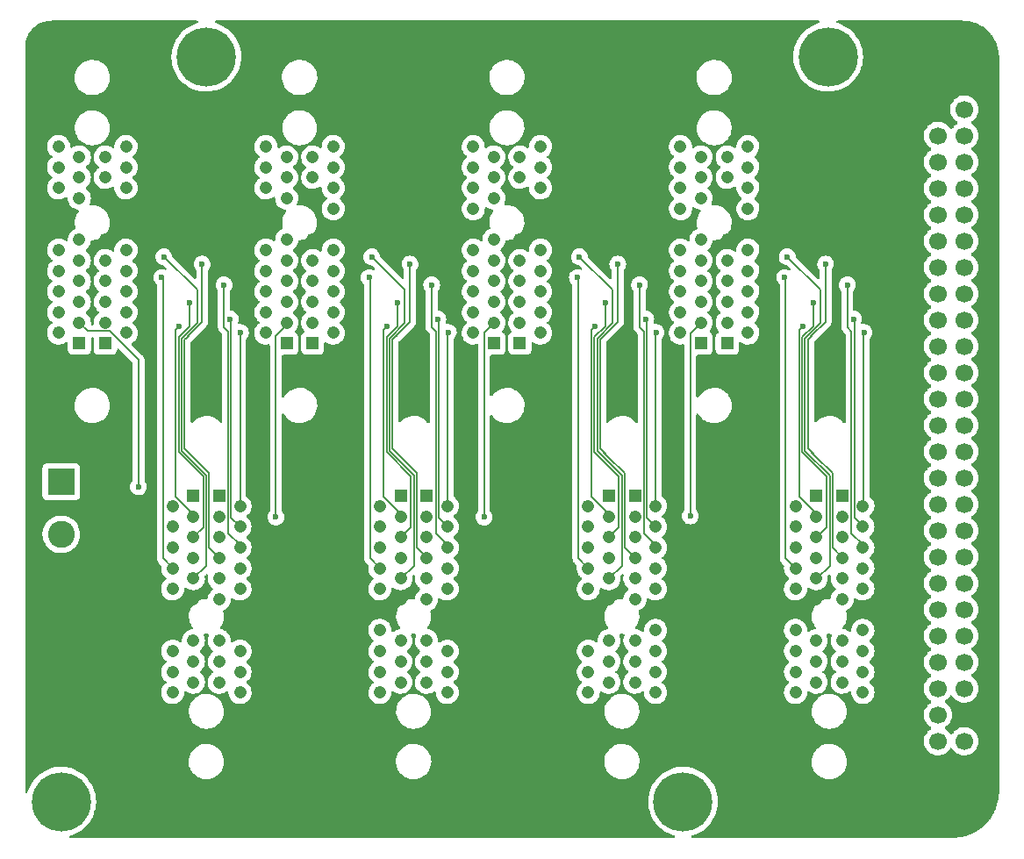
<source format=gbr>
%TF.GenerationSoftware,KiCad,Pcbnew,(5.99.0-8534-g3fcd0860c1)*%
%TF.CreationDate,2021-01-21T22:08:17+01:00*%
%TF.ProjectId,DRV-Carrier,4452562d-4361-4727-9269-65722e6b6963,rev?*%
%TF.SameCoordinates,Original*%
%TF.FileFunction,Copper,L3,Inr*%
%TF.FilePolarity,Positive*%
%FSLAX46Y46*%
G04 Gerber Fmt 4.6, Leading zero omitted, Abs format (unit mm)*
G04 Created by KiCad (PCBNEW (5.99.0-8534-g3fcd0860c1)) date 2021-01-21 22:08:17*
%MOMM*%
%LPD*%
G01*
G04 APERTURE LIST*
G04 Aperture macros list*
%AMRoundRect*
0 Rectangle with rounded corners*
0 $1 Rounding radius*
0 $2 $3 $4 $5 $6 $7 $8 $9 X,Y pos of 4 corners*
0 Add a 4 corners polygon primitive as box body*
4,1,4,$2,$3,$4,$5,$6,$7,$8,$9,$2,$3,0*
0 Add four circle primitives for the rounded corners*
1,1,$1+$1,$2,$3*
1,1,$1+$1,$4,$5*
1,1,$1+$1,$6,$7*
1,1,$1+$1,$8,$9*
0 Add four rect primitives between the rounded corners*
20,1,$1+$1,$2,$3,$4,$5,0*
20,1,$1+$1,$4,$5,$6,$7,0*
20,1,$1+$1,$6,$7,$8,$9,0*
20,1,$1+$1,$8,$9,$2,$3,0*%
G04 Aperture macros list end*
%TA.AperFunction,ComponentPad*%
%ADD10R,1.208000X1.208000*%
%TD*%
%TA.AperFunction,ComponentPad*%
%ADD11C,1.208000*%
%TD*%
%TA.AperFunction,ComponentPad*%
%ADD12C,5.700000*%
%TD*%
%TA.AperFunction,ComponentPad*%
%ADD13RoundRect,0.250000X-0.600000X-0.600000X0.600000X-0.600000X0.600000X0.600000X-0.600000X0.600000X0*%
%TD*%
%TA.AperFunction,ComponentPad*%
%ADD14C,1.700000*%
%TD*%
%TA.AperFunction,ComponentPad*%
%ADD15R,2.600000X2.600000*%
%TD*%
%TA.AperFunction,ComponentPad*%
%ADD16C,2.600000*%
%TD*%
%TA.AperFunction,ViaPad*%
%ADD17C,0.600000*%
%TD*%
%TA.AperFunction,Conductor*%
%ADD18C,0.127000*%
%TD*%
G04 APERTURE END LIST*
D10*
%TO.N,~MOT8_CS*%
%TO.C,J_MOT8*%
X50750000Y-81650000D03*
D11*
%TO.N,MOT_SPI_MISO*%
X48750000Y-80650000D03*
%TO.N,MOT_SPI_MOSI*%
X50750000Y-79650000D03*
%TO.N,MOT_SPI_SCK*%
X48750000Y-78650000D03*
%TO.N,N/C*%
X50750000Y-77650000D03*
%TO.N,MOT_UART*%
X48750000Y-76650000D03*
%TO.N,CLOCK*%
X50750000Y-75650000D03*
%TO.N,N/C*%
X48750000Y-74650000D03*
X50750000Y-73650000D03*
X48750000Y-72650000D03*
%TO.N,5V*%
X50750000Y-71650000D03*
%TO.N,3.3V*%
X48750000Y-68650000D03*
%TO.N,GND*%
X50750000Y-67650000D03*
X48750000Y-66650000D03*
X50750000Y-65650000D03*
X48750000Y-64650000D03*
X50750000Y-63650000D03*
X48750000Y-62650000D03*
D10*
%TO.N,MOT8_STEP*%
X53250000Y-81650000D03*
D11*
%TO.N,MOT8_DIR*%
X55250000Y-80650000D03*
%TO.N,~MOT_ENABLE*%
X53250000Y-79650000D03*
%TO.N,~MOT8_ALARM*%
X55250000Y-78650000D03*
%TO.N,~MOT_RESET*%
X53250000Y-77650000D03*
%TO.N,N/C*%
X55250000Y-76650000D03*
X53250000Y-75650000D03*
%TO.N,MOT_I2C_SCL*%
X55250000Y-74650000D03*
%TO.N,MOT_I2C_SDA*%
X53250000Y-73650000D03*
%TO.N,N/C*%
X55250000Y-72650000D03*
%TO.N,3.3V*%
X53250000Y-71650000D03*
X55250000Y-68650000D03*
X53250000Y-67650000D03*
%TO.N,V_motors*%
X55250000Y-66650000D03*
X53250000Y-65650000D03*
X55250000Y-64650000D03*
X53250000Y-63650000D03*
X55250000Y-62650000D03*
%TD*%
D12*
%TO.N,N/C*%
%TO.C,H4*%
X109000000Y-125878680D03*
%TD*%
%TO.N,N/C*%
%TO.C,H3*%
X49000000Y-125878680D03*
%TD*%
%TO.N,N/C*%
%TO.C,H2*%
X123000000Y-54000000D03*
%TD*%
D10*
%TO.N,~MOT4_CS*%
%TO.C,J_MOT3*%
X64250000Y-96350000D03*
D11*
%TO.N,MOT_SPI_MISO*%
X66250000Y-97350000D03*
%TO.N,MOT_SPI_MOSI*%
X64250000Y-98350000D03*
%TO.N,MOT_SPI_SCK*%
X66250000Y-99350000D03*
%TO.N,N/C*%
X64250000Y-100350000D03*
%TO.N,MOT_UART*%
X66250000Y-101350000D03*
%TO.N,CLOCK*%
X64250000Y-102350000D03*
%TO.N,N/C*%
X66250000Y-103350000D03*
X64250000Y-104350000D03*
X66250000Y-105350000D03*
%TO.N,5V*%
X64250000Y-106350000D03*
%TO.N,3.3V*%
X66250000Y-109350000D03*
%TO.N,GND*%
X64250000Y-110350000D03*
X66250000Y-111350000D03*
X64250000Y-112350000D03*
X66250000Y-113350000D03*
X64250000Y-114350000D03*
X66250000Y-115350000D03*
D10*
%TO.N,MOT4_STEP*%
X61750000Y-96350000D03*
D11*
%TO.N,MOT4_DIR*%
X59750000Y-97350000D03*
%TO.N,~MOT_ENABLE*%
X61750000Y-98350000D03*
%TO.N,~MOT4_ALARM*%
X59750000Y-99350000D03*
%TO.N,~MOT_RESET*%
X61750000Y-100350000D03*
%TO.N,N/C*%
X59750000Y-101350000D03*
X61750000Y-102350000D03*
%TO.N,MOT_I2C_SCL*%
X59750000Y-103350000D03*
%TO.N,MOT_I2C_SDA*%
X61750000Y-104350000D03*
%TO.N,N/C*%
X59750000Y-105350000D03*
%TO.N,3.3V*%
X61750000Y-106350000D03*
X59750000Y-109350000D03*
%TO.N,GND*%
X61750000Y-110350000D03*
%TO.N,V_motors*%
X59750000Y-111350000D03*
X61750000Y-112350000D03*
X59750000Y-113350000D03*
X61750000Y-114350000D03*
X59750000Y-115350000D03*
%TD*%
D13*
%TO.N,3.3V*%
%TO.C,J2*%
X133600000Y-59080000D03*
D14*
%TO.N,GND*%
X136140000Y-59080000D03*
%TO.N,~MOT6_ALARM*%
X133600000Y-61620000D03*
%TO.N,GND*%
X136140000Y-61620000D03*
%TO.N,MOT6_DIR*%
X133600000Y-64160000D03*
%TO.N,MOT_I2C_SDA*%
X136140000Y-64160000D03*
%TO.N,MOT6_STEP*%
X133600000Y-66700000D03*
%TO.N,CLOCK*%
X136140000Y-66700000D03*
%TO.N,~MOT6_CS*%
X133600000Y-69240000D03*
%TO.N,MOT_I2C_SCL*%
X136140000Y-69240000D03*
%TO.N,~MOT7_ALARM*%
X133600000Y-71780000D03*
%TO.N,MOT_UART*%
X136140000Y-71780000D03*
%TO.N,MOT7_DIR*%
X133600000Y-74320000D03*
%TO.N,~MOT_RESET*%
X136140000Y-74320000D03*
%TO.N,MOT7_STEP*%
X133600000Y-76860000D03*
%TO.N,MOT_SPI_SCK*%
X136140000Y-76860000D03*
%TO.N,~MOT7_CS*%
X133600000Y-79400000D03*
%TO.N,~MOT_ENABLE*%
X136140000Y-79400000D03*
%TO.N,~MOT8_ALARM*%
X133600000Y-81940000D03*
%TO.N,~MOT5_ALARM*%
X136140000Y-81940000D03*
%TO.N,MOT8_DIR*%
X133600000Y-84480000D03*
%TO.N,MOT5_DIR*%
X136140000Y-84480000D03*
%TO.N,MOT8_STEP*%
X133600000Y-87020000D03*
%TO.N,MOT5_STEP*%
X136140000Y-87020000D03*
%TO.N,~MOT8_CS*%
X133600000Y-89560000D03*
%TO.N,~MOT5_CS*%
X136140000Y-89560000D03*
%TO.N,~MOT4_ALARM*%
X133600000Y-92100000D03*
%TO.N,~MOT1_ALARM*%
X136140000Y-92100000D03*
%TO.N,MOT4_DIR*%
X133600000Y-94640000D03*
%TO.N,MOT1_DIR*%
X136140000Y-94640000D03*
%TO.N,MOT4_STEP*%
X133600000Y-97180000D03*
%TO.N,MOT1_STEP*%
X136140000Y-97180000D03*
%TO.N,~MOT4_CS*%
X133600000Y-99720000D03*
%TO.N,~MOT1_CS*%
X136140000Y-99720000D03*
%TO.N,~MOT3_ALARM*%
X133600000Y-102260000D03*
%TO.N,MOT_SPI_MISO*%
X136140000Y-102260000D03*
%TO.N,MOT3_DIR*%
X133600000Y-104800000D03*
%TO.N,MOT_SPI_MOSI*%
X136140000Y-104800000D03*
%TO.N,MOT3_STEP*%
X133600000Y-107340000D03*
%TO.N,N/C*%
X136140000Y-107340000D03*
%TO.N,~MOT3_CS*%
X133600000Y-109880000D03*
%TO.N,N/C*%
X136140000Y-109880000D03*
%TO.N,~MOT2_ALARM*%
X133600000Y-112420000D03*
%TO.N,N/C*%
X136140000Y-112420000D03*
%TO.N,MOT2_DIR*%
X133600000Y-114960000D03*
%TO.N,GND*%
X136140000Y-114960000D03*
%TO.N,MOT2_STEP*%
X133600000Y-117500000D03*
%TO.N,3.3V*%
X136140000Y-117500000D03*
%TO.N,~MOT2_CS*%
X133600000Y-120040000D03*
%TO.N,5V*%
X136140000Y-120040000D03*
%TD*%
D12*
%TO.N,N/C*%
%TO.C,H1*%
X63000000Y-54000000D03*
%TD*%
D10*
%TO.N,~MOT5_CS*%
%TO.C,J_MOT5*%
X110750000Y-81650000D03*
D11*
%TO.N,MOT_SPI_MISO*%
X108750000Y-80650000D03*
%TO.N,MOT_SPI_MOSI*%
X110750000Y-79650000D03*
%TO.N,MOT_SPI_SCK*%
X108750000Y-78650000D03*
%TO.N,N/C*%
X110750000Y-77650000D03*
%TO.N,MOT_UART*%
X108750000Y-76650000D03*
%TO.N,CLOCK*%
X110750000Y-75650000D03*
%TO.N,N/C*%
X108750000Y-74650000D03*
X110750000Y-73650000D03*
X108750000Y-72650000D03*
%TO.N,5V*%
X110750000Y-71650000D03*
%TO.N,GND*%
X108750000Y-68650000D03*
X110750000Y-67650000D03*
X108750000Y-66650000D03*
X110750000Y-65650000D03*
X108750000Y-64650000D03*
X110750000Y-63650000D03*
X108750000Y-62650000D03*
D10*
%TO.N,MOT5_STEP*%
X113250000Y-81650000D03*
D11*
%TO.N,MOT5_DIR*%
X115250000Y-80650000D03*
%TO.N,~MOT_ENABLE*%
X113250000Y-79650000D03*
%TO.N,~MOT5_ALARM*%
X115250000Y-78650000D03*
%TO.N,~MOT_RESET*%
X113250000Y-77650000D03*
%TO.N,N/C*%
X115250000Y-76650000D03*
X113250000Y-75650000D03*
%TO.N,MOT_I2C_SCL*%
X115250000Y-74650000D03*
%TO.N,MOT_I2C_SDA*%
X113250000Y-73650000D03*
%TO.N,N/C*%
X115250000Y-72650000D03*
%TO.N,3.3V*%
X113250000Y-71650000D03*
%TO.N,GND*%
X115250000Y-68650000D03*
%TO.N,3.3V*%
X113250000Y-67650000D03*
%TO.N,V_motors*%
X115250000Y-66650000D03*
X113250000Y-65650000D03*
X115250000Y-64650000D03*
X113250000Y-63650000D03*
X115250000Y-62650000D03*
%TD*%
D10*
%TO.N,~MOT3_CS*%
%TO.C,J_MOT2*%
X84250000Y-96350000D03*
D11*
%TO.N,MOT_SPI_MISO*%
X86250000Y-97350000D03*
%TO.N,MOT_SPI_MOSI*%
X84250000Y-98350000D03*
%TO.N,MOT_SPI_SCK*%
X86250000Y-99350000D03*
%TO.N,N/C*%
X84250000Y-100350000D03*
%TO.N,MOT_UART*%
X86250000Y-101350000D03*
%TO.N,CLOCK*%
X84250000Y-102350000D03*
%TO.N,N/C*%
X86250000Y-103350000D03*
X84250000Y-104350000D03*
X86250000Y-105350000D03*
%TO.N,5V*%
X84250000Y-106350000D03*
%TO.N,3.3V*%
X86250000Y-109350000D03*
%TO.N,GND*%
X84250000Y-110350000D03*
X86250000Y-111350000D03*
X84250000Y-112350000D03*
X86250000Y-113350000D03*
X84250000Y-114350000D03*
X86250000Y-115350000D03*
D10*
%TO.N,MOT3_STEP*%
X81750000Y-96350000D03*
D11*
%TO.N,MOT3_DIR*%
X79750000Y-97350000D03*
%TO.N,~MOT_ENABLE*%
X81750000Y-98350000D03*
%TO.N,~MOT3_ALARM*%
X79750000Y-99350000D03*
%TO.N,~MOT_RESET*%
X81750000Y-100350000D03*
%TO.N,N/C*%
X79750000Y-101350000D03*
X81750000Y-102350000D03*
%TO.N,MOT_I2C_SCL*%
X79750000Y-103350000D03*
%TO.N,MOT_I2C_SDA*%
X81750000Y-104350000D03*
%TO.N,N/C*%
X79750000Y-105350000D03*
%TO.N,3.3V*%
X81750000Y-106350000D03*
%TO.N,GND*%
X79750000Y-109350000D03*
X81750000Y-110350000D03*
%TO.N,V_motors*%
X79750000Y-111350000D03*
X81750000Y-112350000D03*
X79750000Y-113350000D03*
X81750000Y-114350000D03*
X79750000Y-115350000D03*
%TD*%
D15*
%TO.N,V_motors*%
%TO.C,J1*%
X49000000Y-95000000D03*
D16*
%TO.N,GND*%
X49000000Y-100080000D03*
%TD*%
D10*
%TO.N,~MOT6_CS*%
%TO.C,J_MOT6*%
X90750000Y-81650000D03*
D11*
%TO.N,MOT_SPI_MISO*%
X88750000Y-80650000D03*
%TO.N,MOT_SPI_MOSI*%
X90750000Y-79650000D03*
%TO.N,MOT_SPI_SCK*%
X88750000Y-78650000D03*
%TO.N,N/C*%
X90750000Y-77650000D03*
%TO.N,MOT_UART*%
X88750000Y-76650000D03*
%TO.N,CLOCK*%
X90750000Y-75650000D03*
%TO.N,N/C*%
X88750000Y-74650000D03*
X90750000Y-73650000D03*
X88750000Y-72650000D03*
%TO.N,5V*%
X90750000Y-71650000D03*
%TO.N,GND*%
X88750000Y-68650000D03*
X90750000Y-67650000D03*
X88750000Y-66650000D03*
X90750000Y-65650000D03*
X88750000Y-64650000D03*
X90750000Y-63650000D03*
X88750000Y-62650000D03*
D10*
%TO.N,MOT6_STEP*%
X93250000Y-81650000D03*
D11*
%TO.N,MOT6_DIR*%
X95250000Y-80650000D03*
%TO.N,~MOT_ENABLE*%
X93250000Y-79650000D03*
%TO.N,~MOT6_ALARM*%
X95250000Y-78650000D03*
%TO.N,~MOT_RESET*%
X93250000Y-77650000D03*
%TO.N,N/C*%
X95250000Y-76650000D03*
X93250000Y-75650000D03*
%TO.N,MOT_I2C_SCL*%
X95250000Y-74650000D03*
%TO.N,MOT_I2C_SDA*%
X93250000Y-73650000D03*
%TO.N,N/C*%
X95250000Y-72650000D03*
%TO.N,3.3V*%
X93250000Y-71650000D03*
X95250000Y-68650000D03*
X93250000Y-67650000D03*
%TO.N,V_motors*%
X95250000Y-66650000D03*
X93250000Y-65650000D03*
X95250000Y-64650000D03*
X93250000Y-63650000D03*
X95250000Y-62650000D03*
%TD*%
D10*
%TO.N,~MOT7_CS*%
%TO.C,J_MOT7*%
X70750000Y-81650000D03*
D11*
%TO.N,MOT_SPI_MISO*%
X68750000Y-80650000D03*
%TO.N,MOT_SPI_MOSI*%
X70750000Y-79650000D03*
%TO.N,MOT_SPI_SCK*%
X68750000Y-78650000D03*
%TO.N,N/C*%
X70750000Y-77650000D03*
%TO.N,MOT_UART*%
X68750000Y-76650000D03*
%TO.N,CLOCK*%
X70750000Y-75650000D03*
%TO.N,N/C*%
X68750000Y-74650000D03*
X70750000Y-73650000D03*
X68750000Y-72650000D03*
%TO.N,5V*%
X70750000Y-71650000D03*
%TO.N,3.3V*%
X68750000Y-68650000D03*
%TO.N,GND*%
X70750000Y-67650000D03*
X68750000Y-66650000D03*
X70750000Y-65650000D03*
X68750000Y-64650000D03*
X70750000Y-63650000D03*
X68750000Y-62650000D03*
D10*
%TO.N,MOT7_STEP*%
X73250000Y-81650000D03*
D11*
%TO.N,MOT7_DIR*%
X75250000Y-80650000D03*
%TO.N,~MOT_ENABLE*%
X73250000Y-79650000D03*
%TO.N,~MOT7_ALARM*%
X75250000Y-78650000D03*
%TO.N,~MOT_RESET*%
X73250000Y-77650000D03*
%TO.N,N/C*%
X75250000Y-76650000D03*
X73250000Y-75650000D03*
%TO.N,MOT_I2C_SCL*%
X75250000Y-74650000D03*
%TO.N,MOT_I2C_SDA*%
X73250000Y-73650000D03*
%TO.N,N/C*%
X75250000Y-72650000D03*
%TO.N,3.3V*%
X73250000Y-71650000D03*
%TO.N,GND*%
X75250000Y-68650000D03*
%TO.N,3.3V*%
X73250000Y-67650000D03*
%TO.N,V_motors*%
X75250000Y-66650000D03*
X73250000Y-65650000D03*
X75250000Y-64650000D03*
X73250000Y-63650000D03*
X75250000Y-62650000D03*
%TD*%
D10*
%TO.N,~MOT1_CS*%
%TO.C,J_MOT1*%
X124350000Y-96350000D03*
D11*
%TO.N,MOT_SPI_MISO*%
X126350000Y-97350000D03*
%TO.N,MOT_SPI_MOSI*%
X124350000Y-98350000D03*
%TO.N,MOT_SPI_SCK*%
X126350000Y-99350000D03*
%TO.N,N/C*%
X124350000Y-100350000D03*
%TO.N,MOT_UART*%
X126350000Y-101350000D03*
%TO.N,CLOCK*%
X124350000Y-102350000D03*
%TO.N,N/C*%
X126350000Y-103350000D03*
X124350000Y-104350000D03*
X126350000Y-105350000D03*
%TO.N,5V*%
X124350000Y-106350000D03*
%TO.N,GND*%
X126350000Y-109350000D03*
X124350000Y-110350000D03*
X126350000Y-111350000D03*
X124350000Y-112350000D03*
X126350000Y-113350000D03*
X124350000Y-114350000D03*
X126350000Y-115350000D03*
D10*
%TO.N,MOT1_STEP*%
X121850000Y-96350000D03*
D11*
%TO.N,MOT1_DIR*%
X119850000Y-97350000D03*
%TO.N,~MOT_ENABLE*%
X121850000Y-98350000D03*
%TO.N,~MOT1_ALARM*%
X119850000Y-99350000D03*
%TO.N,~MOT_RESET*%
X121850000Y-100350000D03*
%TO.N,N/C*%
X119850000Y-101350000D03*
X121850000Y-102350000D03*
%TO.N,MOT_I2C_SCL*%
X119850000Y-103350000D03*
%TO.N,MOT_I2C_SDA*%
X121850000Y-104350000D03*
%TO.N,N/C*%
X119850000Y-105350000D03*
%TO.N,3.3V*%
X121850000Y-106350000D03*
%TO.N,GND*%
X119850000Y-109350000D03*
X121850000Y-110350000D03*
%TO.N,V_motors*%
X119850000Y-111350000D03*
X121850000Y-112350000D03*
X119850000Y-113350000D03*
X121850000Y-114350000D03*
X119850000Y-115350000D03*
%TD*%
D10*
%TO.N,~MOT2_CS*%
%TO.C,J_MOT4*%
X104350000Y-96350000D03*
D11*
%TO.N,MOT_SPI_MISO*%
X106350000Y-97350000D03*
%TO.N,MOT_SPI_MOSI*%
X104350000Y-98350000D03*
%TO.N,MOT_SPI_SCK*%
X106350000Y-99350000D03*
%TO.N,N/C*%
X104350000Y-100350000D03*
%TO.N,MOT_UART*%
X106350000Y-101350000D03*
%TO.N,CLOCK*%
X104350000Y-102350000D03*
%TO.N,N/C*%
X106350000Y-103350000D03*
X104350000Y-104350000D03*
X106350000Y-105350000D03*
%TO.N,5V*%
X104350000Y-106350000D03*
%TO.N,GND*%
X106350000Y-109350000D03*
X104350000Y-110350000D03*
X106350000Y-111350000D03*
X104350000Y-112350000D03*
X106350000Y-113350000D03*
X104350000Y-114350000D03*
X106350000Y-115350000D03*
D10*
%TO.N,MOT2_STEP*%
X101850000Y-96350000D03*
D11*
%TO.N,MOT2_DIR*%
X99850000Y-97350000D03*
%TO.N,~MOT_ENABLE*%
X101850000Y-98350000D03*
%TO.N,~MOT2_ALARM*%
X99850000Y-99350000D03*
%TO.N,~MOT_RESET*%
X101850000Y-100350000D03*
%TO.N,N/C*%
X99850000Y-101350000D03*
X101850000Y-102350000D03*
%TO.N,MOT_I2C_SCL*%
X99850000Y-103350000D03*
%TO.N,MOT_I2C_SDA*%
X101850000Y-104350000D03*
%TO.N,N/C*%
X99850000Y-105350000D03*
%TO.N,3.3V*%
X101850000Y-106350000D03*
X99850000Y-109350000D03*
%TO.N,GND*%
X101850000Y-110350000D03*
%TO.N,V_motors*%
X99850000Y-111350000D03*
X101850000Y-112350000D03*
X99850000Y-113350000D03*
X101850000Y-114350000D03*
X99850000Y-115350000D03*
%TD*%
D17*
%TO.N,MOT_SPI_MOSI*%
X56449595Y-95496387D03*
X109700000Y-98300000D03*
X89800000Y-98400000D03*
X69700000Y-98400000D03*
%TO.N,MOT_I2C_SCL*%
X118800000Y-75300000D03*
X98800000Y-75300000D03*
X78700000Y-75300000D03*
X58700000Y-75300000D03*
%TO.N,MOT_I2C_SDA*%
X99000000Y-73300000D03*
%TO.N,MOT_UART*%
X104800000Y-76000000D03*
%TO.N,CLOCK*%
X102700000Y-74000000D03*
%TO.N,MOT_I2C_SDA*%
X119050000Y-73300000D03*
%TO.N,MOT_UART*%
X124850000Y-76000000D03*
%TO.N,~MOT_RESET*%
X121550000Y-77700000D03*
%TO.N,MOT_SPI_MISO*%
X126450000Y-80600000D03*
%TO.N,CLOCK*%
X122750000Y-74000000D03*
%TO.N,~MOT_ENABLE*%
X120550000Y-80000000D03*
%TO.N,MOT_SPI_SCK*%
X125450000Y-79300000D03*
%TO.N,~MOT_ENABLE*%
X100500000Y-80000000D03*
%TO.N,MOT_SPI_MISO*%
X106400000Y-80600000D03*
%TO.N,MOT_SPI_SCK*%
X105400000Y-79300000D03*
%TO.N,~MOT_RESET*%
X101500000Y-77700000D03*
%TO.N,MOT_I2C_SDA*%
X78950000Y-73300000D03*
%TO.N,MOT_UART*%
X84750000Y-76000000D03*
%TO.N,CLOCK*%
X82650000Y-74000000D03*
%TO.N,~MOT_ENABLE*%
X80450000Y-80000000D03*
%TO.N,MOT_SPI_MISO*%
X86350000Y-80600000D03*
%TO.N,MOT_SPI_SCK*%
X85350000Y-79300000D03*
%TO.N,~MOT_RESET*%
X81450000Y-77700000D03*
%TO.N,MOT_I2C_SDA*%
X58900000Y-73300000D03*
%TO.N,MOT_UART*%
X64700000Y-76000000D03*
%TO.N,CLOCK*%
X62600000Y-74000000D03*
%TO.N,MOT_SPI_MISO*%
X66300000Y-80600000D03*
%TO.N,MOT_SPI_SCK*%
X65300000Y-79300000D03*
%TO.N,~MOT_RESET*%
X61400000Y-77700000D03*
%TO.N,~MOT_ENABLE*%
X60400000Y-80000000D03*
%TD*%
D18*
%TO.N,MOT_SPI_MOSI*%
X53666550Y-80469911D02*
X56449595Y-83252956D01*
X50750000Y-79650000D02*
X51569911Y-80469911D01*
X51569911Y-80469911D02*
X53666550Y-80469911D01*
X56449595Y-83252956D02*
X56449595Y-95496387D01*
X109700000Y-80800000D02*
X109700000Y-98300000D01*
X109700000Y-80700000D02*
X109700000Y-80800000D01*
X110750000Y-79650000D02*
X109700000Y-80700000D01*
X89800000Y-83300000D02*
X89800000Y-98400000D01*
X89800000Y-80600000D02*
X89800000Y-83300000D01*
X90750000Y-79650000D02*
X89800000Y-80600000D01*
X70750000Y-79650000D02*
X70750000Y-79863469D01*
X69700000Y-80913469D02*
X69700000Y-81100000D01*
X70750000Y-79863469D02*
X69700000Y-80913469D01*
X69700000Y-81100000D02*
X69700000Y-98400000D01*
%TO.N,MOT_I2C_SCL*%
X118900000Y-95300000D02*
X118900000Y-75400000D01*
X119850000Y-103350000D02*
X118900000Y-102400000D01*
X118900000Y-102400000D02*
X118900000Y-95300000D01*
X98900000Y-102400000D02*
X98900000Y-95300000D01*
X98900000Y-95300000D02*
X98900000Y-75400000D01*
X99850000Y-103350000D02*
X98900000Y-102400000D01*
X79750000Y-103350000D02*
X78800000Y-102400000D01*
X78800000Y-95300000D02*
X78800000Y-75400000D01*
X78800000Y-102400000D02*
X78800000Y-95300000D01*
X58800000Y-75400000D02*
X58700000Y-75300000D01*
X58800000Y-95300000D02*
X58800000Y-75400000D01*
X58800000Y-102400000D02*
X58800000Y-95300000D01*
X59750000Y-103350000D02*
X58800000Y-102400000D01*
%TO.N,~MOT_RESET*%
X100441180Y-92136326D02*
X102800000Y-94495146D01*
%TO.N,CLOCK*%
X101197573Y-81097573D02*
X101100000Y-81195146D01*
X101000000Y-91804854D02*
X101000000Y-81295146D01*
X101797573Y-92602427D02*
X101000000Y-91804854D01*
X103379411Y-94184265D02*
X101797573Y-92602427D01*
X101000000Y-81295146D02*
X101197573Y-81097573D01*
X101397573Y-80897573D02*
X101197573Y-81097573D01*
%TO.N,~MOT_RESET*%
X101500000Y-77700000D02*
X101500000Y-80004854D01*
X100441180Y-81063674D02*
X100441180Y-92136326D01*
%TO.N,CLOCK*%
X101797573Y-92602427D02*
X101379410Y-92184264D01*
%TO.N,~MOT_RESET*%
X101500000Y-80004854D02*
X100441180Y-81063674D01*
%TO.N,MOT_I2C_SDA*%
X100720590Y-92015736D02*
X100720590Y-91479410D01*
X103100000Y-103100000D02*
X103100000Y-94395146D01*
X102200000Y-76500000D02*
X99000000Y-73300000D01*
X101850000Y-104350000D02*
X103100000Y-103100000D01*
X103100000Y-94395146D02*
X100720590Y-92015736D01*
X100720590Y-92015736D02*
X100720590Y-81179410D01*
X100720590Y-81179410D02*
X102200000Y-79700000D01*
X102200000Y-79700000D02*
X102200000Y-76500000D01*
%TO.N,~MOT_RESET*%
X102800000Y-94495146D02*
X102800000Y-98900000D01*
X102800000Y-98900000D02*
X102800000Y-99400000D01*
X102800000Y-99400000D02*
X101850000Y-100350000D01*
%TO.N,MOT_I2C_SDA*%
X122250000Y-79700000D02*
X122250000Y-76500000D01*
%TO.N,MOT_SPI_MISO*%
X126400000Y-97350000D02*
X126400000Y-80650000D01*
%TO.N,CLOCK*%
X124400000Y-102350000D02*
X123429411Y-101379411D01*
%TO.N,MOT_SPI_SCK*%
X126400000Y-99350000D02*
X125529411Y-98479411D01*
%TO.N,~MOT_RESET*%
X121550000Y-80004854D02*
X120491180Y-81063674D01*
%TO.N,CLOCK*%
X121447573Y-80897573D02*
X122750000Y-79595146D01*
%TO.N,MOT_UART*%
X124850000Y-80100000D02*
X124850000Y-76000000D01*
%TO.N,CLOCK*%
X123429411Y-101379411D02*
X123429411Y-94184265D01*
X121050000Y-91804854D02*
X121050000Y-81295146D01*
X121247573Y-81097573D02*
X121150000Y-81195146D01*
%TO.N,MOT_I2C_SDA*%
X121900000Y-104350000D02*
X123150000Y-103100000D01*
X123150000Y-94395146D02*
X120770590Y-92015736D01*
X120770590Y-92015736D02*
X120770590Y-81179410D01*
%TO.N,~MOT_ENABLE*%
X120211770Y-80338230D02*
X120550000Y-80000000D01*
X120211770Y-96448301D02*
X120211770Y-80338230D01*
%TO.N,MOT_UART*%
X126400000Y-101350000D02*
X126400000Y-101136531D01*
%TO.N,MOT_SPI_SCK*%
X125529411Y-98479411D02*
X125529411Y-79379411D01*
%TO.N,MOT_UART*%
X125250000Y-84500000D02*
X125250000Y-80500000D01*
%TO.N,MOT_I2C_SDA*%
X120770590Y-92015736D02*
X120770590Y-91479410D01*
%TO.N,MOT_UART*%
X125250000Y-80500000D02*
X124850000Y-80100000D01*
%TO.N,~MOT_RESET*%
X122850000Y-98900000D02*
X122850000Y-99400000D01*
X120491180Y-92136326D02*
X122850000Y-94495146D01*
%TO.N,CLOCK*%
X121447573Y-80897573D02*
X121247573Y-81097573D01*
X123429411Y-94184265D02*
X121847573Y-92602427D01*
X121050000Y-81295146D02*
X121247573Y-81097573D01*
%TO.N,~MOT_RESET*%
X121550000Y-77700000D02*
X121550000Y-80004854D01*
%TO.N,CLOCK*%
X122750000Y-79595146D02*
X122750000Y-74000000D01*
%TO.N,MOT_I2C_SDA*%
X122250000Y-76500000D02*
X119050000Y-73300000D01*
%TO.N,~MOT_RESET*%
X122850000Y-94495146D02*
X122850000Y-98900000D01*
X120491180Y-81063674D02*
X120491180Y-92136326D01*
%TO.N,MOT_SPI_MISO*%
X126400000Y-80650000D02*
X126450000Y-80600000D01*
%TO.N,MOT_UART*%
X126400000Y-101136531D02*
X125250000Y-99986531D01*
%TO.N,~MOT_ENABLE*%
X121900000Y-98350000D02*
X121900000Y-98136531D01*
%TO.N,MOT_UART*%
X125250000Y-99986531D02*
X125250000Y-84500000D01*
%TO.N,CLOCK*%
X121229420Y-91984260D02*
X121547580Y-92302420D01*
%TO.N,MOT_I2C_SDA*%
X120770590Y-81179410D02*
X122250000Y-79700000D01*
%TO.N,CLOCK*%
X121847573Y-92602427D02*
X121050000Y-91804854D01*
%TO.N,MOT_I2C_SDA*%
X123150000Y-103100000D02*
X123150000Y-94395146D01*
%TO.N,~MOT_RESET*%
X122850000Y-99400000D02*
X121900000Y-100350000D01*
%TO.N,CLOCK*%
X121847573Y-92602427D02*
X121429410Y-92184264D01*
%TO.N,~MOT_ENABLE*%
X121900000Y-98136531D02*
X120211770Y-96448301D01*
%TO.N,CLOCK*%
X121429410Y-80915736D02*
X121447573Y-80897573D01*
%TO.N,MOT_SPI_SCK*%
X125529411Y-79379411D02*
X125450000Y-79300000D01*
%TO.N,MOT_SPI_MISO*%
X106350000Y-80650000D02*
X106400000Y-80600000D01*
X106350000Y-97350000D02*
X106350000Y-80650000D01*
%TO.N,~MOT_ENABLE*%
X100161770Y-96448301D02*
X100161770Y-80338230D01*
%TO.N,CLOCK*%
X101379410Y-80915736D02*
X101397573Y-80897573D01*
X101397573Y-80897573D02*
X102700000Y-79595146D01*
%TO.N,~MOT_ENABLE*%
X101850000Y-98350000D02*
X101850000Y-98136531D01*
X100161770Y-80338230D02*
X100500000Y-80000000D01*
%TO.N,CLOCK*%
X101179420Y-91984260D02*
X101497580Y-92302420D01*
%TO.N,~MOT_ENABLE*%
X101850000Y-98136531D02*
X100161770Y-96448301D01*
%TO.N,MOT_UART*%
X105200000Y-99986531D02*
X105200000Y-84500000D01*
X105200000Y-80500000D02*
X104800000Y-80100000D01*
%TO.N,MOT_SPI_SCK*%
X106350000Y-99350000D02*
X105479411Y-98479411D01*
%TO.N,MOT_UART*%
X104800000Y-80100000D02*
X104800000Y-76000000D01*
X106350000Y-101350000D02*
X106350000Y-101136531D01*
X105200000Y-84500000D02*
X105200000Y-80500000D01*
X106350000Y-101136531D02*
X105200000Y-99986531D01*
%TO.N,MOT_SPI_SCK*%
X105479411Y-79379411D02*
X105400000Y-79300000D01*
X105479411Y-98479411D02*
X105479411Y-79379411D01*
%TO.N,CLOCK*%
X103379411Y-101379411D02*
X103379411Y-94184265D01*
X104350000Y-102350000D02*
X103379411Y-101379411D01*
X102700000Y-79595146D02*
X102700000Y-74000000D01*
%TO.N,~MOT_RESET*%
X80391180Y-92136326D02*
X82750000Y-94495146D01*
%TO.N,CLOCK*%
X81147573Y-81097573D02*
X81050000Y-81195146D01*
X80950000Y-91804854D02*
X80950000Y-81295146D01*
X81747573Y-92602427D02*
X80950000Y-91804854D01*
X83329411Y-94184265D02*
X81747573Y-92602427D01*
X80950000Y-81295146D02*
X81147573Y-81097573D01*
X81347573Y-80897573D02*
X81147573Y-81097573D01*
%TO.N,~MOT_RESET*%
X81450000Y-77700000D02*
X81450000Y-80004854D01*
X80391180Y-81063674D02*
X80391180Y-92136326D01*
%TO.N,CLOCK*%
X81747573Y-92602427D02*
X81329410Y-92184264D01*
%TO.N,~MOT_RESET*%
X81450000Y-80004854D02*
X80391180Y-81063674D01*
%TO.N,MOT_I2C_SDA*%
X80670590Y-92015736D02*
X80670590Y-91479410D01*
X83050000Y-103100000D02*
X83050000Y-94395146D01*
X82150000Y-76500000D02*
X78950000Y-73300000D01*
X81800000Y-104350000D02*
X83050000Y-103100000D01*
X83050000Y-94395146D02*
X80670590Y-92015736D01*
X80670590Y-92015736D02*
X80670590Y-81179410D01*
X80670590Y-81179410D02*
X82150000Y-79700000D01*
X82150000Y-79700000D02*
X82150000Y-76500000D01*
%TO.N,~MOT_RESET*%
X82750000Y-94495146D02*
X82750000Y-98900000D01*
X82750000Y-98900000D02*
X82750000Y-99400000D01*
X82750000Y-99400000D02*
X81800000Y-100350000D01*
%TO.N,MOT_SPI_MISO*%
X86300000Y-80650000D02*
X86350000Y-80600000D01*
X86300000Y-97350000D02*
X86300000Y-80650000D01*
%TO.N,~MOT_ENABLE*%
X80111770Y-96448301D02*
X80111770Y-80338230D01*
%TO.N,CLOCK*%
X81329410Y-80915736D02*
X81347573Y-80897573D01*
X81347573Y-80897573D02*
X82650000Y-79595146D01*
%TO.N,~MOT_ENABLE*%
X81800000Y-98350000D02*
X81800000Y-98136531D01*
X80111770Y-80338230D02*
X80450000Y-80000000D01*
%TO.N,CLOCK*%
X81129420Y-91984260D02*
X81447580Y-92302420D01*
%TO.N,~MOT_ENABLE*%
X81800000Y-98136531D02*
X80111770Y-96448301D01*
%TO.N,MOT_UART*%
X85150000Y-99986531D02*
X85150000Y-84500000D01*
X85150000Y-80500000D02*
X84750000Y-80100000D01*
%TO.N,MOT_SPI_SCK*%
X86300000Y-99350000D02*
X85429411Y-98479411D01*
%TO.N,MOT_UART*%
X84750000Y-80100000D02*
X84750000Y-76000000D01*
X86300000Y-101350000D02*
X86300000Y-101136531D01*
X85150000Y-84500000D02*
X85150000Y-80500000D01*
X86300000Y-101136531D02*
X85150000Y-99986531D01*
%TO.N,MOT_SPI_SCK*%
X85429411Y-79379411D02*
X85350000Y-79300000D01*
X85429411Y-98479411D02*
X85429411Y-79379411D01*
%TO.N,CLOCK*%
X83329411Y-101379411D02*
X83329411Y-94184265D01*
X84300000Y-102350000D02*
X83329411Y-101379411D01*
X82650000Y-79595146D02*
X82650000Y-74000000D01*
%TO.N,~MOT_RESET*%
X62700000Y-94495146D02*
X62700000Y-98900000D01*
X62700000Y-98900000D02*
X62700000Y-99400000D01*
X62700000Y-99400000D02*
X61750000Y-100350000D01*
X61400000Y-77700000D02*
X61400000Y-80004854D01*
X61400000Y-80004854D02*
X60341180Y-81063674D01*
X60341180Y-81063674D02*
X60341180Y-92136326D01*
X60341180Y-92136326D02*
X62700000Y-94495146D01*
%TO.N,CLOCK*%
X61697573Y-92602427D02*
X61279410Y-92184264D01*
X63279411Y-94184265D02*
X61697573Y-92602427D01*
X60900000Y-81295146D02*
X61097573Y-81097573D01*
X61297573Y-80897573D02*
X61097573Y-81097573D01*
X60900000Y-91804854D02*
X60900000Y-81295146D01*
X61097573Y-81097573D02*
X61000000Y-81195146D01*
X61697573Y-92602427D02*
X60900000Y-91804854D01*
%TO.N,MOT_I2C_SDA*%
X60620590Y-92015736D02*
X60620590Y-91479410D01*
X61750000Y-104350000D02*
X63000000Y-103100000D01*
X63000000Y-103100000D02*
X63000000Y-94395146D01*
X63000000Y-94395146D02*
X60620590Y-92015736D01*
X60620590Y-92015736D02*
X60620590Y-81179410D01*
X60620590Y-81179410D02*
X62100000Y-79700000D01*
X62100000Y-79700000D02*
X62100000Y-76500000D01*
X62100000Y-76500000D02*
X58900000Y-73300000D01*
%TO.N,CLOCK*%
X61297573Y-80897573D02*
X62600000Y-79595146D01*
%TO.N,~MOT_ENABLE*%
X60061770Y-96448301D02*
X60061770Y-80338230D01*
%TO.N,CLOCK*%
X61279410Y-80915736D02*
X61297573Y-80897573D01*
%TO.N,~MOT_ENABLE*%
X60061770Y-80338230D02*
X60400000Y-80000000D01*
X61750000Y-98136531D02*
X60061770Y-96448301D01*
X61750000Y-98350000D02*
X61750000Y-98136531D01*
%TO.N,CLOCK*%
X61079420Y-91984260D02*
X61397580Y-92302420D01*
X63279411Y-101379411D02*
X63279411Y-94184265D01*
X62600000Y-79595146D02*
X62600000Y-74000000D01*
X64250000Y-102350000D02*
X63279411Y-101379411D01*
%TO.N,MOT_UART*%
X64700000Y-80100000D02*
X64700000Y-76000000D01*
X65100000Y-80500000D02*
X64700000Y-80100000D01*
X65100000Y-84500000D02*
X65100000Y-80500000D01*
X66250000Y-101136531D02*
X65100000Y-99986531D01*
X66250000Y-101350000D02*
X66250000Y-101136531D01*
%TO.N,MOT_SPI_SCK*%
X65379411Y-79379411D02*
X65300000Y-79300000D01*
%TO.N,MOT_UART*%
X65100000Y-99986531D02*
X65100000Y-84500000D01*
%TO.N,MOT_SPI_SCK*%
X66250000Y-99350000D02*
X65379411Y-98479411D01*
X65379411Y-98479411D02*
X65379411Y-79379411D01*
%TO.N,MOT_SPI_MISO*%
X66250000Y-80650000D02*
X66300000Y-80600000D01*
X66250000Y-97350000D02*
X66250000Y-80650000D01*
%TD*%
%TA.AperFunction,Conductor*%
%TO.N,3.3V*%
G36*
X62148801Y-50528002D02*
G01*
X62195294Y-50581658D01*
X62205398Y-50651932D01*
X62175904Y-50716512D01*
X62116178Y-50754896D01*
X62113414Y-50755602D01*
X62113422Y-50755633D01*
X62110139Y-50756537D01*
X62106802Y-50757265D01*
X61761813Y-50872697D01*
X61431309Y-51024712D01*
X61428375Y-51026468D01*
X61428373Y-51026469D01*
X61424527Y-51028771D01*
X61119155Y-51211532D01*
X60829003Y-51430972D01*
X60826521Y-51433311D01*
X60826515Y-51433316D01*
X60591942Y-51654367D01*
X60564248Y-51680465D01*
X60562036Y-51683055D01*
X60562034Y-51683057D01*
X60503440Y-51751662D01*
X60327986Y-51957091D01*
X60326067Y-51959903D01*
X60326064Y-51959908D01*
X60157951Y-52206354D01*
X60122982Y-52257616D01*
X60121375Y-52260626D01*
X60121373Y-52260629D01*
X59998599Y-52490565D01*
X59951634Y-52578523D01*
X59815945Y-52916059D01*
X59815025Y-52919333D01*
X59815023Y-52919338D01*
X59749550Y-53152269D01*
X59717504Y-53266275D01*
X59716943Y-53269628D01*
X59716942Y-53269632D01*
X59703479Y-53350086D01*
X59657462Y-53625074D01*
X59636520Y-53988259D01*
X59636692Y-53991654D01*
X59636692Y-53991655D01*
X59640675Y-54070284D01*
X59654926Y-54351581D01*
X59655463Y-54354936D01*
X59655464Y-54354942D01*
X59667686Y-54431244D01*
X59712462Y-54710791D01*
X59808456Y-55061686D01*
X59941784Y-55400160D01*
X59943367Y-55403175D01*
X60109304Y-55719240D01*
X60109309Y-55719248D01*
X60110888Y-55722256D01*
X60112782Y-55725074D01*
X60112787Y-55725083D01*
X60180944Y-55826511D01*
X60313789Y-56024205D01*
X60548114Y-56302474D01*
X60811121Y-56553809D01*
X61099733Y-56775269D01*
X61102651Y-56777043D01*
X61407661Y-56962492D01*
X61407666Y-56962495D01*
X61410576Y-56964264D01*
X61413664Y-56965710D01*
X61413663Y-56965710D01*
X61736927Y-57117139D01*
X61736937Y-57117143D01*
X61740011Y-57118583D01*
X61743229Y-57119685D01*
X61743232Y-57119686D01*
X62080962Y-57235317D01*
X62080970Y-57235319D01*
X62084185Y-57236420D01*
X62439073Y-57316398D01*
X62492112Y-57322441D01*
X62797140Y-57357195D01*
X62797148Y-57357195D01*
X62800523Y-57357580D01*
X62803927Y-57357598D01*
X62803930Y-57357598D01*
X63000796Y-57358628D01*
X63164306Y-57359484D01*
X63167691Y-57359134D01*
X63167695Y-57359134D01*
X63522775Y-57322441D01*
X63522784Y-57322440D01*
X63526167Y-57322090D01*
X63529500Y-57321376D01*
X63529503Y-57321375D01*
X63704688Y-57283818D01*
X63881873Y-57245833D01*
X64227263Y-57131606D01*
X64558296Y-56980746D01*
X64561233Y-56979002D01*
X64561239Y-56978999D01*
X64868166Y-56796758D01*
X64871100Y-56795016D01*
X65162016Y-56576590D01*
X65427641Y-56328024D01*
X65429853Y-56325452D01*
X65429860Y-56325445D01*
X65640682Y-56080340D01*
X70296393Y-56080340D01*
X70328148Y-56337105D01*
X70398375Y-56586112D01*
X70438668Y-56674732D01*
X70492426Y-56792966D01*
X70505459Y-56821631D01*
X70508078Y-56825640D01*
X70508078Y-56825641D01*
X70515651Y-56837236D01*
X70646936Y-57038243D01*
X70819550Y-57230962D01*
X71019329Y-57395354D01*
X71023444Y-57397802D01*
X71237558Y-57525187D01*
X71237562Y-57525189D01*
X71241675Y-57527636D01*
X71361573Y-57576200D01*
X71477032Y-57622966D01*
X71477037Y-57622967D01*
X71481472Y-57624764D01*
X71733201Y-57684502D01*
X71737972Y-57684890D01*
X71737978Y-57684891D01*
X71981110Y-57704667D01*
X71991070Y-57705477D01*
X71995844Y-57705139D01*
X72244362Y-57687543D01*
X72244366Y-57687542D01*
X72249145Y-57687204D01*
X72261086Y-57684502D01*
X72496825Y-57631160D01*
X72496829Y-57631159D01*
X72501486Y-57630105D01*
X72742287Y-57535494D01*
X72761789Y-57524166D01*
X72961873Y-57407948D01*
X72961876Y-57407946D01*
X72966006Y-57405547D01*
X73167495Y-57243256D01*
X73342118Y-57052355D01*
X73485855Y-56837236D01*
X73595400Y-56602851D01*
X73668231Y-56354593D01*
X73669961Y-56341717D01*
X73702235Y-56101431D01*
X73702236Y-56101425D01*
X73702672Y-56098175D01*
X73703186Y-56080340D01*
X90296393Y-56080340D01*
X90328148Y-56337105D01*
X90398375Y-56586112D01*
X90438668Y-56674732D01*
X90492426Y-56792966D01*
X90505459Y-56821631D01*
X90508078Y-56825640D01*
X90508078Y-56825641D01*
X90515651Y-56837236D01*
X90646936Y-57038243D01*
X90819550Y-57230962D01*
X91019329Y-57395354D01*
X91023444Y-57397802D01*
X91237558Y-57525187D01*
X91237562Y-57525189D01*
X91241675Y-57527636D01*
X91361573Y-57576200D01*
X91477032Y-57622966D01*
X91477037Y-57622967D01*
X91481472Y-57624764D01*
X91733201Y-57684502D01*
X91737972Y-57684890D01*
X91737978Y-57684891D01*
X91981110Y-57704667D01*
X91991070Y-57705477D01*
X91995844Y-57705139D01*
X92244362Y-57687543D01*
X92244366Y-57687542D01*
X92249145Y-57687204D01*
X92261086Y-57684502D01*
X92496825Y-57631160D01*
X92496829Y-57631159D01*
X92501486Y-57630105D01*
X92742287Y-57535494D01*
X92761789Y-57524166D01*
X92961873Y-57407948D01*
X92961876Y-57407946D01*
X92966006Y-57405547D01*
X93167495Y-57243256D01*
X93342118Y-57052355D01*
X93485855Y-56837236D01*
X93595400Y-56602851D01*
X93668231Y-56354593D01*
X93669961Y-56341717D01*
X93702235Y-56101431D01*
X93702236Y-56101425D01*
X93702672Y-56098175D01*
X93703186Y-56080340D01*
X110296393Y-56080340D01*
X110328148Y-56337105D01*
X110398375Y-56586112D01*
X110438668Y-56674732D01*
X110492426Y-56792966D01*
X110505459Y-56821631D01*
X110508078Y-56825640D01*
X110508078Y-56825641D01*
X110515651Y-56837236D01*
X110646936Y-57038243D01*
X110819550Y-57230962D01*
X111019329Y-57395354D01*
X111023444Y-57397802D01*
X111237558Y-57525187D01*
X111237562Y-57525189D01*
X111241675Y-57527636D01*
X111361573Y-57576200D01*
X111477032Y-57622966D01*
X111477037Y-57622967D01*
X111481472Y-57624764D01*
X111733201Y-57684502D01*
X111737972Y-57684890D01*
X111737978Y-57684891D01*
X111981110Y-57704667D01*
X111991070Y-57705477D01*
X111995844Y-57705139D01*
X112244362Y-57687543D01*
X112244366Y-57687542D01*
X112249145Y-57687204D01*
X112261086Y-57684502D01*
X112496825Y-57631160D01*
X112496829Y-57631159D01*
X112501486Y-57630105D01*
X112742287Y-57535494D01*
X112761789Y-57524166D01*
X112961873Y-57407948D01*
X112961876Y-57407946D01*
X112966006Y-57405547D01*
X113167495Y-57243256D01*
X113342118Y-57052355D01*
X113485855Y-56837236D01*
X113595400Y-56602851D01*
X113668231Y-56354593D01*
X113669961Y-56341717D01*
X113702235Y-56101431D01*
X113702236Y-56101425D01*
X113702672Y-56098175D01*
X113705500Y-56000000D01*
X113686880Y-55755225D01*
X113686239Y-55746792D01*
X113686238Y-55746787D01*
X113685876Y-55742025D01*
X113627457Y-55489986D01*
X113531586Y-55249684D01*
X113400470Y-55026648D01*
X113237126Y-54826011D01*
X113233581Y-54822802D01*
X113233576Y-54822797D01*
X113048860Y-54655601D01*
X113048856Y-54655598D01*
X113045313Y-54652391D01*
X112829445Y-54509781D01*
X112825104Y-54507780D01*
X112825099Y-54507777D01*
X112598842Y-54403472D01*
X112598839Y-54403471D01*
X112594490Y-54401466D01*
X112530992Y-54383198D01*
X112350447Y-54331256D01*
X112350442Y-54331255D01*
X112345854Y-54329935D01*
X112089259Y-54296837D01*
X111951906Y-54300074D01*
X111835390Y-54302820D01*
X111835386Y-54302820D01*
X111830610Y-54302933D01*
X111825904Y-54303767D01*
X111580563Y-54347247D01*
X111580559Y-54347248D01*
X111575859Y-54348081D01*
X111330869Y-54431244D01*
X111101277Y-54550508D01*
X110892366Y-54703128D01*
X110708945Y-54885591D01*
X110706101Y-54889442D01*
X110581311Y-55058395D01*
X110555234Y-55093700D01*
X110434769Y-55322664D01*
X110350325Y-55567216D01*
X110303843Y-55821727D01*
X110296393Y-56080340D01*
X93703186Y-56080340D01*
X93705500Y-56000000D01*
X93686880Y-55755225D01*
X93686239Y-55746792D01*
X93686238Y-55746787D01*
X93685876Y-55742025D01*
X93627457Y-55489986D01*
X93531586Y-55249684D01*
X93400470Y-55026648D01*
X93237126Y-54826011D01*
X93233581Y-54822802D01*
X93233576Y-54822797D01*
X93048860Y-54655601D01*
X93048856Y-54655598D01*
X93045313Y-54652391D01*
X92829445Y-54509781D01*
X92825104Y-54507780D01*
X92825099Y-54507777D01*
X92598842Y-54403472D01*
X92598839Y-54403471D01*
X92594490Y-54401466D01*
X92530992Y-54383198D01*
X92350447Y-54331256D01*
X92350442Y-54331255D01*
X92345854Y-54329935D01*
X92089259Y-54296837D01*
X91951906Y-54300074D01*
X91835390Y-54302820D01*
X91835386Y-54302820D01*
X91830610Y-54302933D01*
X91825904Y-54303767D01*
X91580563Y-54347247D01*
X91580559Y-54347248D01*
X91575859Y-54348081D01*
X91330869Y-54431244D01*
X91101277Y-54550508D01*
X90892366Y-54703128D01*
X90708945Y-54885591D01*
X90706101Y-54889442D01*
X90581311Y-55058395D01*
X90555234Y-55093700D01*
X90434769Y-55322664D01*
X90350325Y-55567216D01*
X90303843Y-55821727D01*
X90296393Y-56080340D01*
X73703186Y-56080340D01*
X73705500Y-56000000D01*
X73686880Y-55755225D01*
X73686239Y-55746792D01*
X73686238Y-55746787D01*
X73685876Y-55742025D01*
X73627457Y-55489986D01*
X73531586Y-55249684D01*
X73400470Y-55026648D01*
X73237126Y-54826011D01*
X73233581Y-54822802D01*
X73233576Y-54822797D01*
X73048860Y-54655601D01*
X73048856Y-54655598D01*
X73045313Y-54652391D01*
X72829445Y-54509781D01*
X72825104Y-54507780D01*
X72825099Y-54507777D01*
X72598842Y-54403472D01*
X72598839Y-54403471D01*
X72594490Y-54401466D01*
X72530992Y-54383198D01*
X72350447Y-54331256D01*
X72350442Y-54331255D01*
X72345854Y-54329935D01*
X72089259Y-54296837D01*
X71951906Y-54300074D01*
X71835390Y-54302820D01*
X71835386Y-54302820D01*
X71830610Y-54302933D01*
X71825904Y-54303767D01*
X71580563Y-54347247D01*
X71580559Y-54347248D01*
X71575859Y-54348081D01*
X71330869Y-54431244D01*
X71101277Y-54550508D01*
X70892366Y-54703128D01*
X70708945Y-54885591D01*
X70706101Y-54889442D01*
X70581311Y-55058395D01*
X70555234Y-55093700D01*
X70434769Y-55322664D01*
X70350325Y-55567216D01*
X70303843Y-55821727D01*
X70296393Y-56080340D01*
X65640682Y-56080340D01*
X65662640Y-56054811D01*
X65664866Y-56052223D01*
X65823282Y-55821727D01*
X65868988Y-55755225D01*
X65868993Y-55755218D01*
X65870918Y-55752416D01*
X65872530Y-55749422D01*
X65872535Y-55749414D01*
X66041764Y-55435121D01*
X66043386Y-55432109D01*
X66180252Y-55095048D01*
X66188853Y-55064856D01*
X66278981Y-54748456D01*
X66279915Y-54745178D01*
X66296226Y-54649756D01*
X66340637Y-54389938D01*
X66340637Y-54389936D01*
X66341209Y-54386591D01*
X66343351Y-54351581D01*
X66363308Y-54025278D01*
X66363418Y-54023481D01*
X66363500Y-54000000D01*
X66343827Y-53636744D01*
X66285037Y-53277738D01*
X66187819Y-52927180D01*
X66184699Y-52919338D01*
X66054569Y-52592337D01*
X66053310Y-52589173D01*
X65883082Y-52267669D01*
X65679128Y-51966431D01*
X65443834Y-51688981D01*
X65437592Y-51683057D01*
X65182418Y-51440907D01*
X65182417Y-51440906D01*
X65179951Y-51438566D01*
X64890567Y-51218114D01*
X64887655Y-51216357D01*
X64887650Y-51216354D01*
X64581990Y-51031968D01*
X64581981Y-51031963D01*
X64579068Y-51030206D01*
X64571018Y-51026469D01*
X64252177Y-50878468D01*
X64252175Y-50878467D01*
X64249096Y-50877038D01*
X64245884Y-50875951D01*
X64245877Y-50875948D01*
X63907748Y-50761498D01*
X63907743Y-50761496D01*
X63904512Y-50760403D01*
X63889220Y-50757013D01*
X63827043Y-50722741D01*
X63793266Y-50660294D01*
X63798612Y-50589499D01*
X63841384Y-50532833D01*
X63908002Y-50508286D01*
X63916492Y-50508000D01*
X122080680Y-50508000D01*
X122148801Y-50528002D01*
X122195294Y-50581658D01*
X122205398Y-50651932D01*
X122175904Y-50716512D01*
X122116178Y-50754896D01*
X122113414Y-50755602D01*
X122113422Y-50755633D01*
X122110139Y-50756537D01*
X122106802Y-50757265D01*
X121761813Y-50872697D01*
X121431309Y-51024712D01*
X121428375Y-51026468D01*
X121428373Y-51026469D01*
X121424527Y-51028771D01*
X121119155Y-51211532D01*
X120829003Y-51430972D01*
X120826521Y-51433311D01*
X120826515Y-51433316D01*
X120591942Y-51654367D01*
X120564248Y-51680465D01*
X120562036Y-51683055D01*
X120562034Y-51683057D01*
X120503440Y-51751662D01*
X120327986Y-51957091D01*
X120326067Y-51959903D01*
X120326064Y-51959908D01*
X120157951Y-52206354D01*
X120122982Y-52257616D01*
X120121375Y-52260626D01*
X120121373Y-52260629D01*
X119998599Y-52490565D01*
X119951634Y-52578523D01*
X119815945Y-52916059D01*
X119815025Y-52919333D01*
X119815023Y-52919338D01*
X119749550Y-53152269D01*
X119717504Y-53266275D01*
X119716943Y-53269628D01*
X119716942Y-53269632D01*
X119703479Y-53350086D01*
X119657462Y-53625074D01*
X119636520Y-53988259D01*
X119636692Y-53991654D01*
X119636692Y-53991655D01*
X119640675Y-54070284D01*
X119654926Y-54351581D01*
X119655463Y-54354936D01*
X119655464Y-54354942D01*
X119667686Y-54431244D01*
X119712462Y-54710791D01*
X119808456Y-55061686D01*
X119941784Y-55400160D01*
X119943367Y-55403175D01*
X120109304Y-55719240D01*
X120109309Y-55719248D01*
X120110888Y-55722256D01*
X120112782Y-55725074D01*
X120112787Y-55725083D01*
X120180944Y-55826511D01*
X120313789Y-56024205D01*
X120548114Y-56302474D01*
X120811121Y-56553809D01*
X121099733Y-56775269D01*
X121102651Y-56777043D01*
X121407661Y-56962492D01*
X121407666Y-56962495D01*
X121410576Y-56964264D01*
X121413664Y-56965710D01*
X121413663Y-56965710D01*
X121736927Y-57117139D01*
X121736937Y-57117143D01*
X121740011Y-57118583D01*
X121743229Y-57119685D01*
X121743232Y-57119686D01*
X122080962Y-57235317D01*
X122080970Y-57235319D01*
X122084185Y-57236420D01*
X122439073Y-57316398D01*
X122492112Y-57322441D01*
X122797140Y-57357195D01*
X122797148Y-57357195D01*
X122800523Y-57357580D01*
X122803927Y-57357598D01*
X122803930Y-57357598D01*
X123000796Y-57358628D01*
X123164306Y-57359484D01*
X123167691Y-57359134D01*
X123167695Y-57359134D01*
X123522775Y-57322441D01*
X123522784Y-57322440D01*
X123526167Y-57322090D01*
X123529500Y-57321376D01*
X123529503Y-57321375D01*
X123704688Y-57283818D01*
X123881873Y-57245833D01*
X124227263Y-57131606D01*
X124558296Y-56980746D01*
X124561233Y-56979002D01*
X124561239Y-56978999D01*
X124868166Y-56796758D01*
X124871100Y-56795016D01*
X125162016Y-56576590D01*
X125427641Y-56328024D01*
X125429853Y-56325452D01*
X125429860Y-56325445D01*
X125662640Y-56054811D01*
X125664866Y-56052223D01*
X125823282Y-55821727D01*
X125868988Y-55755225D01*
X125868993Y-55755218D01*
X125870918Y-55752416D01*
X125872530Y-55749422D01*
X125872535Y-55749414D01*
X126041764Y-55435121D01*
X126043386Y-55432109D01*
X126180252Y-55095048D01*
X126188853Y-55064856D01*
X126278981Y-54748456D01*
X126279915Y-54745178D01*
X126296226Y-54649756D01*
X126340637Y-54389938D01*
X126340637Y-54389936D01*
X126341209Y-54386591D01*
X126343351Y-54351581D01*
X126363308Y-54025278D01*
X126363418Y-54023481D01*
X126363500Y-54000000D01*
X126343827Y-53636744D01*
X126285037Y-53277738D01*
X126187819Y-52927180D01*
X126184699Y-52919338D01*
X126054569Y-52592337D01*
X126053310Y-52589173D01*
X125883082Y-52267669D01*
X125679128Y-51966431D01*
X125443834Y-51688981D01*
X125437592Y-51683057D01*
X125182418Y-51440907D01*
X125182417Y-51440906D01*
X125179951Y-51438566D01*
X124890567Y-51218114D01*
X124887655Y-51216357D01*
X124887650Y-51216354D01*
X124581990Y-51031968D01*
X124581981Y-51031963D01*
X124579068Y-51030206D01*
X124571018Y-51026469D01*
X124252177Y-50878468D01*
X124252175Y-50878467D01*
X124249096Y-50877038D01*
X124245884Y-50875951D01*
X124245877Y-50875948D01*
X123907748Y-50761498D01*
X123907743Y-50761496D01*
X123904512Y-50760403D01*
X123889220Y-50757013D01*
X123827043Y-50722741D01*
X123793266Y-50660294D01*
X123798612Y-50589499D01*
X123841384Y-50532833D01*
X123908002Y-50508286D01*
X123916492Y-50508000D01*
X135918360Y-50508000D01*
X135939214Y-50509738D01*
X135955749Y-50512513D01*
X135960618Y-50512571D01*
X135960623Y-50512571D01*
X136111473Y-50514354D01*
X136116233Y-50514410D01*
X136120922Y-50514553D01*
X136202582Y-50518565D01*
X136208711Y-50519017D01*
X136421993Y-50540023D01*
X136474389Y-50545184D01*
X136480525Y-50545941D01*
X136495029Y-50548092D01*
X136542834Y-50555184D01*
X136548899Y-50556235D01*
X136634402Y-50573243D01*
X136810742Y-50608320D01*
X136816774Y-50609675D01*
X136862671Y-50621171D01*
X136877884Y-50624982D01*
X136883827Y-50626626D01*
X136931574Y-50641110D01*
X137139247Y-50704107D01*
X137145119Y-50706046D01*
X137204459Y-50727278D01*
X137210229Y-50729504D01*
X137456859Y-50831662D01*
X137462458Y-50834144D01*
X137519456Y-50861102D01*
X137524959Y-50863872D01*
X137760354Y-50989693D01*
X137765734Y-50992741D01*
X137819798Y-51025145D01*
X137825009Y-51028445D01*
X137910296Y-51085431D01*
X138046956Y-51176746D01*
X138052011Y-51180306D01*
X138090147Y-51208589D01*
X138096888Y-51213588D01*
X138102606Y-51217829D01*
X138107482Y-51221634D01*
X138313819Y-51390969D01*
X138318502Y-51395009D01*
X138365202Y-51437335D01*
X138369681Y-51441600D01*
X138558401Y-51630320D01*
X138562664Y-51634797D01*
X138605009Y-51681518D01*
X138608992Y-51686134D01*
X138720505Y-51822014D01*
X138778359Y-51892510D01*
X138782162Y-51897384D01*
X138819700Y-51947997D01*
X138823253Y-51953041D01*
X138971548Y-52174979D01*
X138974848Y-52180190D01*
X138991055Y-52207230D01*
X139007252Y-52234254D01*
X139010299Y-52239633D01*
X139136120Y-52475027D01*
X139138901Y-52480552D01*
X139165849Y-52537530D01*
X139168355Y-52543183D01*
X139270497Y-52789774D01*
X139272722Y-52795543D01*
X139293946Y-52854859D01*
X139295886Y-52860732D01*
X139373370Y-53116162D01*
X139375020Y-53122123D01*
X139390328Y-53183236D01*
X139391683Y-53189270D01*
X139443759Y-53451075D01*
X139444816Y-53457166D01*
X139454065Y-53519512D01*
X139454817Y-53525615D01*
X139480984Y-53791292D01*
X139481435Y-53797415D01*
X139485448Y-53879091D01*
X139485591Y-53883773D01*
X139487448Y-54040973D01*
X139488135Y-54045395D01*
X139490508Y-54060677D01*
X139492000Y-54080013D01*
X139492000Y-124797253D01*
X139490292Y-124817925D01*
X139487423Y-124835175D01*
X139487373Y-124840048D01*
X139485580Y-125013042D01*
X139485467Y-125017232D01*
X139481323Y-125112153D01*
X139480965Y-125117629D01*
X139478974Y-125140390D01*
X139454382Y-125421467D01*
X139453783Y-125426932D01*
X139443921Y-125501837D01*
X139443085Y-125507269D01*
X139420688Y-125634294D01*
X139390121Y-125807648D01*
X139389060Y-125812982D01*
X139377851Y-125863540D01*
X139372697Y-125886788D01*
X139371391Y-125892126D01*
X139292464Y-126186687D01*
X139290926Y-126191964D01*
X139268180Y-126264106D01*
X139266431Y-126269258D01*
X139195462Y-126464243D01*
X139162132Y-126555815D01*
X139160140Y-126560939D01*
X139131204Y-126630796D01*
X139128990Y-126635827D01*
X139000112Y-126912207D01*
X138997680Y-126917139D01*
X138962778Y-126984183D01*
X138960134Y-126989001D01*
X138807666Y-127253086D01*
X138804815Y-127257785D01*
X138764191Y-127321553D01*
X138761146Y-127326110D01*
X138642342Y-127495780D01*
X138586228Y-127575919D01*
X138583002Y-127580319D01*
X138536917Y-127640379D01*
X138533521Y-127644608D01*
X138367541Y-127842416D01*
X138337515Y-127878199D01*
X138333891Y-127882332D01*
X138282788Y-127938101D01*
X138278986Y-127942072D01*
X138063392Y-128157666D01*
X138059421Y-128161468D01*
X138003652Y-128212571D01*
X137999519Y-128216195D01*
X137765949Y-128412184D01*
X137761688Y-128415605D01*
X137701637Y-128461683D01*
X137697243Y-128464905D01*
X137460302Y-128630813D01*
X137447443Y-128639817D01*
X137442870Y-128642872D01*
X137379112Y-128683489D01*
X137374415Y-128686340D01*
X137234236Y-128767273D01*
X137110315Y-128838819D01*
X137105514Y-128841453D01*
X137038423Y-128876378D01*
X137033531Y-128878791D01*
X136757099Y-129007693D01*
X136752137Y-129009876D01*
X136682254Y-129038822D01*
X136677167Y-129040800D01*
X136390578Y-129145111D01*
X136385438Y-129146856D01*
X136313263Y-129169613D01*
X136308018Y-129171142D01*
X136013433Y-129250075D01*
X136008117Y-129251375D01*
X135934315Y-129267736D01*
X135928924Y-129268809D01*
X135895367Y-129274726D01*
X135628566Y-129321770D01*
X135623175Y-129322599D01*
X135548220Y-129332467D01*
X135542797Y-129333061D01*
X135419436Y-129343854D01*
X135238958Y-129359643D01*
X135233474Y-129360002D01*
X135138553Y-129364147D01*
X135134361Y-129364260D01*
X135089426Y-129364726D01*
X134959774Y-129366069D01*
X134955356Y-129366749D01*
X134955350Y-129366749D01*
X134939313Y-129369216D01*
X134920159Y-129370680D01*
X109919452Y-129370680D01*
X109851331Y-129350678D01*
X109804838Y-129297022D01*
X109794734Y-129226748D01*
X109824228Y-129162168D01*
X109882265Y-129125697D01*
X109881873Y-129124513D01*
X109913670Y-129113997D01*
X110227263Y-129010286D01*
X110558296Y-128859426D01*
X110561233Y-128857682D01*
X110561239Y-128857679D01*
X110868166Y-128675438D01*
X110871100Y-128673696D01*
X111162016Y-128455270D01*
X111427641Y-128206704D01*
X111429853Y-128204132D01*
X111429860Y-128204125D01*
X111662640Y-127933491D01*
X111664866Y-127930903D01*
X111773048Y-127773498D01*
X111868988Y-127633905D01*
X111868993Y-127633898D01*
X111870918Y-127631096D01*
X111872530Y-127628102D01*
X111872535Y-127628094D01*
X112041764Y-127313801D01*
X112043386Y-127310789D01*
X112180252Y-126973728D01*
X112186592Y-126951473D01*
X112270917Y-126655446D01*
X112279915Y-126623858D01*
X112341209Y-126265271D01*
X112343351Y-126230261D01*
X112363308Y-125903958D01*
X112363418Y-125902161D01*
X112363500Y-125878680D01*
X112343827Y-125515424D01*
X112285037Y-125156418D01*
X112187819Y-124805860D01*
X112184699Y-124798018D01*
X112054569Y-124471017D01*
X112053310Y-124467853D01*
X111883082Y-124146349D01*
X111679128Y-123845111D01*
X111443834Y-123567661D01*
X111437592Y-123561737D01*
X111182418Y-123319587D01*
X111182417Y-123319586D01*
X111179951Y-123317246D01*
X110890567Y-123096794D01*
X110887655Y-123095037D01*
X110887650Y-123095034D01*
X110581990Y-122910648D01*
X110581981Y-122910643D01*
X110579068Y-122908886D01*
X110571018Y-122905149D01*
X110252177Y-122757148D01*
X110252175Y-122757147D01*
X110249096Y-122755718D01*
X110245884Y-122754631D01*
X110245877Y-122754628D01*
X109907748Y-122640178D01*
X109907743Y-122640176D01*
X109904512Y-122639083D01*
X109890358Y-122635945D01*
X109760611Y-122607181D01*
X109549347Y-122560345D01*
X109419705Y-122546032D01*
X109191137Y-122520797D01*
X109191132Y-122520797D01*
X109187756Y-122520424D01*
X109184358Y-122520418D01*
X109184357Y-122520418D01*
X109009846Y-122520114D01*
X108823968Y-122519790D01*
X108708674Y-122532111D01*
X108465623Y-122558085D01*
X108465615Y-122558086D01*
X108462240Y-122558447D01*
X108106802Y-122635945D01*
X107761813Y-122751377D01*
X107431309Y-122903392D01*
X107119155Y-123090212D01*
X106829003Y-123309652D01*
X106826521Y-123311991D01*
X106826515Y-123311996D01*
X106566733Y-123556803D01*
X106564248Y-123559145D01*
X106562036Y-123561735D01*
X106562034Y-123561737D01*
X106554751Y-123570264D01*
X106327986Y-123835771D01*
X106326067Y-123838583D01*
X106326064Y-123838588D01*
X106321615Y-123845111D01*
X106122982Y-124136296D01*
X105951634Y-124457203D01*
X105815945Y-124794739D01*
X105815025Y-124798013D01*
X105815023Y-124798018D01*
X105764883Y-124976399D01*
X105717504Y-125144955D01*
X105716943Y-125148308D01*
X105716942Y-125148312D01*
X105664012Y-125464612D01*
X105657462Y-125503754D01*
X105636520Y-125866939D01*
X105636692Y-125870334D01*
X105636692Y-125870335D01*
X105647725Y-126088111D01*
X105654926Y-126230261D01*
X105655463Y-126233616D01*
X105655464Y-126233622D01*
X105695199Y-126481695D01*
X105712462Y-126589471D01*
X105808456Y-126940366D01*
X105941784Y-127278840D01*
X105943367Y-127281855D01*
X106109304Y-127597920D01*
X106109309Y-127597928D01*
X106110888Y-127600936D01*
X106112782Y-127603754D01*
X106112787Y-127603763D01*
X106299978Y-127882332D01*
X106313789Y-127902885D01*
X106548114Y-128181154D01*
X106811121Y-128432489D01*
X107099733Y-128653949D01*
X107128840Y-128671646D01*
X107407661Y-128841172D01*
X107407666Y-128841175D01*
X107410576Y-128842944D01*
X107413664Y-128844390D01*
X107413663Y-128844390D01*
X107736927Y-128995819D01*
X107736937Y-128995823D01*
X107740011Y-128997263D01*
X107743229Y-128998365D01*
X107743232Y-128998366D01*
X108080962Y-129113997D01*
X108080970Y-129113999D01*
X108084185Y-129115100D01*
X108087513Y-129115850D01*
X108113751Y-129121763D01*
X108175807Y-129156251D01*
X108209367Y-129218816D01*
X108203774Y-129289592D01*
X108160805Y-129346109D01*
X108094101Y-129370423D01*
X108086050Y-129370680D01*
X49919452Y-129370680D01*
X49851331Y-129350678D01*
X49804838Y-129297022D01*
X49794734Y-129226748D01*
X49824228Y-129162168D01*
X49882265Y-129125697D01*
X49881873Y-129124513D01*
X49913670Y-129113997D01*
X50227263Y-129010286D01*
X50558296Y-128859426D01*
X50561233Y-128857682D01*
X50561239Y-128857679D01*
X50868166Y-128675438D01*
X50871100Y-128673696D01*
X51162016Y-128455270D01*
X51427641Y-128206704D01*
X51429853Y-128204132D01*
X51429860Y-128204125D01*
X51662640Y-127933491D01*
X51664866Y-127930903D01*
X51773048Y-127773498D01*
X51868988Y-127633905D01*
X51868993Y-127633898D01*
X51870918Y-127631096D01*
X51872530Y-127628102D01*
X51872535Y-127628094D01*
X52041764Y-127313801D01*
X52043386Y-127310789D01*
X52180252Y-126973728D01*
X52186592Y-126951473D01*
X52270917Y-126655446D01*
X52279915Y-126623858D01*
X52341209Y-126265271D01*
X52343351Y-126230261D01*
X52363308Y-125903958D01*
X52363418Y-125902161D01*
X52363500Y-125878680D01*
X52343827Y-125515424D01*
X52285037Y-125156418D01*
X52187819Y-124805860D01*
X52184699Y-124798018D01*
X52054569Y-124471017D01*
X52053310Y-124467853D01*
X51883082Y-124146349D01*
X51679128Y-123845111D01*
X51443834Y-123567661D01*
X51437592Y-123561737D01*
X51182418Y-123319587D01*
X51182417Y-123319586D01*
X51179951Y-123317246D01*
X50890567Y-123096794D01*
X50887655Y-123095037D01*
X50887650Y-123095034D01*
X50581990Y-122910648D01*
X50581981Y-122910643D01*
X50579068Y-122908886D01*
X50571018Y-122905149D01*
X50252177Y-122757148D01*
X50252175Y-122757147D01*
X50249096Y-122755718D01*
X50245884Y-122754631D01*
X50245877Y-122754628D01*
X49907748Y-122640178D01*
X49907743Y-122640176D01*
X49904512Y-122639083D01*
X49890358Y-122635945D01*
X49760611Y-122607181D01*
X49549347Y-122560345D01*
X49419705Y-122546032D01*
X49191137Y-122520797D01*
X49191132Y-122520797D01*
X49187756Y-122520424D01*
X49184358Y-122520418D01*
X49184357Y-122520418D01*
X49009846Y-122520114D01*
X48823968Y-122519790D01*
X48708674Y-122532111D01*
X48465623Y-122558085D01*
X48465615Y-122558086D01*
X48462240Y-122558447D01*
X48106802Y-122635945D01*
X47761813Y-122751377D01*
X47431309Y-122903392D01*
X47119155Y-123090212D01*
X46829003Y-123309652D01*
X46826521Y-123311991D01*
X46826515Y-123311996D01*
X46566733Y-123556803D01*
X46564248Y-123559145D01*
X46562036Y-123561735D01*
X46562034Y-123561737D01*
X46554751Y-123570264D01*
X46327986Y-123835771D01*
X46326067Y-123838583D01*
X46326064Y-123838588D01*
X46321615Y-123845111D01*
X46122982Y-124136296D01*
X45951634Y-124457203D01*
X45815945Y-124794739D01*
X45815025Y-124798013D01*
X45815023Y-124798018D01*
X45755299Y-125010495D01*
X45717610Y-125070661D01*
X45653375Y-125100900D01*
X45582989Y-125091611D01*
X45528798Y-125045743D01*
X45508000Y-124976399D01*
X45508000Y-122080340D01*
X61296393Y-122080340D01*
X61328148Y-122337105D01*
X61398375Y-122586112D01*
X61422957Y-122640178D01*
X61474995Y-122754628D01*
X61505459Y-122821631D01*
X61508078Y-122825640D01*
X61508078Y-122825641D01*
X61515651Y-122837236D01*
X61646936Y-123038243D01*
X61819550Y-123230962D01*
X62019329Y-123395354D01*
X62023444Y-123397802D01*
X62237558Y-123525187D01*
X62237562Y-123525189D01*
X62241675Y-123527636D01*
X62313685Y-123556803D01*
X62477032Y-123622966D01*
X62477037Y-123622967D01*
X62481472Y-123624764D01*
X62733201Y-123684502D01*
X62737972Y-123684890D01*
X62737978Y-123684891D01*
X62981110Y-123704667D01*
X62991070Y-123705477D01*
X62995844Y-123705139D01*
X63244362Y-123687543D01*
X63244366Y-123687542D01*
X63249145Y-123687204D01*
X63261086Y-123684502D01*
X63496825Y-123631160D01*
X63496829Y-123631159D01*
X63501486Y-123630105D01*
X63742287Y-123535494D01*
X63761789Y-123524166D01*
X63961873Y-123407948D01*
X63961876Y-123407946D01*
X63966006Y-123405547D01*
X64167495Y-123243256D01*
X64299582Y-123098856D01*
X64338884Y-123055891D01*
X64338887Y-123055887D01*
X64342118Y-123052355D01*
X64485855Y-122837236D01*
X64595400Y-122602851D01*
X64668231Y-122354593D01*
X64669961Y-122341717D01*
X64702235Y-122101431D01*
X64702236Y-122101425D01*
X64702672Y-122098175D01*
X64703186Y-122080340D01*
X81296393Y-122080340D01*
X81328148Y-122337105D01*
X81398375Y-122586112D01*
X81422957Y-122640178D01*
X81474995Y-122754628D01*
X81505459Y-122821631D01*
X81508078Y-122825640D01*
X81508078Y-122825641D01*
X81515651Y-122837236D01*
X81646936Y-123038243D01*
X81819550Y-123230962D01*
X82019329Y-123395354D01*
X82023444Y-123397802D01*
X82237558Y-123525187D01*
X82237562Y-123525189D01*
X82241675Y-123527636D01*
X82313685Y-123556803D01*
X82477032Y-123622966D01*
X82477037Y-123622967D01*
X82481472Y-123624764D01*
X82733201Y-123684502D01*
X82737972Y-123684890D01*
X82737978Y-123684891D01*
X82981110Y-123704667D01*
X82991070Y-123705477D01*
X82995844Y-123705139D01*
X83244362Y-123687543D01*
X83244366Y-123687542D01*
X83249145Y-123687204D01*
X83261086Y-123684502D01*
X83496825Y-123631160D01*
X83496829Y-123631159D01*
X83501486Y-123630105D01*
X83742287Y-123535494D01*
X83761789Y-123524166D01*
X83961873Y-123407948D01*
X83961876Y-123407946D01*
X83966006Y-123405547D01*
X84167495Y-123243256D01*
X84299582Y-123098856D01*
X84338884Y-123055891D01*
X84338887Y-123055887D01*
X84342118Y-123052355D01*
X84485855Y-122837236D01*
X84595400Y-122602851D01*
X84668231Y-122354593D01*
X84669961Y-122341717D01*
X84702235Y-122101431D01*
X84702236Y-122101425D01*
X84702672Y-122098175D01*
X84703186Y-122080340D01*
X101396393Y-122080340D01*
X101428148Y-122337105D01*
X101498375Y-122586112D01*
X101522957Y-122640178D01*
X101574995Y-122754628D01*
X101605459Y-122821631D01*
X101608078Y-122825640D01*
X101608078Y-122825641D01*
X101615651Y-122837236D01*
X101746936Y-123038243D01*
X101919550Y-123230962D01*
X102119329Y-123395354D01*
X102123444Y-123397802D01*
X102337558Y-123525187D01*
X102337562Y-123525189D01*
X102341675Y-123527636D01*
X102413685Y-123556803D01*
X102577032Y-123622966D01*
X102577037Y-123622967D01*
X102581472Y-123624764D01*
X102833201Y-123684502D01*
X102837972Y-123684890D01*
X102837978Y-123684891D01*
X103081110Y-123704667D01*
X103091070Y-123705477D01*
X103095844Y-123705139D01*
X103344362Y-123687543D01*
X103344366Y-123687542D01*
X103349145Y-123687204D01*
X103361086Y-123684502D01*
X103596825Y-123631160D01*
X103596829Y-123631159D01*
X103601486Y-123630105D01*
X103842287Y-123535494D01*
X103861789Y-123524166D01*
X104061873Y-123407948D01*
X104061876Y-123407946D01*
X104066006Y-123405547D01*
X104267495Y-123243256D01*
X104399582Y-123098856D01*
X104438884Y-123055891D01*
X104438887Y-123055887D01*
X104442118Y-123052355D01*
X104585855Y-122837236D01*
X104695400Y-122602851D01*
X104768231Y-122354593D01*
X104769961Y-122341717D01*
X104802235Y-122101431D01*
X104802236Y-122101425D01*
X104802672Y-122098175D01*
X104803186Y-122080340D01*
X121396393Y-122080340D01*
X121428148Y-122337105D01*
X121498375Y-122586112D01*
X121522957Y-122640178D01*
X121574995Y-122754628D01*
X121605459Y-122821631D01*
X121608078Y-122825640D01*
X121608078Y-122825641D01*
X121615651Y-122837236D01*
X121746936Y-123038243D01*
X121919550Y-123230962D01*
X122119329Y-123395354D01*
X122123444Y-123397802D01*
X122337558Y-123525187D01*
X122337562Y-123525189D01*
X122341675Y-123527636D01*
X122413685Y-123556803D01*
X122577032Y-123622966D01*
X122577037Y-123622967D01*
X122581472Y-123624764D01*
X122833201Y-123684502D01*
X122837972Y-123684890D01*
X122837978Y-123684891D01*
X123081110Y-123704667D01*
X123091070Y-123705477D01*
X123095844Y-123705139D01*
X123344362Y-123687543D01*
X123344366Y-123687542D01*
X123349145Y-123687204D01*
X123361086Y-123684502D01*
X123596825Y-123631160D01*
X123596829Y-123631159D01*
X123601486Y-123630105D01*
X123842287Y-123535494D01*
X123861789Y-123524166D01*
X124061873Y-123407948D01*
X124061876Y-123407946D01*
X124066006Y-123405547D01*
X124267495Y-123243256D01*
X124399582Y-123098856D01*
X124438884Y-123055891D01*
X124438887Y-123055887D01*
X124442118Y-123052355D01*
X124585855Y-122837236D01*
X124695400Y-122602851D01*
X124768231Y-122354593D01*
X124769961Y-122341717D01*
X124802235Y-122101431D01*
X124802236Y-122101425D01*
X124802672Y-122098175D01*
X124805500Y-122000000D01*
X124785876Y-121742025D01*
X124727457Y-121489986D01*
X124631586Y-121249684D01*
X124500470Y-121026648D01*
X124405707Y-120910249D01*
X124340148Y-120829723D01*
X124337126Y-120826011D01*
X124333581Y-120822802D01*
X124333576Y-120822797D01*
X124148860Y-120655601D01*
X124148856Y-120655598D01*
X124145313Y-120652391D01*
X123948442Y-120522331D01*
X123933437Y-120512418D01*
X123933435Y-120512417D01*
X123929445Y-120509781D01*
X123925104Y-120507780D01*
X123925099Y-120507777D01*
X123698842Y-120403472D01*
X123698839Y-120403471D01*
X123694490Y-120401466D01*
X123584634Y-120369861D01*
X123450447Y-120331256D01*
X123450442Y-120331255D01*
X123445854Y-120329935D01*
X123189259Y-120296837D01*
X123051906Y-120300074D01*
X122935390Y-120302820D01*
X122935386Y-120302820D01*
X122930610Y-120302933D01*
X122925904Y-120303767D01*
X122680563Y-120347247D01*
X122680559Y-120347248D01*
X122675859Y-120348081D01*
X122430869Y-120431244D01*
X122201277Y-120550508D01*
X121992366Y-120703128D01*
X121988974Y-120706502D01*
X121988972Y-120706504D01*
X121954023Y-120741271D01*
X121808945Y-120885591D01*
X121655234Y-121093700D01*
X121534769Y-121322664D01*
X121450325Y-121567216D01*
X121403843Y-121821727D01*
X121396393Y-122080340D01*
X104803186Y-122080340D01*
X104805500Y-122000000D01*
X104785876Y-121742025D01*
X104727457Y-121489986D01*
X104631586Y-121249684D01*
X104500470Y-121026648D01*
X104405707Y-120910249D01*
X104340148Y-120829723D01*
X104337126Y-120826011D01*
X104333581Y-120822802D01*
X104333576Y-120822797D01*
X104148860Y-120655601D01*
X104148856Y-120655598D01*
X104145313Y-120652391D01*
X103948442Y-120522331D01*
X103933437Y-120512418D01*
X103933435Y-120512417D01*
X103929445Y-120509781D01*
X103925104Y-120507780D01*
X103925099Y-120507777D01*
X103698842Y-120403472D01*
X103698839Y-120403471D01*
X103694490Y-120401466D01*
X103584634Y-120369861D01*
X103450447Y-120331256D01*
X103450442Y-120331255D01*
X103445854Y-120329935D01*
X103189259Y-120296837D01*
X103051906Y-120300074D01*
X102935390Y-120302820D01*
X102935386Y-120302820D01*
X102930610Y-120302933D01*
X102925904Y-120303767D01*
X102680563Y-120347247D01*
X102680559Y-120347248D01*
X102675859Y-120348081D01*
X102430869Y-120431244D01*
X102201277Y-120550508D01*
X101992366Y-120703128D01*
X101988974Y-120706502D01*
X101988972Y-120706504D01*
X101954023Y-120741271D01*
X101808945Y-120885591D01*
X101655234Y-121093700D01*
X101534769Y-121322664D01*
X101450325Y-121567216D01*
X101403843Y-121821727D01*
X101396393Y-122080340D01*
X84703186Y-122080340D01*
X84705500Y-122000000D01*
X84685876Y-121742025D01*
X84627457Y-121489986D01*
X84531586Y-121249684D01*
X84400470Y-121026648D01*
X84305707Y-120910249D01*
X84240148Y-120829723D01*
X84237126Y-120826011D01*
X84233581Y-120822802D01*
X84233576Y-120822797D01*
X84048860Y-120655601D01*
X84048856Y-120655598D01*
X84045313Y-120652391D01*
X83848442Y-120522331D01*
X83833437Y-120512418D01*
X83833435Y-120512417D01*
X83829445Y-120509781D01*
X83825104Y-120507780D01*
X83825099Y-120507777D01*
X83598842Y-120403472D01*
X83598839Y-120403471D01*
X83594490Y-120401466D01*
X83484634Y-120369861D01*
X83350447Y-120331256D01*
X83350442Y-120331255D01*
X83345854Y-120329935D01*
X83089259Y-120296837D01*
X82951906Y-120300074D01*
X82835390Y-120302820D01*
X82835386Y-120302820D01*
X82830610Y-120302933D01*
X82825904Y-120303767D01*
X82580563Y-120347247D01*
X82580559Y-120347248D01*
X82575859Y-120348081D01*
X82330869Y-120431244D01*
X82101277Y-120550508D01*
X81892366Y-120703128D01*
X81888974Y-120706502D01*
X81888972Y-120706504D01*
X81854023Y-120741271D01*
X81708945Y-120885591D01*
X81555234Y-121093700D01*
X81434769Y-121322664D01*
X81350325Y-121567216D01*
X81303843Y-121821727D01*
X81296393Y-122080340D01*
X64703186Y-122080340D01*
X64705500Y-122000000D01*
X64685876Y-121742025D01*
X64627457Y-121489986D01*
X64531586Y-121249684D01*
X64400470Y-121026648D01*
X64305707Y-120910249D01*
X64240148Y-120829723D01*
X64237126Y-120826011D01*
X64233581Y-120822802D01*
X64233576Y-120822797D01*
X64048860Y-120655601D01*
X64048856Y-120655598D01*
X64045313Y-120652391D01*
X63848442Y-120522331D01*
X63833437Y-120512418D01*
X63833435Y-120512417D01*
X63829445Y-120509781D01*
X63825104Y-120507780D01*
X63825099Y-120507777D01*
X63598842Y-120403472D01*
X63598839Y-120403471D01*
X63594490Y-120401466D01*
X63484634Y-120369861D01*
X63350447Y-120331256D01*
X63350442Y-120331255D01*
X63345854Y-120329935D01*
X63089259Y-120296837D01*
X62951906Y-120300074D01*
X62835390Y-120302820D01*
X62835386Y-120302820D01*
X62830610Y-120302933D01*
X62825904Y-120303767D01*
X62580563Y-120347247D01*
X62580559Y-120347248D01*
X62575859Y-120348081D01*
X62330869Y-120431244D01*
X62101277Y-120550508D01*
X61892366Y-120703128D01*
X61888974Y-120706502D01*
X61888972Y-120706504D01*
X61854023Y-120741271D01*
X61708945Y-120885591D01*
X61555234Y-121093700D01*
X61434769Y-121322664D01*
X61350325Y-121567216D01*
X61303843Y-121821727D01*
X61296393Y-122080340D01*
X45508000Y-122080340D01*
X45508000Y-117229539D01*
X61313374Y-117229539D01*
X61344812Y-117483744D01*
X61414339Y-117730269D01*
X61520356Y-117963441D01*
X61522975Y-117967450D01*
X61522975Y-117967451D01*
X61527616Y-117974557D01*
X61660423Y-118177894D01*
X61831316Y-118368692D01*
X62029104Y-118531446D01*
X62050105Y-118543940D01*
X62245116Y-118659960D01*
X62245120Y-118659962D01*
X62249233Y-118662409D01*
X62360819Y-118707606D01*
X62482200Y-118756771D01*
X62482205Y-118756772D01*
X62486640Y-118758569D01*
X62735860Y-118817712D01*
X62740631Y-118818100D01*
X62740637Y-118818101D01*
X62972577Y-118836966D01*
X62991159Y-118838477D01*
X62995933Y-118838139D01*
X63241888Y-118820724D01*
X63241889Y-118820724D01*
X63246661Y-118820386D01*
X63496487Y-118763857D01*
X63500937Y-118762108D01*
X63500942Y-118762107D01*
X63633838Y-118709891D01*
X63734888Y-118670188D01*
X63739020Y-118667788D01*
X63739024Y-118667786D01*
X63952240Y-118543940D01*
X63956377Y-118541537D01*
X64155858Y-118380864D01*
X64328740Y-118191865D01*
X64471045Y-117978891D01*
X64474093Y-117972371D01*
X64577468Y-117751184D01*
X64577469Y-117751181D01*
X64579497Y-117746842D01*
X64651602Y-117501059D01*
X64653309Y-117488356D01*
X64685263Y-117250452D01*
X64685263Y-117250448D01*
X64685700Y-117247197D01*
X64686209Y-117229539D01*
X81313374Y-117229539D01*
X81344812Y-117483744D01*
X81414339Y-117730269D01*
X81520356Y-117963441D01*
X81522975Y-117967450D01*
X81522975Y-117967451D01*
X81527616Y-117974557D01*
X81660423Y-118177894D01*
X81831316Y-118368692D01*
X82029104Y-118531446D01*
X82050105Y-118543940D01*
X82245116Y-118659960D01*
X82245120Y-118659962D01*
X82249233Y-118662409D01*
X82360819Y-118707606D01*
X82482200Y-118756771D01*
X82482205Y-118756772D01*
X82486640Y-118758569D01*
X82735860Y-118817712D01*
X82740631Y-118818100D01*
X82740637Y-118818101D01*
X82972577Y-118836966D01*
X82991159Y-118838477D01*
X82995933Y-118838139D01*
X83241888Y-118820724D01*
X83241889Y-118820724D01*
X83246661Y-118820386D01*
X83496487Y-118763857D01*
X83500937Y-118762108D01*
X83500942Y-118762107D01*
X83633838Y-118709891D01*
X83734888Y-118670188D01*
X83739020Y-118667788D01*
X83739024Y-118667786D01*
X83952240Y-118543940D01*
X83956377Y-118541537D01*
X84155858Y-118380864D01*
X84328740Y-118191865D01*
X84471045Y-117978891D01*
X84474093Y-117972371D01*
X84577468Y-117751184D01*
X84577469Y-117751181D01*
X84579497Y-117746842D01*
X84651602Y-117501059D01*
X84653309Y-117488356D01*
X84685263Y-117250452D01*
X84685263Y-117250448D01*
X84685700Y-117247197D01*
X84686209Y-117229539D01*
X101413374Y-117229539D01*
X101444812Y-117483744D01*
X101514339Y-117730269D01*
X101620356Y-117963441D01*
X101622975Y-117967450D01*
X101622975Y-117967451D01*
X101627616Y-117974557D01*
X101760423Y-118177894D01*
X101931316Y-118368692D01*
X102129104Y-118531446D01*
X102150105Y-118543940D01*
X102345116Y-118659960D01*
X102345120Y-118659962D01*
X102349233Y-118662409D01*
X102460819Y-118707606D01*
X102582200Y-118756771D01*
X102582205Y-118756772D01*
X102586640Y-118758569D01*
X102835860Y-118817712D01*
X102840631Y-118818100D01*
X102840637Y-118818101D01*
X103072577Y-118836966D01*
X103091159Y-118838477D01*
X103095933Y-118838139D01*
X103341888Y-118820724D01*
X103341889Y-118820724D01*
X103346661Y-118820386D01*
X103596487Y-118763857D01*
X103600937Y-118762108D01*
X103600942Y-118762107D01*
X103733838Y-118709891D01*
X103834888Y-118670188D01*
X103839020Y-118667788D01*
X103839024Y-118667786D01*
X104052240Y-118543940D01*
X104056377Y-118541537D01*
X104255858Y-118380864D01*
X104428740Y-118191865D01*
X104571045Y-117978891D01*
X104574093Y-117972371D01*
X104677468Y-117751184D01*
X104677469Y-117751181D01*
X104679497Y-117746842D01*
X104751602Y-117501059D01*
X104753309Y-117488356D01*
X104785263Y-117250452D01*
X104785263Y-117250448D01*
X104785700Y-117247197D01*
X104786209Y-117229539D01*
X121413374Y-117229539D01*
X121444812Y-117483744D01*
X121514339Y-117730269D01*
X121620356Y-117963441D01*
X121622975Y-117967450D01*
X121622975Y-117967451D01*
X121627616Y-117974557D01*
X121760423Y-118177894D01*
X121931316Y-118368692D01*
X122129104Y-118531446D01*
X122150105Y-118543940D01*
X122345116Y-118659960D01*
X122345120Y-118659962D01*
X122349233Y-118662409D01*
X122460819Y-118707606D01*
X122582200Y-118756771D01*
X122582205Y-118756772D01*
X122586640Y-118758569D01*
X122835860Y-118817712D01*
X122840631Y-118818100D01*
X122840637Y-118818101D01*
X123072577Y-118836966D01*
X123091159Y-118838477D01*
X123095933Y-118838139D01*
X123341888Y-118820724D01*
X123341889Y-118820724D01*
X123346661Y-118820386D01*
X123596487Y-118763857D01*
X123600937Y-118762108D01*
X123600942Y-118762107D01*
X123733838Y-118709891D01*
X123834888Y-118670188D01*
X123839020Y-118667788D01*
X123839024Y-118667786D01*
X124052240Y-118543940D01*
X124056377Y-118541537D01*
X124255858Y-118380864D01*
X124428740Y-118191865D01*
X124571045Y-117978891D01*
X124574093Y-117972371D01*
X124677468Y-117751184D01*
X124677469Y-117751181D01*
X124679497Y-117746842D01*
X124751602Y-117501059D01*
X124753309Y-117488356D01*
X124785263Y-117250452D01*
X124785263Y-117250448D01*
X124785700Y-117247197D01*
X124786347Y-117224756D01*
X124788405Y-117153295D01*
X124788500Y-117150000D01*
X124781066Y-117052269D01*
X124769435Y-116899363D01*
X124769434Y-116899358D01*
X124769072Y-116894596D01*
X124711235Y-116645070D01*
X124616320Y-116407163D01*
X124486510Y-116186350D01*
X124483486Y-116182635D01*
X124327817Y-115991424D01*
X124327811Y-115991418D01*
X124324795Y-115987713D01*
X124134894Y-115815823D01*
X123921177Y-115674636D01*
X123688564Y-115567399D01*
X123645621Y-115555045D01*
X123446999Y-115497903D01*
X123446995Y-115497902D01*
X123442406Y-115496582D01*
X123188369Y-115463814D01*
X123052476Y-115467017D01*
X122937079Y-115469736D01*
X122937074Y-115469736D01*
X122932299Y-115469849D01*
X122927593Y-115470683D01*
X122684791Y-115513713D01*
X122684787Y-115513714D01*
X122680087Y-115514547D01*
X122437539Y-115596881D01*
X122210235Y-115714956D01*
X122206381Y-115717771D01*
X122206377Y-115717774D01*
X122012967Y-115859071D01*
X122003407Y-115866055D01*
X121981896Y-115887454D01*
X121825205Y-116043325D01*
X121825201Y-116043330D01*
X121821814Y-116046699D01*
X121818969Y-116050551D01*
X121818968Y-116050552D01*
X121684257Y-116232937D01*
X121669635Y-116252733D01*
X121667409Y-116256963D01*
X121667407Y-116256967D01*
X121562785Y-116455821D01*
X121550371Y-116479416D01*
X121548812Y-116483932D01*
X121548809Y-116483938D01*
X121526200Y-116549415D01*
X121466768Y-116721530D01*
X121420750Y-116973504D01*
X121413374Y-117229539D01*
X104786209Y-117229539D01*
X104786347Y-117224756D01*
X104788405Y-117153295D01*
X104788500Y-117150000D01*
X104781066Y-117052269D01*
X104769435Y-116899363D01*
X104769434Y-116899358D01*
X104769072Y-116894596D01*
X104711235Y-116645070D01*
X104616320Y-116407163D01*
X104486510Y-116186350D01*
X104483486Y-116182635D01*
X104327817Y-115991424D01*
X104327811Y-115991418D01*
X104324795Y-115987713D01*
X104134894Y-115815823D01*
X103921177Y-115674636D01*
X103688564Y-115567399D01*
X103645621Y-115555045D01*
X103446999Y-115497903D01*
X103446995Y-115497902D01*
X103442406Y-115496582D01*
X103188369Y-115463814D01*
X103052476Y-115467017D01*
X102937079Y-115469736D01*
X102937074Y-115469736D01*
X102932299Y-115469849D01*
X102927593Y-115470683D01*
X102684791Y-115513713D01*
X102684787Y-115513714D01*
X102680087Y-115514547D01*
X102437539Y-115596881D01*
X102210235Y-115714956D01*
X102206381Y-115717771D01*
X102206377Y-115717774D01*
X102012967Y-115859071D01*
X102003407Y-115866055D01*
X101981896Y-115887454D01*
X101825205Y-116043325D01*
X101825201Y-116043330D01*
X101821814Y-116046699D01*
X101818969Y-116050551D01*
X101818968Y-116050552D01*
X101684257Y-116232937D01*
X101669635Y-116252733D01*
X101667409Y-116256963D01*
X101667407Y-116256967D01*
X101562785Y-116455821D01*
X101550371Y-116479416D01*
X101548812Y-116483932D01*
X101548809Y-116483938D01*
X101526200Y-116549415D01*
X101466768Y-116721530D01*
X101420750Y-116973504D01*
X101413374Y-117229539D01*
X84686209Y-117229539D01*
X84686347Y-117224756D01*
X84688405Y-117153295D01*
X84688500Y-117150000D01*
X84681066Y-117052269D01*
X84669435Y-116899363D01*
X84669434Y-116899358D01*
X84669072Y-116894596D01*
X84611235Y-116645070D01*
X84516320Y-116407163D01*
X84386510Y-116186350D01*
X84383486Y-116182635D01*
X84227817Y-115991424D01*
X84227811Y-115991418D01*
X84224795Y-115987713D01*
X84034894Y-115815823D01*
X83821177Y-115674636D01*
X83588564Y-115567399D01*
X83545621Y-115555045D01*
X83346999Y-115497903D01*
X83346995Y-115497902D01*
X83342406Y-115496582D01*
X83088369Y-115463814D01*
X82952476Y-115467017D01*
X82837079Y-115469736D01*
X82837074Y-115469736D01*
X82832299Y-115469849D01*
X82827593Y-115470683D01*
X82584791Y-115513713D01*
X82584787Y-115513714D01*
X82580087Y-115514547D01*
X82337539Y-115596881D01*
X82110235Y-115714956D01*
X82106381Y-115717771D01*
X82106377Y-115717774D01*
X81912967Y-115859071D01*
X81903407Y-115866055D01*
X81881896Y-115887454D01*
X81725205Y-116043325D01*
X81725201Y-116043330D01*
X81721814Y-116046699D01*
X81718969Y-116050551D01*
X81718968Y-116050552D01*
X81584257Y-116232937D01*
X81569635Y-116252733D01*
X81567409Y-116256963D01*
X81567407Y-116256967D01*
X81462785Y-116455821D01*
X81450371Y-116479416D01*
X81448812Y-116483932D01*
X81448809Y-116483938D01*
X81426200Y-116549415D01*
X81366768Y-116721530D01*
X81320750Y-116973504D01*
X81313374Y-117229539D01*
X64686209Y-117229539D01*
X64686347Y-117224756D01*
X64688405Y-117153295D01*
X64688500Y-117150000D01*
X64681066Y-117052269D01*
X64669435Y-116899363D01*
X64669434Y-116899358D01*
X64669072Y-116894596D01*
X64611235Y-116645070D01*
X64516320Y-116407163D01*
X64386510Y-116186350D01*
X64383486Y-116182635D01*
X64227817Y-115991424D01*
X64227811Y-115991418D01*
X64224795Y-115987713D01*
X64034894Y-115815823D01*
X63821177Y-115674636D01*
X63588564Y-115567399D01*
X63545621Y-115555045D01*
X63346999Y-115497903D01*
X63346995Y-115497902D01*
X63342406Y-115496582D01*
X63088369Y-115463814D01*
X62952476Y-115467017D01*
X62837079Y-115469736D01*
X62837074Y-115469736D01*
X62832299Y-115469849D01*
X62827593Y-115470683D01*
X62584791Y-115513713D01*
X62584787Y-115513714D01*
X62580087Y-115514547D01*
X62337539Y-115596881D01*
X62110235Y-115714956D01*
X62106381Y-115717771D01*
X62106377Y-115717774D01*
X61912967Y-115859071D01*
X61903407Y-115866055D01*
X61881896Y-115887454D01*
X61725205Y-116043325D01*
X61725201Y-116043330D01*
X61721814Y-116046699D01*
X61718969Y-116050551D01*
X61718968Y-116050552D01*
X61584257Y-116232937D01*
X61569635Y-116252733D01*
X61567409Y-116256963D01*
X61567407Y-116256967D01*
X61462785Y-116455821D01*
X61450371Y-116479416D01*
X61448812Y-116483932D01*
X61448809Y-116483938D01*
X61426200Y-116549415D01*
X61366768Y-116721530D01*
X61320750Y-116973504D01*
X61313374Y-117229539D01*
X45508000Y-117229539D01*
X45508000Y-100032528D01*
X47187121Y-100032528D01*
X47187345Y-100037194D01*
X47187345Y-100037200D01*
X47193238Y-100159878D01*
X47200018Y-100301010D01*
X47200931Y-100305600D01*
X47227974Y-100441554D01*
X47252456Y-100564637D01*
X47254035Y-100569035D01*
X47254037Y-100569042D01*
X47301147Y-100700254D01*
X47343285Y-100817617D01*
X47345497Y-100821734D01*
X47345498Y-100821736D01*
X47378906Y-100883910D01*
X47470510Y-101054393D01*
X47473301Y-101058130D01*
X47473305Y-101058137D01*
X47554944Y-101167464D01*
X47631334Y-101269763D01*
X47634643Y-101273043D01*
X47634648Y-101273049D01*
X47743791Y-101381243D01*
X47822226Y-101458996D01*
X47825988Y-101461754D01*
X47825991Y-101461757D01*
X48004243Y-101592457D01*
X48038991Y-101617935D01*
X48043122Y-101620109D01*
X48043123Y-101620109D01*
X48272734Y-101740913D01*
X48272740Y-101740915D01*
X48276869Y-101743088D01*
X48281276Y-101744627D01*
X48281283Y-101744630D01*
X48526216Y-101830164D01*
X48530632Y-101831706D01*
X48794706Y-101881843D01*
X48922198Y-101886852D01*
X49058622Y-101892212D01*
X49058627Y-101892212D01*
X49063290Y-101892395D01*
X49147656Y-101883156D01*
X49325831Y-101863643D01*
X49325837Y-101863642D01*
X49330484Y-101863133D01*
X49345913Y-101859071D01*
X49585895Y-101795889D01*
X49585897Y-101795888D01*
X49590418Y-101794698D01*
X49634523Y-101775749D01*
X49833087Y-101690439D01*
X49833089Y-101690438D01*
X49837381Y-101688594D01*
X49992737Y-101592457D01*
X50061976Y-101549611D01*
X50061980Y-101549608D01*
X50065949Y-101547152D01*
X50173967Y-101455708D01*
X50267532Y-101376500D01*
X50267534Y-101376498D01*
X50271099Y-101373480D01*
X50448325Y-101171392D01*
X50456743Y-101158306D01*
X50591207Y-100949257D01*
X50593735Y-100945327D01*
X50704133Y-100700254D01*
X50717843Y-100651644D01*
X50775824Y-100446053D01*
X50777093Y-100441554D01*
X50800944Y-100254071D01*
X50810617Y-100178041D01*
X50810617Y-100178037D01*
X50811015Y-100174911D01*
X50813500Y-100080000D01*
X50810319Y-100037200D01*
X50793926Y-99816600D01*
X50793925Y-99816596D01*
X50793580Y-99811948D01*
X50734259Y-99549784D01*
X50636838Y-99299268D01*
X50621407Y-99272269D01*
X50505779Y-99069961D01*
X50505777Y-99069959D01*
X50503460Y-99065904D01*
X50337052Y-98854817D01*
X50141273Y-98670646D01*
X49920421Y-98517436D01*
X49728345Y-98422714D01*
X49683535Y-98400616D01*
X49683531Y-98400615D01*
X49679349Y-98398552D01*
X49423353Y-98316607D01*
X49208696Y-98281648D01*
X49162669Y-98274152D01*
X49162668Y-98274152D01*
X49158057Y-98273401D01*
X49023672Y-98271642D01*
X48893965Y-98269944D01*
X48893962Y-98269944D01*
X48889288Y-98269883D01*
X48622952Y-98306129D01*
X48618462Y-98307438D01*
X48618456Y-98307439D01*
X48545422Y-98328727D01*
X48364899Y-98381345D01*
X48360652Y-98383303D01*
X48360649Y-98383304D01*
X48327574Y-98398552D01*
X48120798Y-98493877D01*
X48116889Y-98496440D01*
X47899924Y-98638688D01*
X47899919Y-98638692D01*
X47896011Y-98641254D01*
X47695477Y-98820237D01*
X47523602Y-99026895D01*
X47384160Y-99256688D01*
X47382351Y-99261002D01*
X47382350Y-99261004D01*
X47283986Y-99495576D01*
X47280215Y-99504568D01*
X47279064Y-99509100D01*
X47279063Y-99509103D01*
X47256734Y-99597023D01*
X47214051Y-99765089D01*
X47187121Y-100032528D01*
X45508000Y-100032528D01*
X45508000Y-93700000D01*
X47186500Y-93700000D01*
X47186500Y-96300000D01*
X47191727Y-96373079D01*
X47209060Y-96432109D01*
X47222920Y-96479312D01*
X47232904Y-96513316D01*
X47237775Y-96520895D01*
X47307051Y-96628691D01*
X47307053Y-96628694D01*
X47311923Y-96636271D01*
X47318733Y-96642172D01*
X47415569Y-96726082D01*
X47415572Y-96726084D01*
X47422381Y-96731984D01*
X47430579Y-96735728D01*
X47443363Y-96741566D01*
X47555330Y-96792700D01*
X47564245Y-96793982D01*
X47564246Y-96793982D01*
X47695552Y-96812861D01*
X47695559Y-96812862D01*
X47700000Y-96813500D01*
X50300000Y-96813500D01*
X50373079Y-96808273D01*
X50451165Y-96785345D01*
X50504670Y-96769635D01*
X50504672Y-96769634D01*
X50513316Y-96767096D01*
X50562125Y-96735728D01*
X50628691Y-96692949D01*
X50628694Y-96692947D01*
X50636271Y-96688077D01*
X50676048Y-96642172D01*
X50726082Y-96584431D01*
X50726084Y-96584428D01*
X50731984Y-96577619D01*
X50765299Y-96504670D01*
X50788958Y-96452864D01*
X50788958Y-96452863D01*
X50792700Y-96444670D01*
X50794506Y-96432109D01*
X50812861Y-96304448D01*
X50812862Y-96304441D01*
X50813500Y-96300000D01*
X50813500Y-93700000D01*
X50808273Y-93626921D01*
X50783280Y-93541803D01*
X50769635Y-93495330D01*
X50769634Y-93495328D01*
X50767096Y-93486684D01*
X50723403Y-93418697D01*
X50692949Y-93371309D01*
X50692947Y-93371306D01*
X50688077Y-93363729D01*
X50676497Y-93353695D01*
X50584431Y-93273918D01*
X50584428Y-93273916D01*
X50577619Y-93268016D01*
X50568236Y-93263731D01*
X50452864Y-93211042D01*
X50452863Y-93211042D01*
X50444670Y-93207300D01*
X50435755Y-93206018D01*
X50435754Y-93206018D01*
X50304448Y-93187139D01*
X50304441Y-93187138D01*
X50300000Y-93186500D01*
X47700000Y-93186500D01*
X47626921Y-93191727D01*
X47573884Y-93207300D01*
X47495330Y-93230365D01*
X47495328Y-93230366D01*
X47486684Y-93232904D01*
X47479105Y-93237775D01*
X47371309Y-93307051D01*
X47371306Y-93307053D01*
X47363729Y-93311923D01*
X47357828Y-93318733D01*
X47273918Y-93415569D01*
X47273916Y-93415572D01*
X47268016Y-93422381D01*
X47207300Y-93555330D01*
X47206018Y-93564245D01*
X47206018Y-93564246D01*
X47187139Y-93695552D01*
X47187138Y-93695559D01*
X47186500Y-93700000D01*
X45508000Y-93700000D01*
X45508000Y-87730340D01*
X50296393Y-87730340D01*
X50328148Y-87987105D01*
X50398375Y-88236112D01*
X50415463Y-88273695D01*
X50498141Y-88455535D01*
X50505459Y-88471631D01*
X50508078Y-88475640D01*
X50508078Y-88475641D01*
X50515651Y-88487236D01*
X50646936Y-88688243D01*
X50650128Y-88691807D01*
X50650129Y-88691808D01*
X50703563Y-88751466D01*
X50819550Y-88880962D01*
X51019329Y-89045354D01*
X51040498Y-89057948D01*
X51237558Y-89175187D01*
X51237562Y-89175189D01*
X51241675Y-89177636D01*
X51316196Y-89207820D01*
X51477032Y-89272966D01*
X51477037Y-89272967D01*
X51481472Y-89274764D01*
X51733201Y-89334502D01*
X51737972Y-89334890D01*
X51737978Y-89334891D01*
X51981110Y-89354667D01*
X51991070Y-89355477D01*
X51995844Y-89355139D01*
X52244362Y-89337543D01*
X52244366Y-89337542D01*
X52249145Y-89337204D01*
X52261086Y-89334502D01*
X52496825Y-89281160D01*
X52496829Y-89281159D01*
X52501486Y-89280105D01*
X52742287Y-89185494D01*
X52857639Y-89118492D01*
X52961873Y-89057948D01*
X52961876Y-89057946D01*
X52966006Y-89055547D01*
X53167495Y-88893256D01*
X53298406Y-88750142D01*
X53338884Y-88705891D01*
X53338887Y-88705887D01*
X53342118Y-88702355D01*
X53485855Y-88487236D01*
X53595400Y-88252851D01*
X53668231Y-88004593D01*
X53669961Y-87991717D01*
X53702235Y-87751431D01*
X53702236Y-87751425D01*
X53702672Y-87748175D01*
X53703098Y-87733411D01*
X53705405Y-87653295D01*
X53705500Y-87650000D01*
X53705250Y-87646710D01*
X53686239Y-87396792D01*
X53686238Y-87396787D01*
X53685876Y-87392025D01*
X53627457Y-87139986D01*
X53531586Y-86899684D01*
X53400470Y-86676648D01*
X53386743Y-86659786D01*
X53240148Y-86479723D01*
X53237126Y-86476011D01*
X53233581Y-86472802D01*
X53233576Y-86472797D01*
X53048860Y-86305601D01*
X53048856Y-86305598D01*
X53045313Y-86302391D01*
X52844994Y-86170053D01*
X52833437Y-86162418D01*
X52833435Y-86162417D01*
X52829445Y-86159781D01*
X52825104Y-86157780D01*
X52825099Y-86157777D01*
X52598842Y-86053472D01*
X52598839Y-86053471D01*
X52594490Y-86051466D01*
X52589888Y-86050142D01*
X52350447Y-85981256D01*
X52350442Y-85981255D01*
X52345854Y-85979935D01*
X52089259Y-85946837D01*
X51951906Y-85950074D01*
X51835390Y-85952820D01*
X51835386Y-85952820D01*
X51830610Y-85952933D01*
X51825904Y-85953767D01*
X51580563Y-85997247D01*
X51580559Y-85997248D01*
X51575859Y-85998081D01*
X51571332Y-85999618D01*
X51571331Y-85999618D01*
X51453364Y-86039663D01*
X51330869Y-86081244D01*
X51101277Y-86200508D01*
X50892366Y-86353128D01*
X50708945Y-86535591D01*
X50654643Y-86609111D01*
X50563580Y-86732401D01*
X50555234Y-86743700D01*
X50434769Y-86972664D01*
X50350325Y-87217216D01*
X50303843Y-87471727D01*
X50296393Y-87730340D01*
X45508000Y-87730340D01*
X45508000Y-62753224D01*
X47637278Y-62753224D01*
X47646271Y-62800592D01*
X47660477Y-62875415D01*
X47676872Y-62961773D01*
X47755187Y-63159071D01*
X47758411Y-63164122D01*
X47758412Y-63164124D01*
X47800249Y-63229669D01*
X47869398Y-63338002D01*
X48015383Y-63492107D01*
X48020248Y-63495597D01*
X48020251Y-63495599D01*
X48092706Y-63547567D01*
X48136402Y-63603524D01*
X48142910Y-63674222D01*
X48110162Y-63737215D01*
X48092169Y-63752723D01*
X48024695Y-63800586D01*
X48024687Y-63800593D01*
X48019802Y-63804058D01*
X47873012Y-63957397D01*
X47757866Y-64135727D01*
X47755623Y-64141293D01*
X47704759Y-64267504D01*
X47678519Y-64332613D01*
X47677369Y-64338503D01*
X47645128Y-64503598D01*
X47637833Y-64540951D01*
X47637817Y-64546936D01*
X47637817Y-64546940D01*
X47637594Y-64632371D01*
X47637278Y-64753224D01*
X47649384Y-64816990D01*
X47666263Y-64905891D01*
X47676872Y-64961773D01*
X47755187Y-65159071D01*
X47758411Y-65164122D01*
X47758412Y-65164124D01*
X47812543Y-65248929D01*
X47869398Y-65338002D01*
X47873521Y-65342354D01*
X48002680Y-65478697D01*
X48015383Y-65492107D01*
X48020248Y-65495597D01*
X48020251Y-65495599D01*
X48092706Y-65547567D01*
X48136402Y-65603524D01*
X48142910Y-65674222D01*
X48110162Y-65737215D01*
X48092169Y-65752723D01*
X48024695Y-65800586D01*
X48024687Y-65800593D01*
X48019802Y-65804058D01*
X47873012Y-65957397D01*
X47757866Y-66135727D01*
X47755623Y-66141293D01*
X47706440Y-66263333D01*
X47678519Y-66332613D01*
X47677369Y-66338503D01*
X47645128Y-66503598D01*
X47637833Y-66540951D01*
X47637817Y-66546936D01*
X47637817Y-66546940D01*
X47637567Y-66642518D01*
X47637278Y-66753224D01*
X47676872Y-66961773D01*
X47755187Y-67159071D01*
X47869398Y-67338002D01*
X48015383Y-67492107D01*
X48020248Y-67495597D01*
X48020251Y-67495599D01*
X48124338Y-67570255D01*
X48187875Y-67615827D01*
X48380650Y-67704698D01*
X48386466Y-67706132D01*
X48386469Y-67706133D01*
X48501807Y-67734569D01*
X48586752Y-67755512D01*
X48592742Y-67755821D01*
X48592744Y-67755821D01*
X48667776Y-67759687D01*
X48798745Y-67766436D01*
X48804680Y-67765607D01*
X48804684Y-67765607D01*
X48977628Y-67741455D01*
X49008978Y-67737077D01*
X49172521Y-67681243D01*
X49204188Y-67670432D01*
X49204190Y-67670431D01*
X49209867Y-67668493D01*
X49394163Y-67563159D01*
X49429523Y-67532798D01*
X49494238Y-67503598D01*
X49564465Y-67514021D01*
X49617910Y-67560757D01*
X49637604Y-67628724D01*
X49637278Y-67753224D01*
X49646270Y-67800586D01*
X49668387Y-67917079D01*
X49676872Y-67961773D01*
X49755187Y-68159071D01*
X49758411Y-68164122D01*
X49758412Y-68164124D01*
X49791279Y-68215616D01*
X49869398Y-68338002D01*
X49946507Y-68419400D01*
X49996657Y-68472339D01*
X50015383Y-68492107D01*
X50020248Y-68495597D01*
X50020251Y-68495599D01*
X50158064Y-68594445D01*
X50187875Y-68615827D01*
X50380650Y-68704698D01*
X50386466Y-68706132D01*
X50386469Y-68706133D01*
X50580927Y-68754076D01*
X50580928Y-68754076D01*
X50586752Y-68755512D01*
X50592745Y-68755821D01*
X50595286Y-68756196D01*
X50659754Y-68785934D01*
X50697911Y-68845805D01*
X50697642Y-68916802D01*
X50678232Y-68955704D01*
X50589566Y-69075749D01*
X50569635Y-69102733D01*
X50567409Y-69106963D01*
X50567407Y-69106967D01*
X50452598Y-69325183D01*
X50450371Y-69329416D01*
X50448812Y-69333932D01*
X50448809Y-69333938D01*
X50447406Y-69338002D01*
X50366768Y-69571530D01*
X50320750Y-69823504D01*
X50313374Y-70079539D01*
X50344812Y-70333744D01*
X50385051Y-70476421D01*
X50384291Y-70547412D01*
X50345270Y-70606724D01*
X50315936Y-70625320D01*
X50192940Y-70681243D01*
X50019802Y-70804058D01*
X49873012Y-70957397D01*
X49757866Y-71135727D01*
X49678519Y-71332613D01*
X49667012Y-71391537D01*
X49639055Y-71534695D01*
X49637833Y-71540951D01*
X49637817Y-71546936D01*
X49637817Y-71546940D01*
X49637492Y-71671402D01*
X49617312Y-71739471D01*
X49563535Y-71785823D01*
X49493234Y-71795743D01*
X49428913Y-71766239D01*
X49398936Y-71740226D01*
X49393750Y-71737226D01*
X49393746Y-71737223D01*
X49278797Y-71670724D01*
X49215194Y-71633929D01*
X49157393Y-71613857D01*
X49020341Y-71566264D01*
X49020338Y-71566263D01*
X49014667Y-71564294D01*
X48881972Y-71545054D01*
X48810530Y-71534695D01*
X48810527Y-71534695D01*
X48804590Y-71533834D01*
X48592543Y-71543649D01*
X48498705Y-71566264D01*
X48392011Y-71591977D01*
X48392009Y-71591978D01*
X48386178Y-71593383D01*
X48380720Y-71595865D01*
X48380716Y-71595866D01*
X48290386Y-71636937D01*
X48192940Y-71681243D01*
X48019802Y-71804058D01*
X47873012Y-71957397D01*
X47757866Y-72135727D01*
X47755623Y-72141293D01*
X47706440Y-72263333D01*
X47678519Y-72332613D01*
X47677369Y-72338503D01*
X47639055Y-72534695D01*
X47637833Y-72540951D01*
X47637817Y-72546936D01*
X47637817Y-72546940D01*
X47637696Y-72593383D01*
X47637278Y-72753224D01*
X47646929Y-72804058D01*
X47675616Y-72955155D01*
X47676872Y-72961773D01*
X47755187Y-73159071D01*
X47758411Y-73164122D01*
X47758412Y-73164124D01*
X47800249Y-73229669D01*
X47869398Y-73338002D01*
X47899156Y-73369415D01*
X48004785Y-73480919D01*
X48015383Y-73492107D01*
X48020248Y-73495597D01*
X48020251Y-73495599D01*
X48092706Y-73547567D01*
X48136402Y-73603524D01*
X48142910Y-73674222D01*
X48110162Y-73737215D01*
X48092169Y-73752723D01*
X48024695Y-73800586D01*
X48024687Y-73800593D01*
X48019802Y-73804058D01*
X47873012Y-73957397D01*
X47757866Y-74135727D01*
X47755623Y-74141293D01*
X47706440Y-74263333D01*
X47678519Y-74332613D01*
X47675661Y-74347248D01*
X47640407Y-74527772D01*
X47637833Y-74540951D01*
X47637817Y-74546936D01*
X47637817Y-74546940D01*
X47637567Y-74642518D01*
X47637278Y-74753224D01*
X47657075Y-74857498D01*
X47675616Y-74955155D01*
X47676872Y-74961773D01*
X47755187Y-75159071D01*
X47758411Y-75164122D01*
X47758412Y-75164124D01*
X47814276Y-75251644D01*
X47869398Y-75338002D01*
X47936588Y-75408929D01*
X48004785Y-75480919D01*
X48015383Y-75492107D01*
X48020248Y-75495597D01*
X48020251Y-75495599D01*
X48092706Y-75547567D01*
X48136402Y-75603524D01*
X48142910Y-75674222D01*
X48110162Y-75737215D01*
X48092169Y-75752723D01*
X48024695Y-75800586D01*
X48024687Y-75800593D01*
X48019802Y-75804058D01*
X47873012Y-75957397D01*
X47757866Y-76135727D01*
X47755623Y-76141293D01*
X47698339Y-76283434D01*
X47678519Y-76332613D01*
X47676617Y-76342354D01*
X47640407Y-76527772D01*
X47637833Y-76540951D01*
X47637817Y-76546936D01*
X47637817Y-76546940D01*
X47637599Y-76630265D01*
X47637278Y-76753224D01*
X47647751Y-76808385D01*
X47662520Y-76886176D01*
X47676872Y-76961773D01*
X47755187Y-77159071D01*
X47758411Y-77164122D01*
X47758412Y-77164124D01*
X47772276Y-77185844D01*
X47869398Y-77338002D01*
X48015383Y-77492107D01*
X48020248Y-77495597D01*
X48020251Y-77495599D01*
X48092706Y-77547567D01*
X48136402Y-77603524D01*
X48142910Y-77674222D01*
X48110162Y-77737215D01*
X48092169Y-77752723D01*
X48024695Y-77800586D01*
X48024687Y-77800593D01*
X48019802Y-77804058D01*
X47873012Y-77957397D01*
X47757866Y-78135727D01*
X47755623Y-78141293D01*
X47682649Y-78322366D01*
X47678519Y-78332613D01*
X47668746Y-78382656D01*
X47645128Y-78503598D01*
X47637833Y-78540951D01*
X47637817Y-78546936D01*
X47637817Y-78546940D01*
X47637594Y-78632339D01*
X47637278Y-78753224D01*
X47657075Y-78857499D01*
X47675616Y-78955155D01*
X47676872Y-78961773D01*
X47755187Y-79159071D01*
X47758411Y-79164122D01*
X47758412Y-79164124D01*
X47773177Y-79187256D01*
X47869398Y-79338002D01*
X47925337Y-79397052D01*
X48004785Y-79480919D01*
X48015383Y-79492107D01*
X48020248Y-79495597D01*
X48020251Y-79495599D01*
X48092706Y-79547567D01*
X48136402Y-79603524D01*
X48142910Y-79674222D01*
X48110162Y-79737215D01*
X48092169Y-79752723D01*
X48024695Y-79800586D01*
X48024687Y-79800593D01*
X48019802Y-79804058D01*
X47873012Y-79957397D01*
X47757866Y-80135727D01*
X47678519Y-80332613D01*
X47677369Y-80338503D01*
X47647372Y-80492107D01*
X47637833Y-80540951D01*
X47637817Y-80546936D01*
X47637817Y-80546940D01*
X47637620Y-80622483D01*
X47637278Y-80753224D01*
X47650925Y-80825105D01*
X47665397Y-80901330D01*
X47676872Y-80961773D01*
X47755187Y-81159071D01*
X47758411Y-81164122D01*
X47758412Y-81164124D01*
X47815342Y-81253314D01*
X47869398Y-81338002D01*
X47902645Y-81373098D01*
X47979147Y-81453855D01*
X48015383Y-81492107D01*
X48020248Y-81495597D01*
X48020251Y-81495599D01*
X48177225Y-81608188D01*
X48187875Y-81615827D01*
X48380650Y-81704698D01*
X48386466Y-81706132D01*
X48386469Y-81706133D01*
X48504111Y-81735137D01*
X48586752Y-81755512D01*
X48592742Y-81755821D01*
X48592744Y-81755821D01*
X48667776Y-81759687D01*
X48798745Y-81766436D01*
X48804680Y-81765607D01*
X48804684Y-81765607D01*
X48984574Y-81740485D01*
X49008978Y-81737077D01*
X49183174Y-81677606D01*
X49204188Y-81670432D01*
X49204190Y-81670431D01*
X49209867Y-81668493D01*
X49394163Y-81563159D01*
X49398717Y-81559249D01*
X49424420Y-81537181D01*
X49489133Y-81507981D01*
X49559361Y-81518403D01*
X49612805Y-81565138D01*
X49632500Y-81632778D01*
X49632500Y-82254000D01*
X49637727Y-82327079D01*
X49678904Y-82467316D01*
X49683775Y-82474895D01*
X49753051Y-82582691D01*
X49753053Y-82582694D01*
X49757923Y-82590271D01*
X49764733Y-82596172D01*
X49861569Y-82680082D01*
X49861572Y-82680084D01*
X49868381Y-82685984D01*
X50001330Y-82746700D01*
X50010245Y-82747982D01*
X50010246Y-82747982D01*
X50141552Y-82766861D01*
X50141559Y-82766862D01*
X50146000Y-82767500D01*
X51354000Y-82767500D01*
X51427079Y-82762273D01*
X51505165Y-82739345D01*
X51558670Y-82723635D01*
X51558672Y-82723634D01*
X51567316Y-82721096D01*
X51608278Y-82694771D01*
X51682691Y-82646949D01*
X51682694Y-82646947D01*
X51690271Y-82642077D01*
X51707816Y-82621829D01*
X51780082Y-82538431D01*
X51780084Y-82538428D01*
X51785984Y-82531619D01*
X51846700Y-82398670D01*
X51857962Y-82320340D01*
X51866861Y-82258448D01*
X51866862Y-82258441D01*
X51867500Y-82254000D01*
X51867500Y-81167911D01*
X51887502Y-81099790D01*
X51941158Y-81053297D01*
X51993500Y-81041911D01*
X52006500Y-81041911D01*
X52074621Y-81061913D01*
X52121114Y-81115569D01*
X52132500Y-81167911D01*
X52132500Y-82254000D01*
X52137727Y-82327079D01*
X52178904Y-82467316D01*
X52183775Y-82474895D01*
X52253051Y-82582691D01*
X52253053Y-82582694D01*
X52257923Y-82590271D01*
X52264733Y-82596172D01*
X52361569Y-82680082D01*
X52361572Y-82680084D01*
X52368381Y-82685984D01*
X52501330Y-82746700D01*
X52510245Y-82747982D01*
X52510246Y-82747982D01*
X52641552Y-82766861D01*
X52641559Y-82766862D01*
X52646000Y-82767500D01*
X53854000Y-82767500D01*
X53927079Y-82762273D01*
X54005165Y-82739345D01*
X54058670Y-82723635D01*
X54058672Y-82723634D01*
X54067316Y-82721096D01*
X54108278Y-82694771D01*
X54182691Y-82646949D01*
X54182694Y-82646947D01*
X54190271Y-82642077D01*
X54207816Y-82621829D01*
X54280082Y-82538431D01*
X54280084Y-82538428D01*
X54285984Y-82531619D01*
X54346700Y-82398670D01*
X54366147Y-82263414D01*
X54395639Y-82198834D01*
X54455365Y-82160450D01*
X54526362Y-82160450D01*
X54579959Y-82192251D01*
X55840690Y-83452982D01*
X55874716Y-83515294D01*
X55877595Y-83542077D01*
X55877595Y-94872059D01*
X55857593Y-94940180D01*
X55839757Y-94962078D01*
X55819178Y-94982231D01*
X55720933Y-95134676D01*
X55703344Y-95183002D01*
X55661315Y-95298476D01*
X55661314Y-95298480D01*
X55658905Y-95305099D01*
X55636174Y-95485029D01*
X55653872Y-95665523D01*
X55711118Y-95837611D01*
X55714765Y-95843633D01*
X55714766Y-95843635D01*
X55755328Y-95910610D01*
X55805067Y-95992740D01*
X55931051Y-96123200D01*
X55936943Y-96127055D01*
X55936947Y-96127059D01*
X56024956Y-96184650D01*
X56082806Y-96222506D01*
X56252792Y-96285723D01*
X56259773Y-96286654D01*
X56259775Y-96286655D01*
X56309361Y-96293271D01*
X56432558Y-96309709D01*
X56439569Y-96309071D01*
X56439573Y-96309071D01*
X56579654Y-96296321D01*
X56613172Y-96293271D01*
X56619874Y-96291093D01*
X56619876Y-96291093D01*
X56778956Y-96239405D01*
X56778959Y-96239404D01*
X56785655Y-96237228D01*
X56941436Y-96144364D01*
X57072772Y-96019295D01*
X57173135Y-95868236D01*
X57237537Y-95698696D01*
X57262778Y-95519101D01*
X57263095Y-95496387D01*
X57242879Y-95316157D01*
X57231603Y-95283775D01*
X57205257Y-95208120D01*
X57183236Y-95144885D01*
X57159250Y-95106500D01*
X57090863Y-94997056D01*
X57090860Y-94997052D01*
X57087130Y-94991083D01*
X57078340Y-94982231D01*
X57058190Y-94961941D01*
X57024382Y-94899511D01*
X57021595Y-94873156D01*
X57021595Y-83299199D01*
X57022673Y-83282752D01*
X57025518Y-83261144D01*
X57026596Y-83252956D01*
X57006934Y-83103617D01*
X56949292Y-82964456D01*
X56880915Y-82875345D01*
X56857596Y-82844955D01*
X56833751Y-82826658D01*
X56821361Y-82815791D01*
X55803721Y-81798151D01*
X55769695Y-81735839D01*
X55774760Y-81665024D01*
X55817307Y-81608188D01*
X55830280Y-81599671D01*
X55894163Y-81563159D01*
X56055216Y-81424877D01*
X56187214Y-81258634D01*
X56261083Y-81117037D01*
X56282622Y-81075749D01*
X56282623Y-81075746D01*
X56285396Y-81070431D01*
X56346217Y-80867057D01*
X56349678Y-80832684D01*
X56367177Y-80658914D01*
X56367177Y-80658905D01*
X56367485Y-80655851D01*
X56367500Y-80650000D01*
X56363203Y-80604955D01*
X56352267Y-80490340D01*
X56347339Y-80438686D01*
X56287583Y-80234996D01*
X56224962Y-80113411D01*
X56193134Y-80051612D01*
X56193132Y-80051609D01*
X56190388Y-80046281D01*
X56059262Y-79879350D01*
X55904245Y-79744833D01*
X55865905Y-79685081D01*
X55865956Y-79614084D01*
X55904746Y-79554072D01*
X56055216Y-79424877D01*
X56187214Y-79258634D01*
X56285396Y-79070431D01*
X56346217Y-78867057D01*
X56352902Y-78800668D01*
X56367177Y-78658914D01*
X56367177Y-78658905D01*
X56367485Y-78655851D01*
X56367500Y-78650000D01*
X56366787Y-78642518D01*
X56354177Y-78510358D01*
X56347339Y-78438686D01*
X56287583Y-78234996D01*
X56202315Y-78069439D01*
X56193134Y-78051612D01*
X56193132Y-78051609D01*
X56190388Y-78046281D01*
X56059262Y-77879350D01*
X55904245Y-77744833D01*
X55865905Y-77685081D01*
X55865956Y-77614084D01*
X55904746Y-77554072D01*
X56055216Y-77424877D01*
X56187214Y-77258634D01*
X56259205Y-77120636D01*
X56282622Y-77075749D01*
X56282623Y-77075746D01*
X56285396Y-77070431D01*
X56346217Y-76867057D01*
X56346928Y-76860000D01*
X56367177Y-76658914D01*
X56367177Y-76658905D01*
X56367485Y-76655851D01*
X56367500Y-76650000D01*
X56366787Y-76642518D01*
X56347909Y-76444663D01*
X56347339Y-76438686D01*
X56287583Y-76234996D01*
X56202826Y-76070431D01*
X56193134Y-76051612D01*
X56193132Y-76051609D01*
X56190388Y-76046281D01*
X56059262Y-75879350D01*
X55904245Y-75744833D01*
X55865905Y-75685081D01*
X55865956Y-75614084D01*
X55904746Y-75554072D01*
X56055216Y-75424877D01*
X56163387Y-75288642D01*
X57886579Y-75288642D01*
X57904277Y-75469136D01*
X57906501Y-75475821D01*
X57906501Y-75475822D01*
X57926211Y-75535071D01*
X57961523Y-75641224D01*
X57965170Y-75647246D01*
X57965171Y-75647248D01*
X58050089Y-75787464D01*
X58055472Y-75796353D01*
X58181456Y-75926813D01*
X58183371Y-75928066D01*
X58222054Y-75985341D01*
X58228000Y-76023590D01*
X58228000Y-102353757D01*
X58226922Y-102370204D01*
X58224964Y-102385079D01*
X58222999Y-102400000D01*
X58238205Y-102515494D01*
X58242661Y-102549339D01*
X58300303Y-102688500D01*
X58391999Y-102808001D01*
X58398545Y-102813024D01*
X58415839Y-102826294D01*
X58428230Y-102837162D01*
X58622136Y-103031068D01*
X58656162Y-103093380D01*
X58656705Y-103144313D01*
X58640330Y-103228164D01*
X58637833Y-103240951D01*
X58637817Y-103246936D01*
X58637817Y-103246940D01*
X58637568Y-103342489D01*
X58637278Y-103453224D01*
X58646929Y-103504058D01*
X58672961Y-103641171D01*
X58676872Y-103661773D01*
X58755187Y-103859071D01*
X58758411Y-103864122D01*
X58758412Y-103864124D01*
X58810435Y-103945626D01*
X58869398Y-104038002D01*
X58931282Y-104103328D01*
X58997322Y-104173041D01*
X59015383Y-104192107D01*
X59020248Y-104195597D01*
X59020251Y-104195599D01*
X59092706Y-104247567D01*
X59136402Y-104303524D01*
X59142910Y-104374222D01*
X59110162Y-104437215D01*
X59092169Y-104452723D01*
X59024695Y-104500586D01*
X59024687Y-104500593D01*
X59019802Y-104504058D01*
X58873012Y-104657397D01*
X58757866Y-104835727D01*
X58755623Y-104841293D01*
X58706440Y-104963333D01*
X58678519Y-105032613D01*
X58661418Y-105120183D01*
X58645128Y-105203598D01*
X58637833Y-105240951D01*
X58637817Y-105246936D01*
X58637817Y-105246940D01*
X58637567Y-105342518D01*
X58637278Y-105453224D01*
X58676872Y-105661773D01*
X58755187Y-105859071D01*
X58758411Y-105864122D01*
X58758412Y-105864124D01*
X58774245Y-105888929D01*
X58869398Y-106038002D01*
X59015383Y-106192107D01*
X59020248Y-106195597D01*
X59020251Y-106195599D01*
X59118594Y-106266135D01*
X59187875Y-106315827D01*
X59380650Y-106404698D01*
X59386466Y-106406132D01*
X59386469Y-106406133D01*
X59504111Y-106435137D01*
X59586752Y-106455512D01*
X59592742Y-106455821D01*
X59592744Y-106455821D01*
X59667776Y-106459687D01*
X59798745Y-106466436D01*
X59804680Y-106465607D01*
X59804684Y-106465607D01*
X59969089Y-106442647D01*
X60008978Y-106437077D01*
X60158836Y-106385915D01*
X60204188Y-106370432D01*
X60204190Y-106370431D01*
X60209867Y-106368493D01*
X60394163Y-106263159D01*
X60555216Y-106124877D01*
X60687214Y-105958634D01*
X60785396Y-105770431D01*
X60846217Y-105567057D01*
X60848348Y-105545895D01*
X60867177Y-105358914D01*
X60867177Y-105358905D01*
X60867485Y-105355851D01*
X60867500Y-105350000D01*
X60866786Y-105342517D01*
X60880227Y-105272805D01*
X60929224Y-105221426D01*
X60998220Y-105204693D01*
X61065652Y-105228163D01*
X61187875Y-105315827D01*
X61380650Y-105404698D01*
X61386466Y-105406132D01*
X61386469Y-105406133D01*
X61504111Y-105435137D01*
X61586752Y-105455512D01*
X61592742Y-105455821D01*
X61592744Y-105455821D01*
X61667776Y-105459687D01*
X61798745Y-105466436D01*
X61804680Y-105465607D01*
X61804684Y-105465607D01*
X61969089Y-105442647D01*
X62008978Y-105437077D01*
X62172521Y-105381243D01*
X62204188Y-105370432D01*
X62204190Y-105370431D01*
X62209867Y-105368493D01*
X62394163Y-105263159D01*
X62555216Y-105124877D01*
X62687214Y-104958634D01*
X62768425Y-104802963D01*
X62782622Y-104775749D01*
X62782623Y-104775746D01*
X62785396Y-104770431D01*
X62846217Y-104567057D01*
X62852561Y-104504058D01*
X62867177Y-104358914D01*
X62867177Y-104358905D01*
X62867485Y-104355851D01*
X62867500Y-104350000D01*
X62866787Y-104342518D01*
X62855876Y-104228164D01*
X62847339Y-104138686D01*
X62847225Y-104138297D01*
X62853805Y-104069502D01*
X62881677Y-104027254D01*
X62959983Y-103948948D01*
X63022295Y-103914922D01*
X63093110Y-103919987D01*
X63149946Y-103962534D01*
X63174757Y-104029054D01*
X63172742Y-104062193D01*
X63138981Y-104235071D01*
X63137833Y-104240951D01*
X63137817Y-104246936D01*
X63137817Y-104246940D01*
X63137568Y-104342229D01*
X63137278Y-104453224D01*
X63176872Y-104661773D01*
X63255187Y-104859071D01*
X63258411Y-104864122D01*
X63258412Y-104864124D01*
X63300249Y-104929669D01*
X63369398Y-105038002D01*
X63515383Y-105192107D01*
X63520248Y-105195597D01*
X63520251Y-105195599D01*
X63592706Y-105247567D01*
X63636402Y-105303524D01*
X63642910Y-105374222D01*
X63610162Y-105437215D01*
X63592169Y-105452723D01*
X63524695Y-105500586D01*
X63524687Y-105500593D01*
X63519802Y-105504058D01*
X63373012Y-105657397D01*
X63257866Y-105835727D01*
X63255623Y-105841293D01*
X63196239Y-105988645D01*
X63178519Y-106032613D01*
X63149508Y-106181171D01*
X63143184Y-106213552D01*
X63110496Y-106276576D01*
X63048924Y-106311923D01*
X63022491Y-106315367D01*
X62931779Y-106317504D01*
X62837079Y-106319736D01*
X62837074Y-106319736D01*
X62832299Y-106319849D01*
X62827593Y-106320683D01*
X62584791Y-106363713D01*
X62584787Y-106363714D01*
X62580087Y-106364547D01*
X62337539Y-106446881D01*
X62110235Y-106564956D01*
X62106381Y-106567771D01*
X62106377Y-106567774D01*
X61950374Y-106681743D01*
X61903407Y-106716055D01*
X61812611Y-106806377D01*
X61725205Y-106893325D01*
X61725201Y-106893330D01*
X61721814Y-106896699D01*
X61718969Y-106900551D01*
X61718968Y-106900552D01*
X61679998Y-106953314D01*
X61569635Y-107102733D01*
X61567409Y-107106963D01*
X61567407Y-107106967D01*
X61483665Y-107266135D01*
X61450371Y-107329416D01*
X61448812Y-107333932D01*
X61448809Y-107333938D01*
X61421404Y-107413303D01*
X61366768Y-107571530D01*
X61320750Y-107823504D01*
X61313374Y-108079539D01*
X61344812Y-108333744D01*
X61414339Y-108580269D01*
X61520356Y-108813441D01*
X61660423Y-109027894D01*
X61663617Y-109031460D01*
X61667327Y-109035602D01*
X61697878Y-109099689D01*
X61688931Y-109170119D01*
X61643327Y-109224532D01*
X61593317Y-109243613D01*
X61592543Y-109243649D01*
X61586719Y-109245053D01*
X61586716Y-109245053D01*
X61392011Y-109291977D01*
X61392009Y-109291978D01*
X61386178Y-109293383D01*
X61380720Y-109295865D01*
X61380716Y-109295866D01*
X61264298Y-109348799D01*
X61192940Y-109381243D01*
X61019802Y-109504058D01*
X60873012Y-109657397D01*
X60757866Y-109835727D01*
X60755623Y-109841293D01*
X60698823Y-109982233D01*
X60678519Y-110032613D01*
X60677369Y-110038503D01*
X60639055Y-110234695D01*
X60637833Y-110240951D01*
X60637817Y-110246936D01*
X60637817Y-110246940D01*
X60637492Y-110371402D01*
X60617312Y-110439471D01*
X60563535Y-110485823D01*
X60493234Y-110495743D01*
X60428913Y-110466239D01*
X60398936Y-110440226D01*
X60393750Y-110437226D01*
X60393746Y-110437223D01*
X60255952Y-110357508D01*
X60215194Y-110333929D01*
X60127637Y-110303524D01*
X60020341Y-110266264D01*
X60020338Y-110266263D01*
X60014667Y-110264294D01*
X59881972Y-110245054D01*
X59810530Y-110234695D01*
X59810527Y-110234695D01*
X59804590Y-110233834D01*
X59592543Y-110243649D01*
X59498705Y-110266264D01*
X59392011Y-110291977D01*
X59392009Y-110291978D01*
X59386178Y-110293383D01*
X59380720Y-110295865D01*
X59380716Y-110295866D01*
X59268412Y-110346928D01*
X59192940Y-110381243D01*
X59110852Y-110439472D01*
X59024697Y-110500586D01*
X59019802Y-110504058D01*
X58873012Y-110657397D01*
X58757866Y-110835727D01*
X58755623Y-110841293D01*
X58706440Y-110963333D01*
X58678519Y-111032613D01*
X58667422Y-111089439D01*
X58639570Y-111232058D01*
X58637833Y-111240951D01*
X58637817Y-111246936D01*
X58637817Y-111246940D01*
X58637567Y-111342518D01*
X58637278Y-111453224D01*
X58646270Y-111500586D01*
X58659459Y-111570053D01*
X58676872Y-111661773D01*
X58755187Y-111859071D01*
X58869398Y-112038002D01*
X59015383Y-112192107D01*
X59020248Y-112195597D01*
X59020251Y-112195599D01*
X59092706Y-112247567D01*
X59136402Y-112303524D01*
X59142910Y-112374222D01*
X59110162Y-112437215D01*
X59092169Y-112452723D01*
X59024695Y-112500586D01*
X59024687Y-112500593D01*
X59019802Y-112504058D01*
X58873012Y-112657397D01*
X58757866Y-112835727D01*
X58755623Y-112841293D01*
X58706440Y-112963333D01*
X58678519Y-113032613D01*
X58677369Y-113038503D01*
X58645128Y-113203598D01*
X58637833Y-113240951D01*
X58637817Y-113246936D01*
X58637817Y-113246940D01*
X58637567Y-113342518D01*
X58637278Y-113453224D01*
X58646270Y-113500586D01*
X58672184Y-113637079D01*
X58676872Y-113661773D01*
X58755187Y-113859071D01*
X58869398Y-114038002D01*
X59015383Y-114192107D01*
X59020248Y-114195597D01*
X59020251Y-114195599D01*
X59092706Y-114247567D01*
X59136402Y-114303524D01*
X59142910Y-114374222D01*
X59110162Y-114437215D01*
X59092169Y-114452723D01*
X59024695Y-114500586D01*
X59024687Y-114500593D01*
X59019802Y-114504058D01*
X58873012Y-114657397D01*
X58757866Y-114835727D01*
X58755623Y-114841293D01*
X58697234Y-114986176D01*
X58678519Y-115032613D01*
X58677369Y-115038503D01*
X58645128Y-115203598D01*
X58637833Y-115240951D01*
X58637817Y-115246936D01*
X58637817Y-115246940D01*
X58637567Y-115342518D01*
X58637278Y-115453224D01*
X58649212Y-115516084D01*
X58674682Y-115650236D01*
X58676872Y-115661773D01*
X58755187Y-115859071D01*
X58869398Y-116038002D01*
X59015383Y-116192107D01*
X59020248Y-116195597D01*
X59020251Y-116195599D01*
X59118594Y-116266135D01*
X59187875Y-116315827D01*
X59380650Y-116404698D01*
X59386466Y-116406132D01*
X59386469Y-116406133D01*
X59504111Y-116435137D01*
X59586752Y-116455512D01*
X59592742Y-116455821D01*
X59592744Y-116455821D01*
X59667776Y-116459687D01*
X59798745Y-116466436D01*
X59804680Y-116465607D01*
X59804684Y-116465607D01*
X59969089Y-116442647D01*
X60008978Y-116437077D01*
X60154423Y-116387422D01*
X60204188Y-116370432D01*
X60204190Y-116370431D01*
X60209867Y-116368493D01*
X60394163Y-116263159D01*
X60555216Y-116124877D01*
X60687214Y-115958634D01*
X60785396Y-115770431D01*
X60846217Y-115567057D01*
X60856017Y-115469736D01*
X60867177Y-115358914D01*
X60867177Y-115358905D01*
X60867485Y-115355851D01*
X60867500Y-115350000D01*
X60866786Y-115342517D01*
X60880227Y-115272805D01*
X60929224Y-115221426D01*
X60998220Y-115204693D01*
X61065652Y-115228163D01*
X61187875Y-115315827D01*
X61380650Y-115404698D01*
X61386466Y-115406132D01*
X61386469Y-115406133D01*
X61515346Y-115437907D01*
X61586752Y-115455512D01*
X61592742Y-115455821D01*
X61592744Y-115455821D01*
X61667776Y-115459687D01*
X61798745Y-115466436D01*
X61804680Y-115465607D01*
X61804684Y-115465607D01*
X61971355Y-115442331D01*
X62008978Y-115437077D01*
X62154423Y-115387422D01*
X62204188Y-115370432D01*
X62204190Y-115370431D01*
X62209867Y-115368493D01*
X62394163Y-115263159D01*
X62555216Y-115124877D01*
X62665345Y-114986176D01*
X62683483Y-114963333D01*
X62687214Y-114958634D01*
X62785396Y-114770431D01*
X62846217Y-114567057D01*
X62852745Y-114502229D01*
X62867177Y-114358914D01*
X62867177Y-114358905D01*
X62867485Y-114355851D01*
X62867500Y-114350000D01*
X62866787Y-114342518D01*
X62847909Y-114144663D01*
X62847339Y-114138686D01*
X62787583Y-113934996D01*
X62702826Y-113770431D01*
X62693134Y-113751612D01*
X62693132Y-113751609D01*
X62690388Y-113746281D01*
X62559262Y-113579350D01*
X62404245Y-113444833D01*
X62365905Y-113385081D01*
X62365956Y-113314084D01*
X62404746Y-113254072D01*
X62555216Y-113124877D01*
X62687214Y-112958634D01*
X62785396Y-112770431D01*
X62846217Y-112567057D01*
X62852561Y-112504058D01*
X62867177Y-112358914D01*
X62867177Y-112358905D01*
X62867485Y-112355851D01*
X62867500Y-112350000D01*
X62866787Y-112342518D01*
X62847909Y-112144663D01*
X62847339Y-112138686D01*
X62787583Y-111934996D01*
X62705565Y-111775749D01*
X62693134Y-111751612D01*
X62693132Y-111751609D01*
X62690388Y-111746281D01*
X62559262Y-111579350D01*
X62404245Y-111444833D01*
X62365905Y-111385081D01*
X62365956Y-111314084D01*
X62404746Y-111254072D01*
X62555216Y-111124877D01*
X62687214Y-110958634D01*
X62753961Y-110830689D01*
X62782622Y-110775749D01*
X62782623Y-110775746D01*
X62785396Y-110770431D01*
X62846217Y-110567057D01*
X62846818Y-110561090D01*
X62867177Y-110358914D01*
X62867177Y-110358905D01*
X62867485Y-110355851D01*
X62867500Y-110350000D01*
X62866787Y-110342518D01*
X62847909Y-110144663D01*
X62847339Y-110138686D01*
X62787583Y-109934996D01*
X62750030Y-109862082D01*
X62736621Y-109792365D01*
X62763034Y-109726464D01*
X62820882Y-109685305D01*
X62872259Y-109678806D01*
X62991159Y-109688477D01*
X63125649Y-109678954D01*
X63195012Y-109694094D01*
X63245178Y-109744332D01*
X63260221Y-109813717D01*
X63251414Y-109851736D01*
X63230670Y-109903210D01*
X63198823Y-109982233D01*
X63178519Y-110032613D01*
X63177369Y-110038503D01*
X63139055Y-110234695D01*
X63137833Y-110240951D01*
X63137817Y-110246936D01*
X63137817Y-110246940D01*
X63137595Y-110331958D01*
X63137278Y-110453224D01*
X63153181Y-110536990D01*
X63171746Y-110634771D01*
X63176872Y-110661773D01*
X63255187Y-110859071D01*
X63369398Y-111038002D01*
X63418125Y-111089439D01*
X63476073Y-111150610D01*
X63515383Y-111192107D01*
X63520248Y-111195597D01*
X63520251Y-111195599D01*
X63592706Y-111247567D01*
X63636402Y-111303524D01*
X63642910Y-111374222D01*
X63610162Y-111437215D01*
X63592169Y-111452723D01*
X63524695Y-111500586D01*
X63524687Y-111500593D01*
X63519802Y-111504058D01*
X63373012Y-111657397D01*
X63257866Y-111835727D01*
X63255623Y-111841293D01*
X63206440Y-111963333D01*
X63178519Y-112032613D01*
X63172233Y-112064802D01*
X63145128Y-112203598D01*
X63137833Y-112240951D01*
X63137817Y-112246936D01*
X63137817Y-112246940D01*
X63137567Y-112342518D01*
X63137278Y-112453224D01*
X63176872Y-112661773D01*
X63255187Y-112859071D01*
X63369398Y-113038002D01*
X63515383Y-113192107D01*
X63520248Y-113195597D01*
X63520251Y-113195599D01*
X63592706Y-113247567D01*
X63636402Y-113303524D01*
X63642910Y-113374222D01*
X63610162Y-113437215D01*
X63592169Y-113452723D01*
X63524695Y-113500586D01*
X63524687Y-113500593D01*
X63519802Y-113504058D01*
X63373012Y-113657397D01*
X63257866Y-113835727D01*
X63248458Y-113859071D01*
X63186204Y-114013545D01*
X63178519Y-114032613D01*
X63177369Y-114038503D01*
X63145128Y-114203598D01*
X63137833Y-114240951D01*
X63137817Y-114246936D01*
X63137817Y-114246940D01*
X63137567Y-114342518D01*
X63137278Y-114453224D01*
X63176872Y-114661773D01*
X63255187Y-114859071D01*
X63369398Y-115038002D01*
X63515383Y-115192107D01*
X63520248Y-115195597D01*
X63520251Y-115195599D01*
X63618594Y-115266135D01*
X63687875Y-115315827D01*
X63880650Y-115404698D01*
X63886466Y-115406132D01*
X63886469Y-115406133D01*
X64015346Y-115437907D01*
X64086752Y-115455512D01*
X64092742Y-115455821D01*
X64092744Y-115455821D01*
X64167776Y-115459687D01*
X64298745Y-115466436D01*
X64304680Y-115465607D01*
X64304684Y-115465607D01*
X64471355Y-115442331D01*
X64508978Y-115437077D01*
X64654423Y-115387422D01*
X64704188Y-115370432D01*
X64704190Y-115370431D01*
X64709867Y-115368493D01*
X64894163Y-115263159D01*
X64920028Y-115240951D01*
X64929524Y-115232798D01*
X64994238Y-115203598D01*
X65064465Y-115214021D01*
X65117910Y-115260757D01*
X65137604Y-115328724D01*
X65137278Y-115453224D01*
X65149212Y-115516084D01*
X65174682Y-115650236D01*
X65176872Y-115661773D01*
X65255187Y-115859071D01*
X65369398Y-116038002D01*
X65515383Y-116192107D01*
X65520248Y-116195597D01*
X65520251Y-116195599D01*
X65618594Y-116266135D01*
X65687875Y-116315827D01*
X65880650Y-116404698D01*
X65886466Y-116406132D01*
X65886469Y-116406133D01*
X66004111Y-116435137D01*
X66086752Y-116455512D01*
X66092742Y-116455821D01*
X66092744Y-116455821D01*
X66167776Y-116459687D01*
X66298745Y-116466436D01*
X66304680Y-116465607D01*
X66304684Y-116465607D01*
X66469089Y-116442647D01*
X66508978Y-116437077D01*
X66654423Y-116387422D01*
X66704188Y-116370432D01*
X66704190Y-116370431D01*
X66709867Y-116368493D01*
X66894163Y-116263159D01*
X67055216Y-116124877D01*
X67187214Y-115958634D01*
X67285396Y-115770431D01*
X67346217Y-115567057D01*
X67356017Y-115469736D01*
X67367177Y-115358914D01*
X67367177Y-115358905D01*
X67367485Y-115355851D01*
X67367500Y-115350000D01*
X67366787Y-115342518D01*
X67347909Y-115144663D01*
X67347339Y-115138686D01*
X67287583Y-114934996D01*
X67202826Y-114770431D01*
X67193134Y-114751612D01*
X67193132Y-114751609D01*
X67190388Y-114746281D01*
X67059262Y-114579350D01*
X66904245Y-114444833D01*
X66865905Y-114385081D01*
X66865956Y-114314084D01*
X66904746Y-114254072D01*
X67055216Y-114124877D01*
X67187214Y-113958634D01*
X67285396Y-113770431D01*
X67346217Y-113567057D01*
X67346818Y-113561090D01*
X67367177Y-113358914D01*
X67367177Y-113358905D01*
X67367485Y-113355851D01*
X67367500Y-113350000D01*
X67366787Y-113342518D01*
X67349935Y-113165895D01*
X67347339Y-113138686D01*
X67287583Y-112934996D01*
X67202826Y-112770431D01*
X67193134Y-112751612D01*
X67193132Y-112751609D01*
X67190388Y-112746281D01*
X67059262Y-112579350D01*
X66904245Y-112444833D01*
X66865905Y-112385081D01*
X66865956Y-112314084D01*
X66904746Y-112254072D01*
X67055216Y-112124877D01*
X67187214Y-111958634D01*
X67285396Y-111770431D01*
X67346217Y-111567057D01*
X67352561Y-111504058D01*
X67367177Y-111358914D01*
X67367177Y-111358905D01*
X67367485Y-111355851D01*
X67367500Y-111350000D01*
X67366787Y-111342518D01*
X67353532Y-111203598D01*
X67347339Y-111138686D01*
X67287583Y-110934996D01*
X67202826Y-110770431D01*
X67193134Y-110751612D01*
X67193132Y-110751609D01*
X67190388Y-110746281D01*
X67059262Y-110579350D01*
X67054731Y-110575418D01*
X67054728Y-110575415D01*
X66903466Y-110444157D01*
X66898936Y-110440226D01*
X66893750Y-110437226D01*
X66893746Y-110437223D01*
X66755952Y-110357508D01*
X66715194Y-110333929D01*
X66627637Y-110303524D01*
X66520341Y-110266264D01*
X66520338Y-110266263D01*
X66514667Y-110264294D01*
X66381972Y-110245054D01*
X66310530Y-110234695D01*
X66310527Y-110234695D01*
X66304590Y-110233834D01*
X66092543Y-110243649D01*
X65998705Y-110266264D01*
X65892011Y-110291977D01*
X65892009Y-110291978D01*
X65886178Y-110293383D01*
X65880720Y-110295865D01*
X65880716Y-110295866D01*
X65768412Y-110346928D01*
X65692940Y-110381243D01*
X65688053Y-110384709D01*
X65688047Y-110384713D01*
X65565726Y-110471481D01*
X65498592Y-110494579D01*
X65429628Y-110477715D01*
X65380728Y-110426243D01*
X65368626Y-110362073D01*
X65367018Y-110361990D01*
X65367177Y-110358914D01*
X65367485Y-110355851D01*
X65367500Y-110350000D01*
X65366787Y-110342518D01*
X65347909Y-110144663D01*
X65347339Y-110138686D01*
X65287583Y-109934996D01*
X65202826Y-109770431D01*
X65193134Y-109751612D01*
X65193132Y-109751609D01*
X65190388Y-109746281D01*
X65059262Y-109579350D01*
X65054731Y-109575418D01*
X65054728Y-109575415D01*
X64903466Y-109444157D01*
X64898936Y-109440226D01*
X64893750Y-109437226D01*
X64893746Y-109437223D01*
X64758382Y-109358914D01*
X64715194Y-109333929D01*
X64655207Y-109313098D01*
X64520341Y-109266264D01*
X64520338Y-109266263D01*
X64514667Y-109264294D01*
X64466501Y-109257310D01*
X64406031Y-109248542D01*
X64341486Y-109218972D01*
X64303174Y-109159200D01*
X64303258Y-109088203D01*
X64324959Y-109046098D01*
X64325505Y-109045401D01*
X64328740Y-109041865D01*
X64471045Y-108828891D01*
X64493053Y-108781803D01*
X64577468Y-108601184D01*
X64577469Y-108601181D01*
X64579497Y-108596842D01*
X64651602Y-108351059D01*
X64653309Y-108338356D01*
X64685263Y-108100452D01*
X64685263Y-108100448D01*
X64685700Y-108097197D01*
X64686347Y-108074756D01*
X64688405Y-108003295D01*
X64688500Y-108000000D01*
X64687720Y-107989743D01*
X64669435Y-107749363D01*
X64669434Y-107749358D01*
X64669072Y-107744596D01*
X64616987Y-107519886D01*
X64621091Y-107449010D01*
X64662862Y-107391603D01*
X64699020Y-107372196D01*
X64709867Y-107368493D01*
X64894163Y-107263159D01*
X65055216Y-107124877D01*
X65187214Y-106958634D01*
X65285396Y-106770431D01*
X65346217Y-106567057D01*
X65354806Y-106481767D01*
X65367177Y-106358914D01*
X65367177Y-106358905D01*
X65367485Y-106355851D01*
X65367500Y-106350000D01*
X65366786Y-106342517D01*
X65380227Y-106272805D01*
X65429224Y-106221426D01*
X65498220Y-106204693D01*
X65565652Y-106228163D01*
X65687875Y-106315827D01*
X65880650Y-106404698D01*
X65886466Y-106406132D01*
X65886469Y-106406133D01*
X66004111Y-106435137D01*
X66086752Y-106455512D01*
X66092742Y-106455821D01*
X66092744Y-106455821D01*
X66167776Y-106459687D01*
X66298745Y-106466436D01*
X66304680Y-106465607D01*
X66304684Y-106465607D01*
X66469089Y-106442647D01*
X66508978Y-106437077D01*
X66658836Y-106385915D01*
X66704188Y-106370432D01*
X66704190Y-106370431D01*
X66709867Y-106368493D01*
X66894163Y-106263159D01*
X67055216Y-106124877D01*
X67187214Y-105958634D01*
X67285396Y-105770431D01*
X67346217Y-105567057D01*
X67348348Y-105545895D01*
X67367177Y-105358914D01*
X67367177Y-105358905D01*
X67367485Y-105355851D01*
X67367500Y-105350000D01*
X67366833Y-105343002D01*
X67347909Y-105144663D01*
X67347339Y-105138686D01*
X67287583Y-104934996D01*
X67202826Y-104770431D01*
X67193134Y-104751612D01*
X67193132Y-104751609D01*
X67190388Y-104746281D01*
X67059262Y-104579350D01*
X66904245Y-104444833D01*
X66865905Y-104385081D01*
X66865956Y-104314084D01*
X66904746Y-104254072D01*
X67055216Y-104124877D01*
X67187214Y-103958634D01*
X67251332Y-103835727D01*
X67282622Y-103775749D01*
X67282623Y-103775746D01*
X67285396Y-103770431D01*
X67346217Y-103567057D01*
X67349918Y-103530307D01*
X67367177Y-103358914D01*
X67367177Y-103358905D01*
X67367485Y-103355851D01*
X67367500Y-103350000D01*
X67366787Y-103342518D01*
X67352436Y-103192107D01*
X67347339Y-103138686D01*
X67287583Y-102934996D01*
X67190388Y-102746281D01*
X67059262Y-102579350D01*
X66904245Y-102444833D01*
X66865905Y-102385081D01*
X66865956Y-102314084D01*
X66904746Y-102254072D01*
X67055216Y-102124877D01*
X67187214Y-101958634D01*
X67253430Y-101831706D01*
X67282622Y-101775749D01*
X67282623Y-101775746D01*
X67285396Y-101770431D01*
X67346217Y-101567057D01*
X67347974Y-101549611D01*
X67367177Y-101358914D01*
X67367177Y-101358905D01*
X67367485Y-101355851D01*
X67367500Y-101350000D01*
X67366787Y-101342518D01*
X67352347Y-101191176D01*
X67347339Y-101138686D01*
X67287583Y-100934996D01*
X67190388Y-100746281D01*
X67059262Y-100579350D01*
X66904245Y-100444833D01*
X66865905Y-100385081D01*
X66865956Y-100314084D01*
X66904746Y-100254072D01*
X67055216Y-100124877D01*
X67187214Y-99958634D01*
X67261158Y-99816892D01*
X67282622Y-99775749D01*
X67282623Y-99775746D01*
X67285396Y-99770431D01*
X67346217Y-99567057D01*
X67346818Y-99561090D01*
X67367177Y-99358914D01*
X67367177Y-99358905D01*
X67367485Y-99355851D01*
X67367500Y-99350000D01*
X67366787Y-99342518D01*
X67353637Y-99204693D01*
X67347339Y-99138686D01*
X67287583Y-98934996D01*
X67204430Y-98773545D01*
X67193134Y-98751612D01*
X67193132Y-98751609D01*
X67190388Y-98746281D01*
X67059262Y-98579350D01*
X66904245Y-98444833D01*
X66865905Y-98385081D01*
X66865956Y-98314084D01*
X66904746Y-98254072D01*
X67055216Y-98124877D01*
X67187214Y-97958634D01*
X67268341Y-97803124D01*
X67282622Y-97775749D01*
X67282623Y-97775746D01*
X67285396Y-97770431D01*
X67346217Y-97567057D01*
X67352507Y-97504596D01*
X67367177Y-97358914D01*
X67367177Y-97358905D01*
X67367485Y-97355851D01*
X67367500Y-97350000D01*
X67361538Y-97287504D01*
X67347909Y-97144663D01*
X67347339Y-97138686D01*
X67287583Y-96934996D01*
X67222316Y-96808273D01*
X67193134Y-96751612D01*
X67193132Y-96751609D01*
X67190388Y-96746281D01*
X67059262Y-96579350D01*
X67054731Y-96575418D01*
X67054728Y-96575415D01*
X66973201Y-96504670D01*
X66898936Y-96440226D01*
X66893746Y-96437223D01*
X66893741Y-96437220D01*
X66884906Y-96432109D01*
X66835957Y-96380684D01*
X66822000Y-96323044D01*
X66822000Y-81273261D01*
X66842002Y-81205140D01*
X66861108Y-81182015D01*
X66876135Y-81167705D01*
X66923177Y-81122908D01*
X67014195Y-80985915D01*
X67019639Y-80977721D01*
X67019640Y-80977719D01*
X67023540Y-80971849D01*
X67087942Y-80802309D01*
X67106494Y-80670307D01*
X67112632Y-80626636D01*
X67112632Y-80626633D01*
X67113183Y-80622714D01*
X67113500Y-80600000D01*
X67093284Y-80419770D01*
X67033641Y-80248498D01*
X66955156Y-80122895D01*
X66941267Y-80100668D01*
X66941266Y-80100666D01*
X66937535Y-80094696D01*
X66928769Y-80085868D01*
X66814710Y-79971012D01*
X66809742Y-79966009D01*
X66718507Y-79908109D01*
X66662570Y-79872610D01*
X66662569Y-79872609D01*
X66656615Y-79868831D01*
X66485763Y-79807994D01*
X66478771Y-79807160D01*
X66478770Y-79807160D01*
X66373263Y-79794579D01*
X66305679Y-79786520D01*
X66298676Y-79787256D01*
X66298675Y-79787256D01*
X66170124Y-79800767D01*
X66100286Y-79787995D01*
X66048439Y-79739493D01*
X66031045Y-79670660D01*
X66039166Y-79630714D01*
X66085440Y-79508895D01*
X66087942Y-79502309D01*
X66108090Y-79358953D01*
X66112632Y-79326636D01*
X66112632Y-79326633D01*
X66113183Y-79322714D01*
X66113500Y-79300000D01*
X66093284Y-79119770D01*
X66033641Y-78948498D01*
X65958394Y-78828077D01*
X65941267Y-78800668D01*
X65941266Y-78800666D01*
X65937535Y-78794696D01*
X65809742Y-78666009D01*
X65656615Y-78568831D01*
X65485763Y-78507994D01*
X65478771Y-78507160D01*
X65478770Y-78507160D01*
X65446885Y-78503358D01*
X65383080Y-78495750D01*
X65317808Y-78467823D01*
X65277995Y-78409039D01*
X65272000Y-78370636D01*
X65272000Y-76625647D01*
X65292002Y-76557526D01*
X65311109Y-76534401D01*
X65318070Y-76527772D01*
X65318073Y-76527769D01*
X65323177Y-76522908D01*
X65423540Y-76371849D01*
X65487942Y-76202309D01*
X65509871Y-76046281D01*
X65512632Y-76026636D01*
X65512632Y-76026633D01*
X65513183Y-76022714D01*
X65513360Y-76010052D01*
X65513445Y-76003962D01*
X65513445Y-76003957D01*
X65513500Y-76000000D01*
X65493284Y-75819770D01*
X65486604Y-75800586D01*
X65450424Y-75696693D01*
X65433641Y-75648498D01*
X65370573Y-75547568D01*
X65341267Y-75500668D01*
X65341266Y-75500666D01*
X65337535Y-75494696D01*
X65328745Y-75485844D01*
X65247444Y-75403975D01*
X65209742Y-75366009D01*
X65056615Y-75268831D01*
X64885763Y-75207994D01*
X64878771Y-75207160D01*
X64878770Y-75207160D01*
X64795721Y-75197257D01*
X64705679Y-75186520D01*
X64698676Y-75187256D01*
X64698675Y-75187256D01*
X64532321Y-75204740D01*
X64532317Y-75204741D01*
X64525313Y-75205477D01*
X64518642Y-75207748D01*
X64360299Y-75261652D01*
X64360296Y-75261653D01*
X64353629Y-75263923D01*
X64199159Y-75358953D01*
X64194126Y-75363882D01*
X64086645Y-75469136D01*
X64069583Y-75485844D01*
X64065772Y-75491758D01*
X64065770Y-75491760D01*
X64030209Y-75546940D01*
X63971338Y-75638289D01*
X63961522Y-75665259D01*
X63911720Y-75802089D01*
X63911719Y-75802093D01*
X63909310Y-75808712D01*
X63886579Y-75988642D01*
X63904277Y-76169136D01*
X63906501Y-76175821D01*
X63906501Y-76175822D01*
X63912035Y-76192457D01*
X63961523Y-76341224D01*
X63965170Y-76347246D01*
X63965171Y-76347248D01*
X64024168Y-76444663D01*
X64055472Y-76496353D01*
X64060363Y-76501418D01*
X64060367Y-76501423D01*
X64092637Y-76534840D01*
X64125569Y-76597736D01*
X64128000Y-76622366D01*
X64128000Y-80053757D01*
X64126922Y-80070204D01*
X64124356Y-80089697D01*
X64122999Y-80100000D01*
X64135112Y-80191999D01*
X64142661Y-80249339D01*
X64145820Y-80256966D01*
X64145821Y-80256969D01*
X64171482Y-80318919D01*
X64200303Y-80388500D01*
X64291999Y-80508001D01*
X64298545Y-80513024D01*
X64315839Y-80526294D01*
X64328230Y-80537161D01*
X64417706Y-80626636D01*
X64491095Y-80700025D01*
X64525120Y-80762337D01*
X64528000Y-80789121D01*
X64528000Y-89178955D01*
X64507998Y-89247076D01*
X64454342Y-89293569D01*
X64384068Y-89303673D01*
X64319488Y-89274179D01*
X64304288Y-89258506D01*
X64240149Y-89179724D01*
X64240148Y-89179723D01*
X64237126Y-89176011D01*
X64233581Y-89172802D01*
X64233576Y-89172797D01*
X64048860Y-89005601D01*
X64048856Y-89005598D01*
X64045313Y-89002391D01*
X63880116Y-88893256D01*
X63833437Y-88862418D01*
X63833435Y-88862417D01*
X63829445Y-88859781D01*
X63825104Y-88857780D01*
X63825099Y-88857777D01*
X63598842Y-88753472D01*
X63598839Y-88753471D01*
X63594490Y-88751466D01*
X63589888Y-88750142D01*
X63350447Y-88681256D01*
X63350442Y-88681255D01*
X63345854Y-88679935D01*
X63089259Y-88646837D01*
X62951906Y-88650074D01*
X62835390Y-88652820D01*
X62835386Y-88652820D01*
X62830610Y-88652933D01*
X62825904Y-88653767D01*
X62580563Y-88697247D01*
X62580559Y-88697248D01*
X62575859Y-88698081D01*
X62571332Y-88699618D01*
X62571331Y-88699618D01*
X62540594Y-88710052D01*
X62330869Y-88781244D01*
X62101277Y-88900508D01*
X61892366Y-89053128D01*
X61888974Y-89056502D01*
X61888972Y-89056504D01*
X61871530Y-89073855D01*
X61708945Y-89235591D01*
X61699350Y-89248582D01*
X61642789Y-89291492D01*
X61572007Y-89297011D01*
X61509478Y-89263386D01*
X61475054Y-89201294D01*
X61472000Y-89173721D01*
X61472000Y-81584267D01*
X61492002Y-81516146D01*
X61508905Y-81495172D01*
X61528894Y-81475183D01*
X61657015Y-81347061D01*
X61657019Y-81347057D01*
X61657021Y-81347056D01*
X62971766Y-80032311D01*
X62984157Y-80021443D01*
X63001456Y-80008169D01*
X63008001Y-80003147D01*
X63099697Y-79883646D01*
X63157339Y-79744485D01*
X63161043Y-79716354D01*
X63177001Y-79595146D01*
X63173078Y-79565349D01*
X63172000Y-79548903D01*
X63172000Y-74625647D01*
X63192002Y-74557526D01*
X63211109Y-74534401D01*
X63218070Y-74527772D01*
X63218073Y-74527769D01*
X63223177Y-74522908D01*
X63323540Y-74371849D01*
X63387942Y-74202309D01*
X63409871Y-74046281D01*
X63412632Y-74026636D01*
X63412632Y-74026633D01*
X63413183Y-74022714D01*
X63413500Y-74000000D01*
X63393284Y-73819770D01*
X63386604Y-73800586D01*
X63360715Y-73726244D01*
X63333641Y-73648498D01*
X63274637Y-73554071D01*
X63241267Y-73500668D01*
X63241266Y-73500666D01*
X63237535Y-73494696D01*
X63228745Y-73485844D01*
X63163540Y-73420183D01*
X63109742Y-73366009D01*
X62956615Y-73268831D01*
X62785763Y-73207994D01*
X62778771Y-73207160D01*
X62778770Y-73207160D01*
X62695721Y-73197257D01*
X62605679Y-73186520D01*
X62598676Y-73187256D01*
X62598675Y-73187256D01*
X62432321Y-73204740D01*
X62432317Y-73204741D01*
X62425313Y-73205477D01*
X62418642Y-73207748D01*
X62260299Y-73261652D01*
X62260296Y-73261653D01*
X62253629Y-73263923D01*
X62099159Y-73358953D01*
X62094126Y-73363882D01*
X61986645Y-73469136D01*
X61969583Y-73485844D01*
X61965772Y-73491758D01*
X61965770Y-73491760D01*
X61926726Y-73552344D01*
X61871338Y-73638289D01*
X61855704Y-73681243D01*
X61811720Y-73802089D01*
X61811719Y-73802093D01*
X61809310Y-73808712D01*
X61786579Y-73988642D01*
X61804277Y-74169136D01*
X61806501Y-74175821D01*
X61806501Y-74175822D01*
X61811777Y-74191683D01*
X61861523Y-74341224D01*
X61865170Y-74347246D01*
X61865171Y-74347248D01*
X61949963Y-74487256D01*
X61955472Y-74496353D01*
X61960363Y-74501418D01*
X61960367Y-74501423D01*
X61992637Y-74534840D01*
X62025569Y-74597736D01*
X62028000Y-74622366D01*
X62028000Y-75314880D01*
X62007998Y-75383001D01*
X61954342Y-75429494D01*
X61884068Y-75439598D01*
X61819488Y-75410104D01*
X61812905Y-75403975D01*
X60853594Y-74444663D01*
X59745279Y-73336348D01*
X59711253Y-73274036D01*
X59709159Y-73261298D01*
X59694069Y-73126769D01*
X59693284Y-73119770D01*
X59633641Y-72948498D01*
X59537535Y-72794696D01*
X59528745Y-72785844D01*
X59450899Y-72707454D01*
X59409742Y-72666009D01*
X59256615Y-72568831D01*
X59085763Y-72507994D01*
X59078771Y-72507160D01*
X59078770Y-72507160D01*
X58995721Y-72497257D01*
X58905679Y-72486520D01*
X58898676Y-72487256D01*
X58898675Y-72487256D01*
X58732321Y-72504740D01*
X58732317Y-72504741D01*
X58725313Y-72505477D01*
X58718642Y-72507748D01*
X58560299Y-72561652D01*
X58560296Y-72561653D01*
X58553629Y-72563923D01*
X58399159Y-72658953D01*
X58269583Y-72785844D01*
X58265772Y-72791758D01*
X58265770Y-72791760D01*
X58246633Y-72821455D01*
X58171338Y-72938289D01*
X58152721Y-72989439D01*
X58111720Y-73102089D01*
X58111719Y-73102093D01*
X58109310Y-73108712D01*
X58086579Y-73288642D01*
X58104277Y-73469136D01*
X58106501Y-73475821D01*
X58106501Y-73475822D01*
X58126211Y-73535071D01*
X58161523Y-73641224D01*
X58165170Y-73647246D01*
X58165171Y-73647248D01*
X58232918Y-73759111D01*
X58255472Y-73796353D01*
X58381456Y-73926813D01*
X58387348Y-73930668D01*
X58387352Y-73930672D01*
X58434880Y-73961773D01*
X58533211Y-74026119D01*
X58703197Y-74089336D01*
X58710178Y-74090267D01*
X58710180Y-74090268D01*
X58865418Y-74110981D01*
X58930295Y-74139817D01*
X58937849Y-74146779D01*
X59132272Y-74341202D01*
X59166298Y-74403514D01*
X59161233Y-74474329D01*
X59118686Y-74531165D01*
X59052166Y-74555976D01*
X59000912Y-74548996D01*
X58885763Y-74507994D01*
X58878771Y-74507160D01*
X58878770Y-74507160D01*
X58752532Y-74492107D01*
X58705679Y-74486520D01*
X58698676Y-74487256D01*
X58698675Y-74487256D01*
X58532321Y-74504740D01*
X58532317Y-74504741D01*
X58525313Y-74505477D01*
X58518642Y-74507748D01*
X58360299Y-74561652D01*
X58360296Y-74561653D01*
X58353629Y-74563923D01*
X58199159Y-74658953D01*
X58069583Y-74785844D01*
X58065772Y-74791758D01*
X58065770Y-74791760D01*
X58055056Y-74808385D01*
X57971338Y-74938289D01*
X57962791Y-74961773D01*
X57911720Y-75102089D01*
X57911719Y-75102093D01*
X57909310Y-75108712D01*
X57886579Y-75288642D01*
X56163387Y-75288642D01*
X56187214Y-75258634D01*
X56285396Y-75070431D01*
X56346217Y-74867057D01*
X56352735Y-74802331D01*
X56367177Y-74658914D01*
X56367177Y-74658905D01*
X56367485Y-74655851D01*
X56367500Y-74650000D01*
X56366985Y-74644596D01*
X56354005Y-74508557D01*
X56347339Y-74438686D01*
X56287583Y-74234996D01*
X56213043Y-74090268D01*
X56193134Y-74051612D01*
X56193132Y-74051609D01*
X56190388Y-74046281D01*
X56059262Y-73879350D01*
X55904245Y-73744833D01*
X55865905Y-73685081D01*
X55865956Y-73614084D01*
X55904746Y-73554072D01*
X56055216Y-73424877D01*
X56187214Y-73258634D01*
X56285396Y-73070431D01*
X56346217Y-72867057D01*
X56351121Y-72818357D01*
X56367177Y-72658914D01*
X56367177Y-72658905D01*
X56367485Y-72655851D01*
X56367500Y-72650000D01*
X56366787Y-72642518D01*
X56354177Y-72510358D01*
X56347339Y-72438686D01*
X56287583Y-72234996D01*
X56202826Y-72070431D01*
X56193134Y-72051612D01*
X56193132Y-72051609D01*
X56190388Y-72046281D01*
X56059262Y-71879350D01*
X56054731Y-71875418D01*
X56054728Y-71875415D01*
X55903466Y-71744157D01*
X55898936Y-71740226D01*
X55893750Y-71737226D01*
X55893746Y-71737223D01*
X55778797Y-71670724D01*
X55715194Y-71633929D01*
X55657393Y-71613857D01*
X55520341Y-71566264D01*
X55520338Y-71566263D01*
X55514667Y-71564294D01*
X55381972Y-71545054D01*
X55310530Y-71534695D01*
X55310527Y-71534695D01*
X55304590Y-71533834D01*
X55092543Y-71543649D01*
X54998705Y-71566264D01*
X54892011Y-71591977D01*
X54892009Y-71591978D01*
X54886178Y-71593383D01*
X54880720Y-71595865D01*
X54880716Y-71595866D01*
X54790386Y-71636937D01*
X54692940Y-71681243D01*
X54519802Y-71804058D01*
X54373012Y-71957397D01*
X54257866Y-72135727D01*
X54255623Y-72141293D01*
X54206440Y-72263333D01*
X54178519Y-72332613D01*
X54177369Y-72338503D01*
X54139055Y-72534695D01*
X54137833Y-72540951D01*
X54137817Y-72546936D01*
X54137817Y-72546940D01*
X54137696Y-72593383D01*
X54137525Y-72658953D01*
X54137492Y-72671402D01*
X54117312Y-72739471D01*
X54063535Y-72785823D01*
X53993234Y-72795743D01*
X53928913Y-72766239D01*
X53898936Y-72740226D01*
X53893750Y-72737226D01*
X53893746Y-72737223D01*
X53779295Y-72671012D01*
X53715194Y-72633929D01*
X53627637Y-72603524D01*
X53520341Y-72566264D01*
X53520338Y-72566263D01*
X53514667Y-72564294D01*
X53381972Y-72545054D01*
X53310530Y-72534695D01*
X53310527Y-72534695D01*
X53304590Y-72533834D01*
X53092543Y-72543649D01*
X52972373Y-72572610D01*
X52892011Y-72591977D01*
X52892009Y-72591978D01*
X52886178Y-72593383D01*
X52880720Y-72595865D01*
X52880716Y-72595866D01*
X52768412Y-72646928D01*
X52692940Y-72681243D01*
X52519802Y-72804058D01*
X52373012Y-72957397D01*
X52257866Y-73135727D01*
X52248458Y-73159071D01*
X52196240Y-73288642D01*
X52178519Y-73332613D01*
X52161418Y-73420183D01*
X52145128Y-73503598D01*
X52137833Y-73540951D01*
X52137817Y-73546936D01*
X52137817Y-73546940D01*
X52137571Y-73641224D01*
X52137278Y-73753224D01*
X52145466Y-73796353D01*
X52170235Y-73926813D01*
X52176872Y-73961773D01*
X52255187Y-74159071D01*
X52258411Y-74164122D01*
X52258412Y-74164124D01*
X52286989Y-74208895D01*
X52369398Y-74338002D01*
X52378157Y-74347248D01*
X52510788Y-74487256D01*
X52515383Y-74492107D01*
X52520248Y-74495597D01*
X52520251Y-74495599D01*
X52592706Y-74547567D01*
X52636402Y-74603524D01*
X52642910Y-74674222D01*
X52610162Y-74737215D01*
X52592169Y-74752723D01*
X52524695Y-74800586D01*
X52524687Y-74800593D01*
X52519802Y-74804058D01*
X52373012Y-74957397D01*
X52257866Y-75135727D01*
X52255623Y-75141293D01*
X52180928Y-75326636D01*
X52178519Y-75332613D01*
X52172735Y-75362232D01*
X52145128Y-75503598D01*
X52137833Y-75540951D01*
X52137817Y-75546936D01*
X52137817Y-75546940D01*
X52137577Y-75638697D01*
X52137278Y-75753224D01*
X52145466Y-75796353D01*
X52170235Y-75926813D01*
X52176872Y-75961773D01*
X52255187Y-76159071D01*
X52258411Y-76164122D01*
X52258412Y-76164124D01*
X52286989Y-76208895D01*
X52369398Y-76338002D01*
X52515383Y-76492107D01*
X52520248Y-76495597D01*
X52520251Y-76495599D01*
X52592706Y-76547567D01*
X52636402Y-76603524D01*
X52642910Y-76674222D01*
X52610162Y-76737215D01*
X52592169Y-76752723D01*
X52524695Y-76800586D01*
X52524687Y-76800593D01*
X52519802Y-76804058D01*
X52373012Y-76957397D01*
X52257866Y-77135727D01*
X52255623Y-77141293D01*
X52206440Y-77263333D01*
X52178519Y-77332613D01*
X52177369Y-77338503D01*
X52143928Y-77509743D01*
X52137833Y-77540951D01*
X52137817Y-77546936D01*
X52137817Y-77546940D01*
X52137567Y-77642518D01*
X52137278Y-77753224D01*
X52146270Y-77800586D01*
X52174434Y-77948929D01*
X52176872Y-77961773D01*
X52255187Y-78159071D01*
X52258411Y-78164122D01*
X52258412Y-78164124D01*
X52278984Y-78196353D01*
X52369398Y-78338002D01*
X52411699Y-78382656D01*
X52492379Y-78467823D01*
X52515383Y-78492107D01*
X52520248Y-78495597D01*
X52520251Y-78495599D01*
X52592706Y-78547567D01*
X52636402Y-78603524D01*
X52642910Y-78674222D01*
X52610162Y-78737215D01*
X52592169Y-78752723D01*
X52524695Y-78800586D01*
X52524687Y-78800593D01*
X52519802Y-78804058D01*
X52373012Y-78957397D01*
X52257866Y-79135727D01*
X52238510Y-79183756D01*
X52180928Y-79326636D01*
X52178519Y-79332613D01*
X52161418Y-79420183D01*
X52145128Y-79503598D01*
X52137833Y-79540951D01*
X52137817Y-79546936D01*
X52137817Y-79546940D01*
X52137567Y-79642518D01*
X52137278Y-79753224D01*
X52138395Y-79759106D01*
X52138503Y-79760273D01*
X52124879Y-79829950D01*
X52075747Y-79881200D01*
X52013042Y-79897911D01*
X51982435Y-79897911D01*
X51914314Y-79877909D01*
X51867821Y-79824253D01*
X51857069Y-79759287D01*
X51858394Y-79746135D01*
X51860563Y-79724596D01*
X51867177Y-79658914D01*
X51867177Y-79658905D01*
X51867485Y-79655851D01*
X51867500Y-79650000D01*
X51866787Y-79642518D01*
X51847909Y-79444663D01*
X51847339Y-79438686D01*
X51787583Y-79234996D01*
X51731842Y-79126769D01*
X51693134Y-79051612D01*
X51693132Y-79051609D01*
X51690388Y-79046281D01*
X51559262Y-78879350D01*
X51404245Y-78744833D01*
X51365905Y-78685081D01*
X51365956Y-78614084D01*
X51404746Y-78554072D01*
X51555216Y-78424877D01*
X51687214Y-78258634D01*
X51785396Y-78070431D01*
X51846217Y-77867057D01*
X51852561Y-77804058D01*
X51867177Y-77658914D01*
X51867177Y-77658905D01*
X51867485Y-77655851D01*
X51867500Y-77650000D01*
X51866787Y-77642518D01*
X51847909Y-77444663D01*
X51847339Y-77438686D01*
X51787583Y-77234996D01*
X51733861Y-77130689D01*
X51693134Y-77051612D01*
X51693132Y-77051609D01*
X51690388Y-77046281D01*
X51559262Y-76879350D01*
X51404245Y-76744833D01*
X51365905Y-76685081D01*
X51365956Y-76614084D01*
X51404746Y-76554072D01*
X51555216Y-76424877D01*
X51687214Y-76258634D01*
X51753961Y-76130689D01*
X51782622Y-76075749D01*
X51782623Y-76075746D01*
X51785396Y-76070431D01*
X51846217Y-75867057D01*
X51852827Y-75801417D01*
X51867177Y-75658914D01*
X51867177Y-75658905D01*
X51867485Y-75655851D01*
X51867500Y-75650000D01*
X51866787Y-75642521D01*
X51853409Y-75502309D01*
X51847339Y-75438686D01*
X51787583Y-75234996D01*
X51731842Y-75126769D01*
X51693134Y-75051612D01*
X51693132Y-75051609D01*
X51690388Y-75046281D01*
X51559262Y-74879350D01*
X51404245Y-74744833D01*
X51365905Y-74685081D01*
X51365956Y-74614084D01*
X51404746Y-74554072D01*
X51555216Y-74424877D01*
X51687214Y-74258634D01*
X51763021Y-74113322D01*
X51782622Y-74075749D01*
X51782623Y-74075746D01*
X51785396Y-74070431D01*
X51846217Y-73867057D01*
X51846818Y-73861090D01*
X51867177Y-73658914D01*
X51867177Y-73658905D01*
X51867485Y-73655851D01*
X51867500Y-73650000D01*
X51866787Y-73642521D01*
X51853532Y-73503598D01*
X51847339Y-73438686D01*
X51787583Y-73234996D01*
X51731842Y-73126769D01*
X51693134Y-73051612D01*
X51693132Y-73051609D01*
X51690388Y-73046281D01*
X51559262Y-72879350D01*
X51404246Y-72744834D01*
X51365905Y-72685081D01*
X51365956Y-72614084D01*
X51404746Y-72554072D01*
X51412321Y-72547568D01*
X51555216Y-72424877D01*
X51639548Y-72318666D01*
X51683483Y-72263333D01*
X51687214Y-72258634D01*
X51785396Y-72070431D01*
X51846217Y-71867057D01*
X51852847Y-71801216D01*
X51879573Y-71735442D01*
X51937617Y-71694559D01*
X51981599Y-71689100D01*
X51981604Y-71688064D01*
X51986389Y-71688089D01*
X51991159Y-71688477D01*
X51995933Y-71688139D01*
X52241888Y-71670724D01*
X52241889Y-71670724D01*
X52246661Y-71670386D01*
X52496487Y-71613857D01*
X52500937Y-71612108D01*
X52500942Y-71612107D01*
X52644820Y-71555576D01*
X52734888Y-71520188D01*
X52739020Y-71517788D01*
X52739024Y-71517786D01*
X52952240Y-71393940D01*
X52956377Y-71391537D01*
X53155858Y-71230864D01*
X53328740Y-71041865D01*
X53471045Y-70828891D01*
X53482652Y-70804058D01*
X53577468Y-70601184D01*
X53577469Y-70601181D01*
X53579497Y-70596842D01*
X53651602Y-70351059D01*
X53654567Y-70328989D01*
X53685263Y-70100452D01*
X53685263Y-70100448D01*
X53685700Y-70097197D01*
X53686347Y-70074756D01*
X53688405Y-70003295D01*
X53688500Y-70000000D01*
X53688250Y-69996710D01*
X53669435Y-69749363D01*
X53669434Y-69749358D01*
X53669072Y-69744596D01*
X53662794Y-69717508D01*
X53612316Y-69499734D01*
X53611235Y-69495070D01*
X53516320Y-69257163D01*
X53386510Y-69036350D01*
X53383486Y-69032635D01*
X53227817Y-68841424D01*
X53227811Y-68841418D01*
X53224795Y-68837713D01*
X53034894Y-68665823D01*
X53010943Y-68650000D01*
X52843392Y-68539312D01*
X52821177Y-68524636D01*
X52588564Y-68417399D01*
X52478122Y-68385626D01*
X52346999Y-68347903D01*
X52346995Y-68347902D01*
X52342406Y-68346582D01*
X52088369Y-68313814D01*
X51881529Y-68318689D01*
X51866497Y-68319043D01*
X51797924Y-68300652D01*
X51750179Y-68248106D01*
X51738423Y-68178090D01*
X51751816Y-68134800D01*
X51782622Y-68075749D01*
X51782623Y-68075746D01*
X51785396Y-68070431D01*
X51846217Y-67867057D01*
X51852561Y-67804058D01*
X51867177Y-67658914D01*
X51867177Y-67658905D01*
X51867485Y-67655851D01*
X51867500Y-67650000D01*
X51865471Y-67628727D01*
X51852021Y-67487757D01*
X51847339Y-67438686D01*
X51787583Y-67234996D01*
X51702826Y-67070431D01*
X51693134Y-67051612D01*
X51693132Y-67051609D01*
X51690388Y-67046281D01*
X51559262Y-66879350D01*
X51404246Y-66744834D01*
X51365905Y-66685081D01*
X51365956Y-66614084D01*
X51404746Y-66554072D01*
X51412321Y-66547568D01*
X51555216Y-66424877D01*
X51687214Y-66258634D01*
X51785396Y-66070431D01*
X51846217Y-65867057D01*
X51847929Y-65850053D01*
X51867177Y-65658914D01*
X51867177Y-65658905D01*
X51867485Y-65655851D01*
X51867500Y-65650000D01*
X51866787Y-65642518D01*
X51847909Y-65444663D01*
X51847339Y-65438686D01*
X51787583Y-65234996D01*
X51733861Y-65130689D01*
X51693134Y-65051612D01*
X51693132Y-65051609D01*
X51690388Y-65046281D01*
X51559262Y-64879350D01*
X51404245Y-64744833D01*
X51365905Y-64685081D01*
X51365956Y-64614084D01*
X51404746Y-64554072D01*
X51555216Y-64424877D01*
X51687214Y-64258634D01*
X51785396Y-64070431D01*
X51846217Y-63867057D01*
X51852561Y-63804058D01*
X51857680Y-63753224D01*
X52137278Y-63753224D01*
X52176872Y-63961773D01*
X52255187Y-64159071D01*
X52258411Y-64164122D01*
X52258412Y-64164124D01*
X52300249Y-64229669D01*
X52369398Y-64338002D01*
X52515383Y-64492107D01*
X52520248Y-64495597D01*
X52520251Y-64495599D01*
X52592706Y-64547567D01*
X52636402Y-64603524D01*
X52642910Y-64674222D01*
X52610162Y-64737215D01*
X52592169Y-64752723D01*
X52524695Y-64800586D01*
X52524687Y-64800593D01*
X52519802Y-64804058D01*
X52373012Y-64957397D01*
X52257866Y-65135727D01*
X52255623Y-65141293D01*
X52182099Y-65323731D01*
X52178519Y-65332613D01*
X52177369Y-65338503D01*
X52145128Y-65503598D01*
X52137833Y-65540951D01*
X52137817Y-65546936D01*
X52137817Y-65546940D01*
X52137567Y-65642518D01*
X52137278Y-65753224D01*
X52176872Y-65961773D01*
X52255187Y-66159071D01*
X52369398Y-66338002D01*
X52515383Y-66492107D01*
X52520248Y-66495597D01*
X52520251Y-66495599D01*
X52626329Y-66571683D01*
X52687875Y-66615827D01*
X52880650Y-66704698D01*
X52886466Y-66706132D01*
X52886469Y-66706133D01*
X52979734Y-66729127D01*
X53086752Y-66755512D01*
X53092742Y-66755821D01*
X53092744Y-66755821D01*
X53167776Y-66759687D01*
X53298745Y-66766436D01*
X53304680Y-66765607D01*
X53304684Y-66765607D01*
X53469089Y-66742647D01*
X53508978Y-66737077D01*
X53672521Y-66681243D01*
X53704188Y-66670432D01*
X53704190Y-66670431D01*
X53709867Y-66668493D01*
X53894163Y-66563159D01*
X53904746Y-66554072D01*
X53929524Y-66532798D01*
X53994238Y-66503598D01*
X54064465Y-66514021D01*
X54117910Y-66560757D01*
X54137604Y-66628724D01*
X54137278Y-66753224D01*
X54176872Y-66961773D01*
X54255187Y-67159071D01*
X54369398Y-67338002D01*
X54515383Y-67492107D01*
X54520248Y-67495597D01*
X54520251Y-67495599D01*
X54624338Y-67570255D01*
X54687875Y-67615827D01*
X54880650Y-67704698D01*
X54886466Y-67706132D01*
X54886469Y-67706133D01*
X55001807Y-67734569D01*
X55086752Y-67755512D01*
X55092742Y-67755821D01*
X55092744Y-67755821D01*
X55167776Y-67759687D01*
X55298745Y-67766436D01*
X55304680Y-67765607D01*
X55304684Y-67765607D01*
X55477628Y-67741455D01*
X55508978Y-67737077D01*
X55672521Y-67681243D01*
X55704188Y-67670432D01*
X55704190Y-67670431D01*
X55709867Y-67668493D01*
X55894163Y-67563159D01*
X56055216Y-67424877D01*
X56187214Y-67258634D01*
X56285396Y-67070431D01*
X56346217Y-66867057D01*
X56352745Y-66802233D01*
X56367177Y-66658914D01*
X56367177Y-66658905D01*
X56367485Y-66655851D01*
X56367500Y-66650000D01*
X56366787Y-66642518D01*
X56352021Y-66487757D01*
X56347339Y-66438686D01*
X56287583Y-66234996D01*
X56202826Y-66070431D01*
X56193134Y-66051612D01*
X56193132Y-66051609D01*
X56190388Y-66046281D01*
X56059262Y-65879350D01*
X55904245Y-65744833D01*
X55865905Y-65685081D01*
X55865956Y-65614084D01*
X55904746Y-65554072D01*
X56055216Y-65424877D01*
X56187214Y-65258634D01*
X56274330Y-65091644D01*
X56282622Y-65075749D01*
X56282623Y-65075746D01*
X56285396Y-65070431D01*
X56346217Y-64867057D01*
X56348351Y-64845868D01*
X56367177Y-64658914D01*
X56367177Y-64658905D01*
X56367485Y-64655851D01*
X56367500Y-64650000D01*
X56366787Y-64642518D01*
X56347909Y-64444663D01*
X56347339Y-64438686D01*
X56287583Y-64234996D01*
X56202826Y-64070431D01*
X56193134Y-64051612D01*
X56193132Y-64051609D01*
X56190388Y-64046281D01*
X56059262Y-63879350D01*
X55904245Y-63744833D01*
X55865905Y-63685081D01*
X55865956Y-63614084D01*
X55904746Y-63554072D01*
X56055216Y-63424877D01*
X56187214Y-63258634D01*
X56285396Y-63070431D01*
X56346217Y-62867057D01*
X56353398Y-62795743D01*
X56357680Y-62753224D01*
X67637278Y-62753224D01*
X67646271Y-62800592D01*
X67660477Y-62875415D01*
X67676872Y-62961773D01*
X67755187Y-63159071D01*
X67758411Y-63164122D01*
X67758412Y-63164124D01*
X67800249Y-63229669D01*
X67869398Y-63338002D01*
X68015383Y-63492107D01*
X68020248Y-63495597D01*
X68020251Y-63495599D01*
X68092706Y-63547567D01*
X68136402Y-63603524D01*
X68142910Y-63674222D01*
X68110162Y-63737215D01*
X68092169Y-63752723D01*
X68024695Y-63800586D01*
X68024687Y-63800593D01*
X68019802Y-63804058D01*
X67873012Y-63957397D01*
X67757866Y-64135727D01*
X67755623Y-64141293D01*
X67704759Y-64267504D01*
X67678519Y-64332613D01*
X67677369Y-64338503D01*
X67645128Y-64503598D01*
X67637833Y-64540951D01*
X67637817Y-64546936D01*
X67637817Y-64546940D01*
X67637594Y-64632371D01*
X67637278Y-64753224D01*
X67649384Y-64816990D01*
X67666263Y-64905891D01*
X67676872Y-64961773D01*
X67755187Y-65159071D01*
X67758411Y-65164122D01*
X67758412Y-65164124D01*
X67812543Y-65248929D01*
X67869398Y-65338002D01*
X67873521Y-65342354D01*
X68002680Y-65478697D01*
X68015383Y-65492107D01*
X68020248Y-65495597D01*
X68020251Y-65495599D01*
X68092706Y-65547567D01*
X68136402Y-65603524D01*
X68142910Y-65674222D01*
X68110162Y-65737215D01*
X68092169Y-65752723D01*
X68024695Y-65800586D01*
X68024687Y-65800593D01*
X68019802Y-65804058D01*
X67873012Y-65957397D01*
X67757866Y-66135727D01*
X67755623Y-66141293D01*
X67706440Y-66263333D01*
X67678519Y-66332613D01*
X67677369Y-66338503D01*
X67645128Y-66503598D01*
X67637833Y-66540951D01*
X67637817Y-66546936D01*
X67637817Y-66546940D01*
X67637567Y-66642518D01*
X67637278Y-66753224D01*
X67676872Y-66961773D01*
X67755187Y-67159071D01*
X67869398Y-67338002D01*
X68015383Y-67492107D01*
X68020248Y-67495597D01*
X68020251Y-67495599D01*
X68124338Y-67570255D01*
X68187875Y-67615827D01*
X68380650Y-67704698D01*
X68386466Y-67706132D01*
X68386469Y-67706133D01*
X68501807Y-67734569D01*
X68586752Y-67755512D01*
X68592742Y-67755821D01*
X68592744Y-67755821D01*
X68667776Y-67759687D01*
X68798745Y-67766436D01*
X68804680Y-67765607D01*
X68804684Y-67765607D01*
X68977628Y-67741455D01*
X69008978Y-67737077D01*
X69172521Y-67681243D01*
X69204188Y-67670432D01*
X69204190Y-67670431D01*
X69209867Y-67668493D01*
X69394163Y-67563159D01*
X69429523Y-67532798D01*
X69494238Y-67503598D01*
X69564465Y-67514021D01*
X69617910Y-67560757D01*
X69637604Y-67628724D01*
X69637278Y-67753224D01*
X69646270Y-67800586D01*
X69668387Y-67917079D01*
X69676872Y-67961773D01*
X69755187Y-68159071D01*
X69758411Y-68164122D01*
X69758412Y-68164124D01*
X69791279Y-68215616D01*
X69869398Y-68338002D01*
X69946507Y-68419400D01*
X69996657Y-68472339D01*
X70015383Y-68492107D01*
X70020248Y-68495597D01*
X70020251Y-68495599D01*
X70158064Y-68594445D01*
X70187875Y-68615827D01*
X70380650Y-68704698D01*
X70386466Y-68706132D01*
X70386469Y-68706133D01*
X70580927Y-68754076D01*
X70580928Y-68754076D01*
X70586752Y-68755512D01*
X70592745Y-68755821D01*
X70595286Y-68756196D01*
X70659754Y-68785934D01*
X70697911Y-68845805D01*
X70697642Y-68916802D01*
X70678232Y-68955704D01*
X70589566Y-69075749D01*
X70569635Y-69102733D01*
X70567409Y-69106963D01*
X70567407Y-69106967D01*
X70452598Y-69325183D01*
X70450371Y-69329416D01*
X70448812Y-69333932D01*
X70448809Y-69333938D01*
X70447406Y-69338002D01*
X70366768Y-69571530D01*
X70320750Y-69823504D01*
X70313374Y-70079539D01*
X70344812Y-70333744D01*
X70385051Y-70476421D01*
X70384291Y-70547412D01*
X70345270Y-70606724D01*
X70315936Y-70625320D01*
X70192940Y-70681243D01*
X70019802Y-70804058D01*
X69873012Y-70957397D01*
X69757866Y-71135727D01*
X69678519Y-71332613D01*
X69667012Y-71391537D01*
X69639055Y-71534695D01*
X69637833Y-71540951D01*
X69637817Y-71546936D01*
X69637817Y-71546940D01*
X69637492Y-71671402D01*
X69617312Y-71739471D01*
X69563535Y-71785823D01*
X69493234Y-71795743D01*
X69428913Y-71766239D01*
X69398936Y-71740226D01*
X69393750Y-71737226D01*
X69393746Y-71737223D01*
X69278797Y-71670724D01*
X69215194Y-71633929D01*
X69157393Y-71613857D01*
X69020341Y-71566264D01*
X69020338Y-71566263D01*
X69014667Y-71564294D01*
X68881972Y-71545054D01*
X68810530Y-71534695D01*
X68810527Y-71534695D01*
X68804590Y-71533834D01*
X68592543Y-71543649D01*
X68498705Y-71566264D01*
X68392011Y-71591977D01*
X68392009Y-71591978D01*
X68386178Y-71593383D01*
X68380720Y-71595865D01*
X68380716Y-71595866D01*
X68290386Y-71636937D01*
X68192940Y-71681243D01*
X68019802Y-71804058D01*
X67873012Y-71957397D01*
X67757866Y-72135727D01*
X67755623Y-72141293D01*
X67706440Y-72263333D01*
X67678519Y-72332613D01*
X67677369Y-72338503D01*
X67639055Y-72534695D01*
X67637833Y-72540951D01*
X67637817Y-72546936D01*
X67637817Y-72546940D01*
X67637696Y-72593383D01*
X67637278Y-72753224D01*
X67646929Y-72804058D01*
X67675616Y-72955155D01*
X67676872Y-72961773D01*
X67755187Y-73159071D01*
X67758411Y-73164122D01*
X67758412Y-73164124D01*
X67800249Y-73229669D01*
X67869398Y-73338002D01*
X67899156Y-73369415D01*
X68004785Y-73480919D01*
X68015383Y-73492107D01*
X68020248Y-73495597D01*
X68020251Y-73495599D01*
X68092706Y-73547567D01*
X68136402Y-73603524D01*
X68142910Y-73674222D01*
X68110162Y-73737215D01*
X68092169Y-73752723D01*
X68024695Y-73800586D01*
X68024687Y-73800593D01*
X68019802Y-73804058D01*
X67873012Y-73957397D01*
X67757866Y-74135727D01*
X67755623Y-74141293D01*
X67706440Y-74263333D01*
X67678519Y-74332613D01*
X67675661Y-74347248D01*
X67640407Y-74527772D01*
X67637833Y-74540951D01*
X67637817Y-74546936D01*
X67637817Y-74546940D01*
X67637567Y-74642518D01*
X67637278Y-74753224D01*
X67657075Y-74857498D01*
X67675616Y-74955155D01*
X67676872Y-74961773D01*
X67755187Y-75159071D01*
X67758411Y-75164122D01*
X67758412Y-75164124D01*
X67814276Y-75251644D01*
X67869398Y-75338002D01*
X67936588Y-75408929D01*
X68004785Y-75480919D01*
X68015383Y-75492107D01*
X68020248Y-75495597D01*
X68020251Y-75495599D01*
X68092706Y-75547567D01*
X68136402Y-75603524D01*
X68142910Y-75674222D01*
X68110162Y-75737215D01*
X68092169Y-75752723D01*
X68024695Y-75800586D01*
X68024687Y-75800593D01*
X68019802Y-75804058D01*
X67873012Y-75957397D01*
X67757866Y-76135727D01*
X67755623Y-76141293D01*
X67698339Y-76283434D01*
X67678519Y-76332613D01*
X67676617Y-76342354D01*
X67640407Y-76527772D01*
X67637833Y-76540951D01*
X67637817Y-76546936D01*
X67637817Y-76546940D01*
X67637599Y-76630265D01*
X67637278Y-76753224D01*
X67647751Y-76808385D01*
X67662520Y-76886176D01*
X67676872Y-76961773D01*
X67755187Y-77159071D01*
X67758411Y-77164122D01*
X67758412Y-77164124D01*
X67772276Y-77185844D01*
X67869398Y-77338002D01*
X68015383Y-77492107D01*
X68020248Y-77495597D01*
X68020251Y-77495599D01*
X68092706Y-77547567D01*
X68136402Y-77603524D01*
X68142910Y-77674222D01*
X68110162Y-77737215D01*
X68092169Y-77752723D01*
X68024695Y-77800586D01*
X68024687Y-77800593D01*
X68019802Y-77804058D01*
X67873012Y-77957397D01*
X67757866Y-78135727D01*
X67755623Y-78141293D01*
X67682649Y-78322366D01*
X67678519Y-78332613D01*
X67668746Y-78382656D01*
X67645128Y-78503598D01*
X67637833Y-78540951D01*
X67637817Y-78546936D01*
X67637817Y-78546940D01*
X67637594Y-78632339D01*
X67637278Y-78753224D01*
X67657075Y-78857498D01*
X67675616Y-78955155D01*
X67676872Y-78961773D01*
X67755187Y-79159071D01*
X67758411Y-79164122D01*
X67758412Y-79164124D01*
X67773177Y-79187256D01*
X67869398Y-79338002D01*
X67925337Y-79397052D01*
X68004785Y-79480919D01*
X68015383Y-79492107D01*
X68020248Y-79495597D01*
X68020251Y-79495599D01*
X68092706Y-79547567D01*
X68136402Y-79603524D01*
X68142910Y-79674222D01*
X68110162Y-79737215D01*
X68092169Y-79752723D01*
X68024695Y-79800586D01*
X68024687Y-79800593D01*
X68019802Y-79804058D01*
X67873012Y-79957397D01*
X67757866Y-80135727D01*
X67678519Y-80332613D01*
X67677369Y-80338503D01*
X67647372Y-80492107D01*
X67637833Y-80540951D01*
X67637817Y-80546936D01*
X67637817Y-80546940D01*
X67637620Y-80622483D01*
X67637278Y-80753224D01*
X67650925Y-80825105D01*
X67665397Y-80901330D01*
X67676872Y-80961773D01*
X67755187Y-81159071D01*
X67758411Y-81164122D01*
X67758412Y-81164124D01*
X67815342Y-81253314D01*
X67869398Y-81338002D01*
X67902645Y-81373098D01*
X67979147Y-81453855D01*
X68015383Y-81492107D01*
X68020248Y-81495597D01*
X68020251Y-81495599D01*
X68177225Y-81608188D01*
X68187875Y-81615827D01*
X68380650Y-81704698D01*
X68386466Y-81706132D01*
X68386469Y-81706133D01*
X68504111Y-81735137D01*
X68586752Y-81755512D01*
X68592742Y-81755821D01*
X68592744Y-81755821D01*
X68667776Y-81759687D01*
X68798745Y-81766436D01*
X68804680Y-81765607D01*
X68804684Y-81765607D01*
X68932772Y-81747719D01*
X68984574Y-81740485D01*
X69054806Y-81750873D01*
X69108273Y-81797583D01*
X69128000Y-81865274D01*
X69128000Y-97775672D01*
X69107998Y-97843793D01*
X69090162Y-97865691D01*
X69069583Y-97885844D01*
X69065772Y-97891758D01*
X69065770Y-97891760D01*
X69029205Y-97948498D01*
X68971338Y-98038289D01*
X68964017Y-98058403D01*
X68911720Y-98202089D01*
X68911719Y-98202093D01*
X68909310Y-98208712D01*
X68886579Y-98388642D01*
X68904277Y-98569136D01*
X68961523Y-98741224D01*
X68965170Y-98747246D01*
X68965171Y-98747248D01*
X69039544Y-98870052D01*
X69055472Y-98896353D01*
X69181456Y-99026813D01*
X69187348Y-99030668D01*
X69187352Y-99030672D01*
X69254245Y-99074445D01*
X69333211Y-99126119D01*
X69503197Y-99189336D01*
X69510178Y-99190267D01*
X69510180Y-99190268D01*
X69559766Y-99196884D01*
X69682963Y-99213322D01*
X69689974Y-99212684D01*
X69689978Y-99212684D01*
X69830059Y-99199934D01*
X69863577Y-99196884D01*
X69870279Y-99194706D01*
X69870281Y-99194706D01*
X70029361Y-99143018D01*
X70029364Y-99143017D01*
X70036060Y-99140841D01*
X70131910Y-99083703D01*
X70185789Y-99051585D01*
X70185791Y-99051584D01*
X70191841Y-99047977D01*
X70323177Y-98922908D01*
X70407260Y-98796353D01*
X70419639Y-98777721D01*
X70419640Y-98777719D01*
X70423540Y-98771849D01*
X70487942Y-98602309D01*
X70508895Y-98453224D01*
X70512632Y-98426636D01*
X70512632Y-98426633D01*
X70513183Y-98422714D01*
X70513500Y-98400000D01*
X70493284Y-98219770D01*
X70433641Y-98048498D01*
X70374164Y-97953314D01*
X70341268Y-97900669D01*
X70341265Y-97900665D01*
X70337535Y-97894696D01*
X70328745Y-97885844D01*
X70308595Y-97865554D01*
X70274787Y-97803124D01*
X70272000Y-97776769D01*
X70272000Y-88536954D01*
X70292002Y-88468833D01*
X70345658Y-88422340D01*
X70415932Y-88412236D01*
X70480512Y-88441730D01*
X70504948Y-88471965D01*
X70505459Y-88471631D01*
X70646936Y-88688243D01*
X70650128Y-88691807D01*
X70650129Y-88691808D01*
X70703563Y-88751466D01*
X70819550Y-88880962D01*
X71019329Y-89045354D01*
X71040498Y-89057948D01*
X71237558Y-89175187D01*
X71237562Y-89175189D01*
X71241675Y-89177636D01*
X71316196Y-89207820D01*
X71477032Y-89272966D01*
X71477037Y-89272967D01*
X71481472Y-89274764D01*
X71733201Y-89334502D01*
X71737972Y-89334890D01*
X71737978Y-89334891D01*
X71981110Y-89354667D01*
X71991070Y-89355477D01*
X71995844Y-89355139D01*
X72244362Y-89337543D01*
X72244366Y-89337542D01*
X72249145Y-89337204D01*
X72261086Y-89334502D01*
X72496825Y-89281160D01*
X72496829Y-89281159D01*
X72501486Y-89280105D01*
X72742287Y-89185494D01*
X72857639Y-89118492D01*
X72961873Y-89057948D01*
X72961876Y-89057946D01*
X72966006Y-89055547D01*
X73167495Y-88893256D01*
X73298406Y-88750142D01*
X73338884Y-88705891D01*
X73338887Y-88705887D01*
X73342118Y-88702355D01*
X73485855Y-88487236D01*
X73595400Y-88252851D01*
X73668231Y-88004593D01*
X73669961Y-87991717D01*
X73702235Y-87751431D01*
X73702236Y-87751425D01*
X73702672Y-87748175D01*
X73703098Y-87733411D01*
X73705405Y-87653295D01*
X73705500Y-87650000D01*
X73705250Y-87646710D01*
X73686239Y-87396792D01*
X73686238Y-87396787D01*
X73685876Y-87392025D01*
X73627457Y-87139986D01*
X73531586Y-86899684D01*
X73400470Y-86676648D01*
X73386743Y-86659786D01*
X73240148Y-86479723D01*
X73237126Y-86476011D01*
X73233581Y-86472802D01*
X73233576Y-86472797D01*
X73048860Y-86305601D01*
X73048856Y-86305598D01*
X73045313Y-86302391D01*
X72844994Y-86170053D01*
X72833437Y-86162418D01*
X72833435Y-86162417D01*
X72829445Y-86159781D01*
X72825104Y-86157780D01*
X72825099Y-86157777D01*
X72598842Y-86053472D01*
X72598839Y-86053471D01*
X72594490Y-86051466D01*
X72589888Y-86050142D01*
X72350447Y-85981256D01*
X72350442Y-85981255D01*
X72345854Y-85979935D01*
X72089259Y-85946837D01*
X71951906Y-85950074D01*
X71835390Y-85952820D01*
X71835386Y-85952820D01*
X71830610Y-85952933D01*
X71825904Y-85953767D01*
X71580563Y-85997247D01*
X71580559Y-85997248D01*
X71575859Y-85998081D01*
X71571332Y-85999618D01*
X71571331Y-85999618D01*
X71453364Y-86039663D01*
X71330869Y-86081244D01*
X71101277Y-86200508D01*
X70892366Y-86353128D01*
X70708945Y-86535591D01*
X70654643Y-86609111D01*
X70563580Y-86732401D01*
X70555234Y-86743700D01*
X70516250Y-86817795D01*
X70509508Y-86830610D01*
X70460088Y-86881582D01*
X70390956Y-86897745D01*
X70324060Y-86873966D01*
X70280639Y-86817795D01*
X70272000Y-86771942D01*
X70272000Y-82893500D01*
X70292002Y-82825379D01*
X70345658Y-82778886D01*
X70398000Y-82767500D01*
X71354000Y-82767500D01*
X71427079Y-82762273D01*
X71505165Y-82739345D01*
X71558670Y-82723635D01*
X71558672Y-82723634D01*
X71567316Y-82721096D01*
X71608278Y-82694771D01*
X71682691Y-82646949D01*
X71682694Y-82646947D01*
X71690271Y-82642077D01*
X71707816Y-82621829D01*
X71780082Y-82538431D01*
X71780084Y-82538428D01*
X71785984Y-82531619D01*
X71846700Y-82398670D01*
X71857962Y-82320340D01*
X71866861Y-82258448D01*
X71866862Y-82258441D01*
X71867500Y-82254000D01*
X71867500Y-81046000D01*
X72132500Y-81046000D01*
X72132500Y-82254000D01*
X72137727Y-82327079D01*
X72178904Y-82467316D01*
X72183775Y-82474895D01*
X72253051Y-82582691D01*
X72253053Y-82582694D01*
X72257923Y-82590271D01*
X72264733Y-82596172D01*
X72361569Y-82680082D01*
X72361572Y-82680084D01*
X72368381Y-82685984D01*
X72501330Y-82746700D01*
X72510245Y-82747982D01*
X72510246Y-82747982D01*
X72641552Y-82766861D01*
X72641559Y-82766862D01*
X72646000Y-82767500D01*
X73854000Y-82767500D01*
X73927079Y-82762273D01*
X74005165Y-82739345D01*
X74058670Y-82723635D01*
X74058672Y-82723634D01*
X74067316Y-82721096D01*
X74108278Y-82694771D01*
X74182691Y-82646949D01*
X74182694Y-82646947D01*
X74190271Y-82642077D01*
X74207816Y-82621829D01*
X74280082Y-82538431D01*
X74280084Y-82538428D01*
X74285984Y-82531619D01*
X74346700Y-82398670D01*
X74357962Y-82320340D01*
X74366861Y-82258448D01*
X74366862Y-82258441D01*
X74367500Y-82254000D01*
X74367500Y-81631471D01*
X74387502Y-81563350D01*
X74441158Y-81516857D01*
X74511432Y-81506753D01*
X74566937Y-81529084D01*
X74687875Y-81615827D01*
X74880650Y-81704698D01*
X74886466Y-81706132D01*
X74886469Y-81706133D01*
X75004111Y-81735137D01*
X75086752Y-81755512D01*
X75092742Y-81755821D01*
X75092744Y-81755821D01*
X75167776Y-81759687D01*
X75298745Y-81766436D01*
X75304680Y-81765607D01*
X75304684Y-81765607D01*
X75484574Y-81740485D01*
X75508978Y-81737077D01*
X75683174Y-81677606D01*
X75704188Y-81670432D01*
X75704190Y-81670431D01*
X75709867Y-81668493D01*
X75894163Y-81563159D01*
X76055216Y-81424877D01*
X76187214Y-81258634D01*
X76261083Y-81117037D01*
X76282622Y-81075749D01*
X76282623Y-81075746D01*
X76285396Y-81070431D01*
X76346217Y-80867057D01*
X76349678Y-80832684D01*
X76367177Y-80658914D01*
X76367177Y-80658905D01*
X76367485Y-80655851D01*
X76367500Y-80650000D01*
X76363203Y-80604955D01*
X76352267Y-80490340D01*
X76347339Y-80438686D01*
X76287583Y-80234996D01*
X76224962Y-80113411D01*
X76193134Y-80051612D01*
X76193132Y-80051609D01*
X76190388Y-80046281D01*
X76059262Y-79879350D01*
X75904245Y-79744833D01*
X75865905Y-79685081D01*
X75865956Y-79614084D01*
X75904746Y-79554072D01*
X76055216Y-79424877D01*
X76187214Y-79258634D01*
X76285396Y-79070431D01*
X76346217Y-78867057D01*
X76352902Y-78800668D01*
X76367177Y-78658914D01*
X76367177Y-78658905D01*
X76367485Y-78655851D01*
X76367500Y-78650000D01*
X76366787Y-78642518D01*
X76354177Y-78510358D01*
X76347339Y-78438686D01*
X76287583Y-78234996D01*
X76202315Y-78069439D01*
X76193134Y-78051612D01*
X76193132Y-78051609D01*
X76190388Y-78046281D01*
X76059262Y-77879350D01*
X75904245Y-77744833D01*
X75865905Y-77685081D01*
X75865956Y-77614084D01*
X75904746Y-77554072D01*
X76055216Y-77424877D01*
X76187214Y-77258634D01*
X76259205Y-77120636D01*
X76282622Y-77075749D01*
X76282623Y-77075746D01*
X76285396Y-77070431D01*
X76346217Y-76867057D01*
X76346928Y-76860000D01*
X76367177Y-76658914D01*
X76367177Y-76658905D01*
X76367485Y-76655851D01*
X76367500Y-76650000D01*
X76366787Y-76642518D01*
X76347909Y-76444663D01*
X76347339Y-76438686D01*
X76287583Y-76234996D01*
X76202826Y-76070431D01*
X76193134Y-76051612D01*
X76193132Y-76051609D01*
X76190388Y-76046281D01*
X76059262Y-75879350D01*
X75904245Y-75744833D01*
X75865905Y-75685081D01*
X75865956Y-75614084D01*
X75904746Y-75554072D01*
X76055216Y-75424877D01*
X76163387Y-75288642D01*
X77886579Y-75288642D01*
X77904277Y-75469136D01*
X77906501Y-75475821D01*
X77906501Y-75475822D01*
X77926211Y-75535071D01*
X77961523Y-75641224D01*
X77965170Y-75647246D01*
X77965171Y-75647248D01*
X78050089Y-75787464D01*
X78055472Y-75796353D01*
X78181456Y-75926813D01*
X78183371Y-75928066D01*
X78222054Y-75985341D01*
X78228000Y-76023590D01*
X78228000Y-102353757D01*
X78226922Y-102370204D01*
X78224964Y-102385079D01*
X78222999Y-102400000D01*
X78238205Y-102515494D01*
X78242661Y-102549339D01*
X78300303Y-102688500D01*
X78391999Y-102808001D01*
X78398545Y-102813024D01*
X78415839Y-102826294D01*
X78428230Y-102837162D01*
X78622136Y-103031068D01*
X78656162Y-103093380D01*
X78656705Y-103144313D01*
X78640330Y-103228164D01*
X78637833Y-103240951D01*
X78637817Y-103246936D01*
X78637817Y-103246940D01*
X78637568Y-103342489D01*
X78637278Y-103453224D01*
X78646929Y-103504058D01*
X78672961Y-103641171D01*
X78676872Y-103661773D01*
X78755187Y-103859071D01*
X78758411Y-103864122D01*
X78758412Y-103864124D01*
X78810435Y-103945626D01*
X78869398Y-104038002D01*
X78931282Y-104103328D01*
X78997322Y-104173041D01*
X79015383Y-104192107D01*
X79020248Y-104195597D01*
X79020251Y-104195599D01*
X79092706Y-104247567D01*
X79136402Y-104303524D01*
X79142910Y-104374222D01*
X79110162Y-104437215D01*
X79092169Y-104452723D01*
X79024695Y-104500586D01*
X79024687Y-104500593D01*
X79019802Y-104504058D01*
X78873012Y-104657397D01*
X78757866Y-104835727D01*
X78755623Y-104841293D01*
X78706440Y-104963333D01*
X78678519Y-105032613D01*
X78661418Y-105120183D01*
X78645128Y-105203598D01*
X78637833Y-105240951D01*
X78637817Y-105246936D01*
X78637817Y-105246940D01*
X78637567Y-105342518D01*
X78637278Y-105453224D01*
X78676872Y-105661773D01*
X78755187Y-105859071D01*
X78758411Y-105864122D01*
X78758412Y-105864124D01*
X78774245Y-105888929D01*
X78869398Y-106038002D01*
X79015383Y-106192107D01*
X79020248Y-106195597D01*
X79020251Y-106195599D01*
X79118594Y-106266135D01*
X79187875Y-106315827D01*
X79380650Y-106404698D01*
X79386466Y-106406132D01*
X79386469Y-106406133D01*
X79504111Y-106435137D01*
X79586752Y-106455512D01*
X79592742Y-106455821D01*
X79592744Y-106455821D01*
X79667776Y-106459687D01*
X79798745Y-106466436D01*
X79804680Y-106465607D01*
X79804684Y-106465607D01*
X79969089Y-106442647D01*
X80008978Y-106437077D01*
X80158836Y-106385915D01*
X80204188Y-106370432D01*
X80204190Y-106370431D01*
X80209867Y-106368493D01*
X80394163Y-106263159D01*
X80555216Y-106124877D01*
X80687214Y-105958634D01*
X80785396Y-105770431D01*
X80846217Y-105567057D01*
X80848348Y-105545895D01*
X80867177Y-105358914D01*
X80867177Y-105358905D01*
X80867485Y-105355851D01*
X80867500Y-105350000D01*
X80866786Y-105342517D01*
X80880227Y-105272805D01*
X80929224Y-105221426D01*
X80998220Y-105204693D01*
X81065652Y-105228163D01*
X81187875Y-105315827D01*
X81380650Y-105404698D01*
X81386466Y-105406132D01*
X81386469Y-105406133D01*
X81504111Y-105435137D01*
X81586752Y-105455512D01*
X81592742Y-105455821D01*
X81592744Y-105455821D01*
X81667776Y-105459687D01*
X81798745Y-105466436D01*
X81804680Y-105465607D01*
X81804684Y-105465607D01*
X81969089Y-105442647D01*
X82008978Y-105437077D01*
X82172521Y-105381243D01*
X82204188Y-105370432D01*
X82204190Y-105370431D01*
X82209867Y-105368493D01*
X82394163Y-105263159D01*
X82555216Y-105124877D01*
X82687214Y-104958634D01*
X82768425Y-104802963D01*
X82782622Y-104775749D01*
X82782623Y-104775746D01*
X82785396Y-104770431D01*
X82846217Y-104567057D01*
X82852561Y-104504058D01*
X82867177Y-104358914D01*
X82867177Y-104358905D01*
X82867485Y-104355851D01*
X82867500Y-104350000D01*
X82866787Y-104342518D01*
X82850617Y-104173041D01*
X82864058Y-104103328D01*
X82886952Y-104071979D01*
X82947849Y-104011082D01*
X83010161Y-103977056D01*
X83080976Y-103982121D01*
X83137812Y-104024668D01*
X83162623Y-104091188D01*
X83160608Y-104124327D01*
X83138981Y-104235071D01*
X83137833Y-104240951D01*
X83137817Y-104246936D01*
X83137817Y-104246940D01*
X83137568Y-104342229D01*
X83137278Y-104453224D01*
X83176872Y-104661773D01*
X83255187Y-104859071D01*
X83258411Y-104864122D01*
X83258412Y-104864124D01*
X83300249Y-104929669D01*
X83369398Y-105038002D01*
X83515383Y-105192107D01*
X83520248Y-105195597D01*
X83520251Y-105195599D01*
X83592706Y-105247567D01*
X83636402Y-105303524D01*
X83642910Y-105374222D01*
X83610162Y-105437215D01*
X83592169Y-105452723D01*
X83524695Y-105500586D01*
X83524687Y-105500593D01*
X83519802Y-105504058D01*
X83373012Y-105657397D01*
X83257866Y-105835727D01*
X83255623Y-105841293D01*
X83196239Y-105988645D01*
X83178519Y-106032613D01*
X83149508Y-106181171D01*
X83143184Y-106213552D01*
X83110496Y-106276576D01*
X83048924Y-106311923D01*
X83022491Y-106315367D01*
X82931779Y-106317504D01*
X82837079Y-106319736D01*
X82837074Y-106319736D01*
X82832299Y-106319849D01*
X82827593Y-106320683D01*
X82584791Y-106363713D01*
X82584787Y-106363714D01*
X82580087Y-106364547D01*
X82337539Y-106446881D01*
X82110235Y-106564956D01*
X82106381Y-106567771D01*
X82106377Y-106567774D01*
X81950374Y-106681743D01*
X81903407Y-106716055D01*
X81812611Y-106806377D01*
X81725205Y-106893325D01*
X81725201Y-106893330D01*
X81721814Y-106896699D01*
X81718969Y-106900551D01*
X81718968Y-106900552D01*
X81679998Y-106953314D01*
X81569635Y-107102733D01*
X81567409Y-107106963D01*
X81567407Y-107106967D01*
X81483665Y-107266135D01*
X81450371Y-107329416D01*
X81448812Y-107333932D01*
X81448809Y-107333938D01*
X81421404Y-107413303D01*
X81366768Y-107571530D01*
X81320750Y-107823504D01*
X81313374Y-108079539D01*
X81344812Y-108333744D01*
X81414339Y-108580269D01*
X81520356Y-108813441D01*
X81660423Y-109027894D01*
X81663617Y-109031460D01*
X81667327Y-109035602D01*
X81697878Y-109099689D01*
X81688931Y-109170119D01*
X81643327Y-109224532D01*
X81593317Y-109243613D01*
X81592543Y-109243649D01*
X81586719Y-109245053D01*
X81586716Y-109245053D01*
X81392011Y-109291977D01*
X81392009Y-109291978D01*
X81386178Y-109293383D01*
X81380720Y-109295865D01*
X81380716Y-109295866D01*
X81264298Y-109348799D01*
X81192940Y-109381243D01*
X81188053Y-109384709D01*
X81188047Y-109384713D01*
X81065726Y-109471481D01*
X80998592Y-109494579D01*
X80929628Y-109477715D01*
X80880728Y-109426243D01*
X80868626Y-109362073D01*
X80867018Y-109361990D01*
X80867177Y-109358914D01*
X80867485Y-109355851D01*
X80867500Y-109350000D01*
X80863980Y-109313098D01*
X80854972Y-109218692D01*
X80847339Y-109138686D01*
X80787583Y-108934996D01*
X80690388Y-108746281D01*
X80559262Y-108579350D01*
X80554731Y-108575418D01*
X80554728Y-108575415D01*
X80403466Y-108444157D01*
X80398936Y-108440226D01*
X80393750Y-108437226D01*
X80393746Y-108437223D01*
X80222846Y-108338356D01*
X80215194Y-108333929D01*
X80187048Y-108324155D01*
X80020341Y-108266264D01*
X80020338Y-108266263D01*
X80014667Y-108264294D01*
X79881972Y-108245054D01*
X79810530Y-108234695D01*
X79810527Y-108234695D01*
X79804590Y-108233834D01*
X79592543Y-108243649D01*
X79476381Y-108271644D01*
X79392011Y-108291977D01*
X79392009Y-108291978D01*
X79386178Y-108293383D01*
X79380720Y-108295865D01*
X79380716Y-108295866D01*
X79290386Y-108336937D01*
X79192940Y-108381243D01*
X79019802Y-108504058D01*
X78873012Y-108657397D01*
X78757866Y-108835727D01*
X78755623Y-108841293D01*
X78681335Y-109025626D01*
X78678519Y-109032613D01*
X78659835Y-109128287D01*
X78639104Y-109234445D01*
X78637833Y-109240951D01*
X78637817Y-109246936D01*
X78637817Y-109246940D01*
X78637657Y-109308077D01*
X78637278Y-109453224D01*
X78651865Y-109530054D01*
X78673708Y-109645105D01*
X78676872Y-109661773D01*
X78755187Y-109859071D01*
X78758411Y-109864122D01*
X78758412Y-109864124D01*
X78800249Y-109929669D01*
X78869398Y-110038002D01*
X79015383Y-110192107D01*
X79020248Y-110195597D01*
X79020251Y-110195599D01*
X79092706Y-110247567D01*
X79136402Y-110303524D01*
X79142910Y-110374222D01*
X79110162Y-110437215D01*
X79092169Y-110452723D01*
X79024695Y-110500586D01*
X79024688Y-110500592D01*
X79019802Y-110504058D01*
X78873012Y-110657397D01*
X78757866Y-110835727D01*
X78755623Y-110841293D01*
X78706440Y-110963333D01*
X78678519Y-111032613D01*
X78667422Y-111089439D01*
X78639570Y-111232058D01*
X78637833Y-111240951D01*
X78637817Y-111246936D01*
X78637817Y-111246940D01*
X78637567Y-111342518D01*
X78637278Y-111453224D01*
X78646270Y-111500586D01*
X78659459Y-111570053D01*
X78676872Y-111661773D01*
X78755187Y-111859071D01*
X78869398Y-112038002D01*
X79015383Y-112192107D01*
X79020248Y-112195597D01*
X79020251Y-112195599D01*
X79092706Y-112247567D01*
X79136402Y-112303524D01*
X79142910Y-112374222D01*
X79110162Y-112437215D01*
X79092169Y-112452723D01*
X79024695Y-112500586D01*
X79024687Y-112500593D01*
X79019802Y-112504058D01*
X78873012Y-112657397D01*
X78757866Y-112835727D01*
X78755623Y-112841293D01*
X78706440Y-112963333D01*
X78678519Y-113032613D01*
X78677369Y-113038503D01*
X78645128Y-113203598D01*
X78637833Y-113240951D01*
X78637817Y-113246936D01*
X78637817Y-113246940D01*
X78637567Y-113342518D01*
X78637278Y-113453224D01*
X78646270Y-113500586D01*
X78672184Y-113637079D01*
X78676872Y-113661773D01*
X78755187Y-113859071D01*
X78869398Y-114038002D01*
X79015383Y-114192107D01*
X79020248Y-114195597D01*
X79020251Y-114195599D01*
X79092706Y-114247567D01*
X79136402Y-114303524D01*
X79142910Y-114374222D01*
X79110162Y-114437215D01*
X79092169Y-114452723D01*
X79024695Y-114500586D01*
X79024687Y-114500593D01*
X79019802Y-114504058D01*
X78873012Y-114657397D01*
X78757866Y-114835727D01*
X78755623Y-114841293D01*
X78697234Y-114986176D01*
X78678519Y-115032613D01*
X78677369Y-115038503D01*
X78645128Y-115203598D01*
X78637833Y-115240951D01*
X78637817Y-115246936D01*
X78637817Y-115246940D01*
X78637567Y-115342518D01*
X78637278Y-115453224D01*
X78649212Y-115516084D01*
X78674682Y-115650236D01*
X78676872Y-115661773D01*
X78755187Y-115859071D01*
X78869398Y-116038002D01*
X79015383Y-116192107D01*
X79020248Y-116195597D01*
X79020251Y-116195599D01*
X79118594Y-116266135D01*
X79187875Y-116315827D01*
X79380650Y-116404698D01*
X79386466Y-116406132D01*
X79386469Y-116406133D01*
X79504111Y-116435137D01*
X79586752Y-116455512D01*
X79592742Y-116455821D01*
X79592744Y-116455821D01*
X79667776Y-116459687D01*
X79798745Y-116466436D01*
X79804680Y-116465607D01*
X79804684Y-116465607D01*
X79969089Y-116442647D01*
X80008978Y-116437077D01*
X80154423Y-116387422D01*
X80204188Y-116370432D01*
X80204190Y-116370431D01*
X80209867Y-116368493D01*
X80394163Y-116263159D01*
X80555216Y-116124877D01*
X80687214Y-115958634D01*
X80785396Y-115770431D01*
X80846217Y-115567057D01*
X80856017Y-115469736D01*
X80867177Y-115358914D01*
X80867177Y-115358905D01*
X80867485Y-115355851D01*
X80867500Y-115350000D01*
X80866786Y-115342517D01*
X80880227Y-115272805D01*
X80929224Y-115221426D01*
X80998220Y-115204693D01*
X81065652Y-115228163D01*
X81187875Y-115315827D01*
X81380650Y-115404698D01*
X81386466Y-115406132D01*
X81386469Y-115406133D01*
X81515346Y-115437907D01*
X81586752Y-115455512D01*
X81592742Y-115455821D01*
X81592744Y-115455821D01*
X81667776Y-115459687D01*
X81798745Y-115466436D01*
X81804680Y-115465607D01*
X81804684Y-115465607D01*
X81971355Y-115442331D01*
X82008978Y-115437077D01*
X82154423Y-115387422D01*
X82204188Y-115370432D01*
X82204190Y-115370431D01*
X82209867Y-115368493D01*
X82394163Y-115263159D01*
X82555216Y-115124877D01*
X82665345Y-114986176D01*
X82683483Y-114963333D01*
X82687214Y-114958634D01*
X82785396Y-114770431D01*
X82846217Y-114567057D01*
X82852745Y-114502229D01*
X82867177Y-114358914D01*
X82867177Y-114358905D01*
X82867485Y-114355851D01*
X82867500Y-114350000D01*
X82866787Y-114342518D01*
X82847909Y-114144663D01*
X82847339Y-114138686D01*
X82787583Y-113934996D01*
X82702826Y-113770431D01*
X82693134Y-113751612D01*
X82693132Y-113751609D01*
X82690388Y-113746281D01*
X82559262Y-113579350D01*
X82404245Y-113444833D01*
X82365905Y-113385081D01*
X82365956Y-113314084D01*
X82404746Y-113254072D01*
X82555216Y-113124877D01*
X82687214Y-112958634D01*
X82785396Y-112770431D01*
X82846217Y-112567057D01*
X82852561Y-112504058D01*
X82867177Y-112358914D01*
X82867177Y-112358905D01*
X82867485Y-112355851D01*
X82867500Y-112350000D01*
X82866787Y-112342518D01*
X82847909Y-112144663D01*
X82847339Y-112138686D01*
X82787583Y-111934996D01*
X82705565Y-111775749D01*
X82693134Y-111751612D01*
X82693132Y-111751609D01*
X82690388Y-111746281D01*
X82559262Y-111579350D01*
X82404245Y-111444833D01*
X82365905Y-111385081D01*
X82365956Y-111314084D01*
X82404746Y-111254072D01*
X82555216Y-111124877D01*
X82687214Y-110958634D01*
X82753961Y-110830689D01*
X82782622Y-110775749D01*
X82782623Y-110775746D01*
X82785396Y-110770431D01*
X82846217Y-110567057D01*
X82846818Y-110561090D01*
X82867177Y-110358914D01*
X82867177Y-110358905D01*
X82867485Y-110355851D01*
X82867500Y-110350000D01*
X82866787Y-110342518D01*
X82847909Y-110144663D01*
X82847339Y-110138686D01*
X82787583Y-109934996D01*
X82750030Y-109862082D01*
X82736621Y-109792365D01*
X82763034Y-109726464D01*
X82820882Y-109685305D01*
X82872259Y-109678806D01*
X82991159Y-109688477D01*
X83125649Y-109678954D01*
X83195012Y-109694094D01*
X83245178Y-109744332D01*
X83260221Y-109813717D01*
X83251414Y-109851736D01*
X83230670Y-109903210D01*
X83198823Y-109982233D01*
X83178519Y-110032613D01*
X83177369Y-110038503D01*
X83139055Y-110234695D01*
X83137833Y-110240951D01*
X83137817Y-110246936D01*
X83137817Y-110246940D01*
X83137595Y-110331958D01*
X83137278Y-110453224D01*
X83153181Y-110536990D01*
X83171746Y-110634771D01*
X83176872Y-110661773D01*
X83255187Y-110859071D01*
X83369398Y-111038002D01*
X83418125Y-111089439D01*
X83476073Y-111150610D01*
X83515383Y-111192107D01*
X83520248Y-111195597D01*
X83520251Y-111195599D01*
X83592706Y-111247567D01*
X83636402Y-111303524D01*
X83642910Y-111374222D01*
X83610162Y-111437215D01*
X83592169Y-111452723D01*
X83524695Y-111500586D01*
X83524687Y-111500593D01*
X83519802Y-111504058D01*
X83373012Y-111657397D01*
X83257866Y-111835727D01*
X83255623Y-111841293D01*
X83206440Y-111963333D01*
X83178519Y-112032613D01*
X83172233Y-112064802D01*
X83145128Y-112203598D01*
X83137833Y-112240951D01*
X83137817Y-112246936D01*
X83137817Y-112246940D01*
X83137567Y-112342518D01*
X83137278Y-112453224D01*
X83176872Y-112661773D01*
X83255187Y-112859071D01*
X83369398Y-113038002D01*
X83515383Y-113192107D01*
X83520248Y-113195597D01*
X83520251Y-113195599D01*
X83592706Y-113247567D01*
X83636402Y-113303524D01*
X83642910Y-113374222D01*
X83610162Y-113437215D01*
X83592169Y-113452723D01*
X83524695Y-113500586D01*
X83524687Y-113500593D01*
X83519802Y-113504058D01*
X83373012Y-113657397D01*
X83257866Y-113835727D01*
X83248458Y-113859071D01*
X83186204Y-114013545D01*
X83178519Y-114032613D01*
X83177369Y-114038503D01*
X83145128Y-114203598D01*
X83137833Y-114240951D01*
X83137817Y-114246936D01*
X83137817Y-114246940D01*
X83137567Y-114342518D01*
X83137278Y-114453224D01*
X83176872Y-114661773D01*
X83255187Y-114859071D01*
X83369398Y-115038002D01*
X83515383Y-115192107D01*
X83520248Y-115195597D01*
X83520251Y-115195599D01*
X83618594Y-115266135D01*
X83687875Y-115315827D01*
X83880650Y-115404698D01*
X83886466Y-115406132D01*
X83886469Y-115406133D01*
X84015346Y-115437907D01*
X84086752Y-115455512D01*
X84092742Y-115455821D01*
X84092744Y-115455821D01*
X84167776Y-115459687D01*
X84298745Y-115466436D01*
X84304680Y-115465607D01*
X84304684Y-115465607D01*
X84471355Y-115442331D01*
X84508978Y-115437077D01*
X84654423Y-115387422D01*
X84704188Y-115370432D01*
X84704190Y-115370431D01*
X84709867Y-115368493D01*
X84894163Y-115263159D01*
X84920028Y-115240951D01*
X84929524Y-115232798D01*
X84994238Y-115203598D01*
X85064465Y-115214021D01*
X85117910Y-115260757D01*
X85137604Y-115328724D01*
X85137278Y-115453224D01*
X85149212Y-115516084D01*
X85174682Y-115650236D01*
X85176872Y-115661773D01*
X85255187Y-115859071D01*
X85369398Y-116038002D01*
X85515383Y-116192107D01*
X85520248Y-116195597D01*
X85520251Y-116195599D01*
X85618594Y-116266135D01*
X85687875Y-116315827D01*
X85880650Y-116404698D01*
X85886466Y-116406132D01*
X85886469Y-116406133D01*
X86004111Y-116435137D01*
X86086752Y-116455512D01*
X86092742Y-116455821D01*
X86092744Y-116455821D01*
X86167776Y-116459687D01*
X86298745Y-116466436D01*
X86304680Y-116465607D01*
X86304684Y-116465607D01*
X86469089Y-116442647D01*
X86508978Y-116437077D01*
X86654423Y-116387422D01*
X86704188Y-116370432D01*
X86704190Y-116370431D01*
X86709867Y-116368493D01*
X86894163Y-116263159D01*
X87055216Y-116124877D01*
X87187214Y-115958634D01*
X87285396Y-115770431D01*
X87346217Y-115567057D01*
X87356017Y-115469736D01*
X87367177Y-115358914D01*
X87367177Y-115358905D01*
X87367485Y-115355851D01*
X87367500Y-115350000D01*
X87366787Y-115342518D01*
X87347909Y-115144663D01*
X87347339Y-115138686D01*
X87287583Y-114934996D01*
X87202826Y-114770431D01*
X87193134Y-114751612D01*
X87193132Y-114751609D01*
X87190388Y-114746281D01*
X87059262Y-114579350D01*
X86904245Y-114444833D01*
X86865905Y-114385081D01*
X86865956Y-114314084D01*
X86904746Y-114254072D01*
X87055216Y-114124877D01*
X87187214Y-113958634D01*
X87285396Y-113770431D01*
X87346217Y-113567057D01*
X87346818Y-113561090D01*
X87367177Y-113358914D01*
X87367177Y-113358905D01*
X87367485Y-113355851D01*
X87367500Y-113350000D01*
X87366787Y-113342518D01*
X87349935Y-113165895D01*
X87347339Y-113138686D01*
X87287583Y-112934996D01*
X87202826Y-112770431D01*
X87193134Y-112751612D01*
X87193132Y-112751609D01*
X87190388Y-112746281D01*
X87059262Y-112579350D01*
X86904245Y-112444833D01*
X86865905Y-112385081D01*
X86865956Y-112314084D01*
X86904746Y-112254072D01*
X87055216Y-112124877D01*
X87187214Y-111958634D01*
X87285396Y-111770431D01*
X87346217Y-111567057D01*
X87352561Y-111504058D01*
X87367177Y-111358914D01*
X87367177Y-111358905D01*
X87367485Y-111355851D01*
X87367500Y-111350000D01*
X87366787Y-111342518D01*
X87353532Y-111203598D01*
X87347339Y-111138686D01*
X87287583Y-110934996D01*
X87202826Y-110770431D01*
X87193134Y-110751612D01*
X87193132Y-110751609D01*
X87190388Y-110746281D01*
X87059262Y-110579350D01*
X87054731Y-110575418D01*
X87054728Y-110575415D01*
X86903466Y-110444157D01*
X86898936Y-110440226D01*
X86893750Y-110437226D01*
X86893746Y-110437223D01*
X86755952Y-110357508D01*
X86715194Y-110333929D01*
X86627637Y-110303524D01*
X86520341Y-110266264D01*
X86520338Y-110266263D01*
X86514667Y-110264294D01*
X86381972Y-110245054D01*
X86310530Y-110234695D01*
X86310527Y-110234695D01*
X86304590Y-110233834D01*
X86092543Y-110243649D01*
X85998705Y-110266264D01*
X85892011Y-110291977D01*
X85892009Y-110291978D01*
X85886178Y-110293383D01*
X85880720Y-110295865D01*
X85880716Y-110295866D01*
X85768412Y-110346928D01*
X85692940Y-110381243D01*
X85688053Y-110384709D01*
X85688047Y-110384713D01*
X85565726Y-110471481D01*
X85498592Y-110494579D01*
X85429628Y-110477715D01*
X85380728Y-110426243D01*
X85368626Y-110362073D01*
X85367018Y-110361990D01*
X85367177Y-110358914D01*
X85367485Y-110355851D01*
X85367500Y-110350000D01*
X85366787Y-110342518D01*
X85347909Y-110144663D01*
X85347339Y-110138686D01*
X85287583Y-109934996D01*
X85202826Y-109770431D01*
X85193134Y-109751612D01*
X85193132Y-109751609D01*
X85190388Y-109746281D01*
X85059262Y-109579350D01*
X85054731Y-109575418D01*
X85054728Y-109575415D01*
X84903466Y-109444157D01*
X84898936Y-109440226D01*
X84893750Y-109437226D01*
X84893746Y-109437223D01*
X84758382Y-109358914D01*
X84715194Y-109333929D01*
X84655207Y-109313098D01*
X84520341Y-109266264D01*
X84520338Y-109266263D01*
X84514667Y-109264294D01*
X84466501Y-109257310D01*
X84406031Y-109248542D01*
X84341486Y-109218972D01*
X84303174Y-109159200D01*
X84303258Y-109088203D01*
X84324959Y-109046098D01*
X84325505Y-109045401D01*
X84328740Y-109041865D01*
X84471045Y-108828891D01*
X84493053Y-108781803D01*
X84577468Y-108601184D01*
X84577469Y-108601181D01*
X84579497Y-108596842D01*
X84651602Y-108351059D01*
X84653309Y-108338356D01*
X84685263Y-108100452D01*
X84685263Y-108100448D01*
X84685700Y-108097197D01*
X84686347Y-108074756D01*
X84688405Y-108003295D01*
X84688500Y-108000000D01*
X84687720Y-107989743D01*
X84669435Y-107749363D01*
X84669434Y-107749358D01*
X84669072Y-107744596D01*
X84616987Y-107519886D01*
X84621091Y-107449010D01*
X84662862Y-107391603D01*
X84699020Y-107372196D01*
X84709867Y-107368493D01*
X84894163Y-107263159D01*
X85055216Y-107124877D01*
X85187214Y-106958634D01*
X85285396Y-106770431D01*
X85346217Y-106567057D01*
X85354806Y-106481767D01*
X85367177Y-106358914D01*
X85367177Y-106358905D01*
X85367485Y-106355851D01*
X85367500Y-106350000D01*
X85366786Y-106342517D01*
X85380227Y-106272805D01*
X85429224Y-106221426D01*
X85498220Y-106204693D01*
X85565652Y-106228163D01*
X85687875Y-106315827D01*
X85880650Y-106404698D01*
X85886466Y-106406132D01*
X85886469Y-106406133D01*
X86004111Y-106435137D01*
X86086752Y-106455512D01*
X86092742Y-106455821D01*
X86092744Y-106455821D01*
X86167776Y-106459687D01*
X86298745Y-106466436D01*
X86304680Y-106465607D01*
X86304684Y-106465607D01*
X86469089Y-106442647D01*
X86508978Y-106437077D01*
X86658836Y-106385915D01*
X86704188Y-106370432D01*
X86704190Y-106370431D01*
X86709867Y-106368493D01*
X86894163Y-106263159D01*
X87055216Y-106124877D01*
X87187214Y-105958634D01*
X87285396Y-105770431D01*
X87346217Y-105567057D01*
X87348348Y-105545895D01*
X87367177Y-105358914D01*
X87367177Y-105358905D01*
X87367485Y-105355851D01*
X87367500Y-105350000D01*
X87366833Y-105343002D01*
X87347909Y-105144663D01*
X87347339Y-105138686D01*
X87287583Y-104934996D01*
X87202826Y-104770431D01*
X87193134Y-104751612D01*
X87193132Y-104751609D01*
X87190388Y-104746281D01*
X87059262Y-104579350D01*
X86904245Y-104444833D01*
X86865905Y-104385081D01*
X86865956Y-104314084D01*
X86904746Y-104254072D01*
X87055216Y-104124877D01*
X87187214Y-103958634D01*
X87251332Y-103835727D01*
X87282622Y-103775749D01*
X87282623Y-103775746D01*
X87285396Y-103770431D01*
X87346217Y-103567057D01*
X87349918Y-103530307D01*
X87367177Y-103358914D01*
X87367177Y-103358905D01*
X87367485Y-103355851D01*
X87367500Y-103350000D01*
X87366787Y-103342518D01*
X87352436Y-103192107D01*
X87347339Y-103138686D01*
X87287583Y-102934996D01*
X87190388Y-102746281D01*
X87059262Y-102579350D01*
X86904245Y-102444833D01*
X86865905Y-102385081D01*
X86865956Y-102314084D01*
X86904746Y-102254072D01*
X87055216Y-102124877D01*
X87187214Y-101958634D01*
X87253430Y-101831706D01*
X87282622Y-101775749D01*
X87282623Y-101775746D01*
X87285396Y-101770431D01*
X87346217Y-101567057D01*
X87347974Y-101549611D01*
X87367177Y-101358914D01*
X87367177Y-101358905D01*
X87367485Y-101355851D01*
X87367500Y-101350000D01*
X87366787Y-101342518D01*
X87352347Y-101191176D01*
X87347339Y-101138686D01*
X87287583Y-100934996D01*
X87190388Y-100746281D01*
X87059262Y-100579350D01*
X86904245Y-100444833D01*
X86865905Y-100385081D01*
X86865956Y-100314084D01*
X86904746Y-100254072D01*
X87055216Y-100124877D01*
X87187214Y-99958634D01*
X87261158Y-99816892D01*
X87282622Y-99775749D01*
X87282623Y-99775746D01*
X87285396Y-99770431D01*
X87346217Y-99567057D01*
X87346818Y-99561090D01*
X87367177Y-99358914D01*
X87367177Y-99358905D01*
X87367485Y-99355851D01*
X87367500Y-99350000D01*
X87366787Y-99342518D01*
X87353637Y-99204693D01*
X87347339Y-99138686D01*
X87287583Y-98934996D01*
X87204430Y-98773545D01*
X87193134Y-98751612D01*
X87193132Y-98751609D01*
X87190388Y-98746281D01*
X87059262Y-98579350D01*
X86904245Y-98444833D01*
X86865905Y-98385081D01*
X86865956Y-98314084D01*
X86904746Y-98254072D01*
X87055216Y-98124877D01*
X87187214Y-97958634D01*
X87268341Y-97803124D01*
X87282622Y-97775749D01*
X87282623Y-97775746D01*
X87285396Y-97770431D01*
X87346217Y-97567057D01*
X87352507Y-97504596D01*
X87367177Y-97358914D01*
X87367177Y-97358905D01*
X87367485Y-97355851D01*
X87367500Y-97350000D01*
X87361538Y-97287504D01*
X87347909Y-97144663D01*
X87347339Y-97138686D01*
X87287583Y-96934996D01*
X87222316Y-96808273D01*
X87193134Y-96751612D01*
X87193132Y-96751609D01*
X87190388Y-96746281D01*
X87059262Y-96579350D01*
X86915418Y-96454528D01*
X86877079Y-96394777D01*
X86872000Y-96359365D01*
X86872000Y-81273261D01*
X86892002Y-81205140D01*
X86911108Y-81182015D01*
X86926135Y-81167705D01*
X86973177Y-81122908D01*
X87064195Y-80985915D01*
X87069639Y-80977721D01*
X87069640Y-80977719D01*
X87073540Y-80971849D01*
X87137942Y-80802309D01*
X87156494Y-80670307D01*
X87162632Y-80626636D01*
X87162632Y-80626633D01*
X87163183Y-80622714D01*
X87163500Y-80600000D01*
X87143284Y-80419770D01*
X87083641Y-80248498D01*
X87005156Y-80122895D01*
X86991267Y-80100668D01*
X86991266Y-80100666D01*
X86987535Y-80094696D01*
X86978769Y-80085868D01*
X86864710Y-79971012D01*
X86859742Y-79966009D01*
X86768507Y-79908109D01*
X86712570Y-79872610D01*
X86712569Y-79872609D01*
X86706615Y-79868831D01*
X86535763Y-79807994D01*
X86528771Y-79807160D01*
X86528770Y-79807160D01*
X86423263Y-79794579D01*
X86355679Y-79786520D01*
X86348676Y-79787256D01*
X86348675Y-79787256D01*
X86220124Y-79800767D01*
X86150286Y-79787995D01*
X86098439Y-79739493D01*
X86081045Y-79670660D01*
X86089166Y-79630714D01*
X86135440Y-79508895D01*
X86137942Y-79502309D01*
X86158090Y-79358953D01*
X86162632Y-79326636D01*
X86162632Y-79326633D01*
X86163183Y-79322714D01*
X86163500Y-79300000D01*
X86143284Y-79119770D01*
X86083641Y-78948498D01*
X86008394Y-78828077D01*
X85991267Y-78800668D01*
X85991266Y-78800666D01*
X85987535Y-78794696D01*
X85859742Y-78666009D01*
X85706615Y-78568831D01*
X85535763Y-78507994D01*
X85528771Y-78507160D01*
X85528770Y-78507160D01*
X85496885Y-78503358D01*
X85433080Y-78495750D01*
X85367808Y-78467823D01*
X85327995Y-78409039D01*
X85322000Y-78370636D01*
X85322000Y-76625647D01*
X85342002Y-76557526D01*
X85361109Y-76534401D01*
X85368070Y-76527772D01*
X85368073Y-76527769D01*
X85373177Y-76522908D01*
X85473540Y-76371849D01*
X85537942Y-76202309D01*
X85559871Y-76046281D01*
X85562632Y-76026636D01*
X85562632Y-76026633D01*
X85563183Y-76022714D01*
X85563360Y-76010052D01*
X85563445Y-76003962D01*
X85563445Y-76003957D01*
X85563500Y-76000000D01*
X85543284Y-75819770D01*
X85536604Y-75800586D01*
X85500424Y-75696693D01*
X85483641Y-75648498D01*
X85420573Y-75547568D01*
X85391267Y-75500668D01*
X85391266Y-75500666D01*
X85387535Y-75494696D01*
X85378745Y-75485844D01*
X85297444Y-75403975D01*
X85259742Y-75366009D01*
X85106615Y-75268831D01*
X84935763Y-75207994D01*
X84928771Y-75207160D01*
X84928770Y-75207160D01*
X84845721Y-75197257D01*
X84755679Y-75186520D01*
X84748676Y-75187256D01*
X84748675Y-75187256D01*
X84582321Y-75204740D01*
X84582317Y-75204741D01*
X84575313Y-75205477D01*
X84568642Y-75207748D01*
X84410299Y-75261652D01*
X84410296Y-75261653D01*
X84403629Y-75263923D01*
X84249159Y-75358953D01*
X84244126Y-75363882D01*
X84136645Y-75469136D01*
X84119583Y-75485844D01*
X84115772Y-75491758D01*
X84115770Y-75491760D01*
X84080209Y-75546940D01*
X84021338Y-75638289D01*
X84011522Y-75665259D01*
X83961720Y-75802089D01*
X83961719Y-75802093D01*
X83959310Y-75808712D01*
X83936579Y-75988642D01*
X83954277Y-76169136D01*
X83956501Y-76175821D01*
X83956501Y-76175822D01*
X83962035Y-76192457D01*
X84011523Y-76341224D01*
X84015170Y-76347246D01*
X84015171Y-76347248D01*
X84074168Y-76444663D01*
X84105472Y-76496353D01*
X84110363Y-76501418D01*
X84110367Y-76501423D01*
X84142637Y-76534840D01*
X84175569Y-76597736D01*
X84178000Y-76622366D01*
X84178000Y-80053757D01*
X84176922Y-80070204D01*
X84174356Y-80089697D01*
X84172999Y-80100000D01*
X84185112Y-80191999D01*
X84192661Y-80249339D01*
X84195820Y-80256966D01*
X84195821Y-80256969D01*
X84221482Y-80318919D01*
X84250303Y-80388500D01*
X84341999Y-80508001D01*
X84348545Y-80513024D01*
X84365839Y-80526294D01*
X84378230Y-80537161D01*
X84467706Y-80626636D01*
X84541095Y-80700025D01*
X84575120Y-80762337D01*
X84578000Y-80789121D01*
X84578000Y-89240371D01*
X84557998Y-89308492D01*
X84504342Y-89354985D01*
X84434068Y-89365089D01*
X84369488Y-89335595D01*
X84354287Y-89319921D01*
X84263023Y-89207820D01*
X84237126Y-89176011D01*
X84233581Y-89172802D01*
X84233576Y-89172797D01*
X84048860Y-89005601D01*
X84048856Y-89005598D01*
X84045313Y-89002391D01*
X83880116Y-88893256D01*
X83833437Y-88862418D01*
X83833435Y-88862417D01*
X83829445Y-88859781D01*
X83825104Y-88857780D01*
X83825099Y-88857777D01*
X83598842Y-88753472D01*
X83598839Y-88753471D01*
X83594490Y-88751466D01*
X83589888Y-88750142D01*
X83350447Y-88681256D01*
X83350442Y-88681255D01*
X83345854Y-88679935D01*
X83089259Y-88646837D01*
X82951906Y-88650074D01*
X82835390Y-88652820D01*
X82835386Y-88652820D01*
X82830610Y-88652933D01*
X82825904Y-88653767D01*
X82580563Y-88697247D01*
X82580559Y-88697248D01*
X82575859Y-88698081D01*
X82571332Y-88699618D01*
X82571331Y-88699618D01*
X82540594Y-88710052D01*
X82330869Y-88781244D01*
X82101277Y-88900508D01*
X81892366Y-89053128D01*
X81888974Y-89056502D01*
X81888972Y-89056504D01*
X81736862Y-89207820D01*
X81674461Y-89241682D01*
X81603659Y-89236432D01*
X81546934Y-89193737D01*
X81522298Y-89127152D01*
X81522000Y-89118492D01*
X81522000Y-81584267D01*
X81542002Y-81516146D01*
X81558905Y-81495172D01*
X81578894Y-81475183D01*
X81707015Y-81347061D01*
X81707019Y-81347057D01*
X81707021Y-81347056D01*
X83021766Y-80032311D01*
X83034157Y-80021443D01*
X83051456Y-80008169D01*
X83058001Y-80003147D01*
X83149697Y-79883646D01*
X83207339Y-79744485D01*
X83211043Y-79716354D01*
X83227001Y-79595146D01*
X83223078Y-79565349D01*
X83222000Y-79548903D01*
X83222000Y-74625647D01*
X83242002Y-74557526D01*
X83261109Y-74534401D01*
X83268070Y-74527772D01*
X83268073Y-74527769D01*
X83273177Y-74522908D01*
X83373540Y-74371849D01*
X83437942Y-74202309D01*
X83459871Y-74046281D01*
X83462632Y-74026636D01*
X83462632Y-74026633D01*
X83463183Y-74022714D01*
X83463500Y-74000000D01*
X83443284Y-73819770D01*
X83436604Y-73800586D01*
X83410715Y-73726244D01*
X83383641Y-73648498D01*
X83324637Y-73554071D01*
X83291267Y-73500668D01*
X83291266Y-73500666D01*
X83287535Y-73494696D01*
X83278745Y-73485844D01*
X83213540Y-73420183D01*
X83159742Y-73366009D01*
X83006615Y-73268831D01*
X82835763Y-73207994D01*
X82828771Y-73207160D01*
X82828770Y-73207160D01*
X82745721Y-73197257D01*
X82655679Y-73186520D01*
X82648676Y-73187256D01*
X82648675Y-73187256D01*
X82482321Y-73204740D01*
X82482317Y-73204741D01*
X82475313Y-73205477D01*
X82468642Y-73207748D01*
X82310299Y-73261652D01*
X82310296Y-73261653D01*
X82303629Y-73263923D01*
X82149159Y-73358953D01*
X82144126Y-73363882D01*
X82036645Y-73469136D01*
X82019583Y-73485844D01*
X82015772Y-73491758D01*
X82015770Y-73491760D01*
X81976726Y-73552344D01*
X81921338Y-73638289D01*
X81905704Y-73681243D01*
X81861720Y-73802089D01*
X81861719Y-73802093D01*
X81859310Y-73808712D01*
X81836579Y-73988642D01*
X81854277Y-74169136D01*
X81856501Y-74175821D01*
X81856501Y-74175822D01*
X81861777Y-74191683D01*
X81911523Y-74341224D01*
X81915170Y-74347246D01*
X81915171Y-74347248D01*
X81999963Y-74487256D01*
X82005472Y-74496353D01*
X82010363Y-74501418D01*
X82010367Y-74501423D01*
X82042637Y-74534840D01*
X82075569Y-74597736D01*
X82078000Y-74622366D01*
X82078000Y-75314880D01*
X82057998Y-75383001D01*
X82004342Y-75429494D01*
X81934068Y-75439598D01*
X81869488Y-75410104D01*
X81862905Y-75403975D01*
X80903594Y-74444663D01*
X79795279Y-73336348D01*
X79761253Y-73274036D01*
X79759159Y-73261298D01*
X79744069Y-73126769D01*
X79743284Y-73119770D01*
X79683641Y-72948498D01*
X79587535Y-72794696D01*
X79578745Y-72785844D01*
X79500899Y-72707454D01*
X79459742Y-72666009D01*
X79306615Y-72568831D01*
X79135763Y-72507994D01*
X79128771Y-72507160D01*
X79128770Y-72507160D01*
X79045721Y-72497257D01*
X78955679Y-72486520D01*
X78948676Y-72487256D01*
X78948675Y-72487256D01*
X78782321Y-72504740D01*
X78782317Y-72504741D01*
X78775313Y-72505477D01*
X78768642Y-72507748D01*
X78610299Y-72561652D01*
X78610296Y-72561653D01*
X78603629Y-72563923D01*
X78449159Y-72658953D01*
X78319583Y-72785844D01*
X78315772Y-72791758D01*
X78315770Y-72791760D01*
X78296633Y-72821455D01*
X78221338Y-72938289D01*
X78202721Y-72989439D01*
X78161720Y-73102089D01*
X78161719Y-73102093D01*
X78159310Y-73108712D01*
X78136579Y-73288642D01*
X78154277Y-73469136D01*
X78156501Y-73475821D01*
X78156501Y-73475822D01*
X78176211Y-73535071D01*
X78211523Y-73641224D01*
X78215170Y-73647246D01*
X78215171Y-73647248D01*
X78282918Y-73759111D01*
X78305472Y-73796353D01*
X78431456Y-73926813D01*
X78437348Y-73930668D01*
X78437352Y-73930672D01*
X78484880Y-73961773D01*
X78583211Y-74026119D01*
X78753197Y-74089336D01*
X78760178Y-74090267D01*
X78760180Y-74090268D01*
X78915418Y-74110981D01*
X78980295Y-74139817D01*
X78987849Y-74146779D01*
X79216500Y-74375430D01*
X79250526Y-74437742D01*
X79245461Y-74508557D01*
X79202914Y-74565393D01*
X79136394Y-74590204D01*
X79068972Y-74575538D01*
X79068895Y-74575695D01*
X79068251Y-74575381D01*
X79067020Y-74575113D01*
X79063751Y-74573186D01*
X79062569Y-74572610D01*
X79056615Y-74568831D01*
X78885763Y-74507994D01*
X78878771Y-74507160D01*
X78878770Y-74507160D01*
X78752532Y-74492107D01*
X78705679Y-74486520D01*
X78698676Y-74487256D01*
X78698675Y-74487256D01*
X78532321Y-74504740D01*
X78532317Y-74504741D01*
X78525313Y-74505477D01*
X78518642Y-74507748D01*
X78360299Y-74561652D01*
X78360296Y-74561653D01*
X78353629Y-74563923D01*
X78199159Y-74658953D01*
X78069583Y-74785844D01*
X78065772Y-74791758D01*
X78065770Y-74791760D01*
X78055056Y-74808385D01*
X77971338Y-74938289D01*
X77962791Y-74961773D01*
X77911720Y-75102089D01*
X77911719Y-75102093D01*
X77909310Y-75108712D01*
X77886579Y-75288642D01*
X76163387Y-75288642D01*
X76187214Y-75258634D01*
X76285396Y-75070431D01*
X76346217Y-74867057D01*
X76352735Y-74802331D01*
X76367177Y-74658914D01*
X76367177Y-74658905D01*
X76367485Y-74655851D01*
X76367500Y-74650000D01*
X76366985Y-74644596D01*
X76354005Y-74508557D01*
X76347339Y-74438686D01*
X76287583Y-74234996D01*
X76213043Y-74090268D01*
X76193134Y-74051612D01*
X76193132Y-74051609D01*
X76190388Y-74046281D01*
X76059262Y-73879350D01*
X75904245Y-73744833D01*
X75865905Y-73685081D01*
X75865956Y-73614084D01*
X75904746Y-73554072D01*
X76055216Y-73424877D01*
X76187214Y-73258634D01*
X76285396Y-73070431D01*
X76346217Y-72867057D01*
X76351121Y-72818357D01*
X76367177Y-72658914D01*
X76367177Y-72658905D01*
X76367485Y-72655851D01*
X76367500Y-72650000D01*
X76366787Y-72642518D01*
X76354177Y-72510358D01*
X76347339Y-72438686D01*
X76287583Y-72234996D01*
X76202826Y-72070431D01*
X76193134Y-72051612D01*
X76193132Y-72051609D01*
X76190388Y-72046281D01*
X76059262Y-71879350D01*
X76054731Y-71875418D01*
X76054728Y-71875415D01*
X75903466Y-71744157D01*
X75898936Y-71740226D01*
X75893750Y-71737226D01*
X75893746Y-71737223D01*
X75778797Y-71670724D01*
X75715194Y-71633929D01*
X75657393Y-71613857D01*
X75520341Y-71566264D01*
X75520338Y-71566263D01*
X75514667Y-71564294D01*
X75381972Y-71545054D01*
X75310530Y-71534695D01*
X75310527Y-71534695D01*
X75304590Y-71533834D01*
X75092543Y-71543649D01*
X74998705Y-71566264D01*
X74892011Y-71591977D01*
X74892009Y-71591978D01*
X74886178Y-71593383D01*
X74880720Y-71595865D01*
X74880716Y-71595866D01*
X74790386Y-71636937D01*
X74692940Y-71681243D01*
X74519802Y-71804058D01*
X74373012Y-71957397D01*
X74257866Y-72135727D01*
X74255623Y-72141293D01*
X74206440Y-72263333D01*
X74178519Y-72332613D01*
X74177369Y-72338503D01*
X74139055Y-72534695D01*
X74137833Y-72540951D01*
X74137817Y-72546936D01*
X74137817Y-72546940D01*
X74137696Y-72593383D01*
X74137525Y-72658953D01*
X74137492Y-72671402D01*
X74117312Y-72739471D01*
X74063535Y-72785823D01*
X73993234Y-72795743D01*
X73928913Y-72766239D01*
X73898936Y-72740226D01*
X73893750Y-72737226D01*
X73893746Y-72737223D01*
X73779295Y-72671012D01*
X73715194Y-72633929D01*
X73627637Y-72603524D01*
X73520341Y-72566264D01*
X73520338Y-72566263D01*
X73514667Y-72564294D01*
X73381972Y-72545054D01*
X73310530Y-72534695D01*
X73310527Y-72534695D01*
X73304590Y-72533834D01*
X73092543Y-72543649D01*
X72972373Y-72572610D01*
X72892011Y-72591977D01*
X72892009Y-72591978D01*
X72886178Y-72593383D01*
X72880720Y-72595865D01*
X72880716Y-72595866D01*
X72768412Y-72646928D01*
X72692940Y-72681243D01*
X72519802Y-72804058D01*
X72373012Y-72957397D01*
X72257866Y-73135727D01*
X72248458Y-73159071D01*
X72196240Y-73288642D01*
X72178519Y-73332613D01*
X72161418Y-73420183D01*
X72145128Y-73503598D01*
X72137833Y-73540951D01*
X72137817Y-73546936D01*
X72137817Y-73546940D01*
X72137571Y-73641224D01*
X72137278Y-73753224D01*
X72145466Y-73796353D01*
X72170235Y-73926813D01*
X72176872Y-73961773D01*
X72255187Y-74159071D01*
X72258411Y-74164122D01*
X72258412Y-74164124D01*
X72286989Y-74208895D01*
X72369398Y-74338002D01*
X72378157Y-74347248D01*
X72510788Y-74487256D01*
X72515383Y-74492107D01*
X72520248Y-74495597D01*
X72520251Y-74495599D01*
X72592706Y-74547567D01*
X72636402Y-74603524D01*
X72642910Y-74674222D01*
X72610162Y-74737215D01*
X72592169Y-74752723D01*
X72524695Y-74800586D01*
X72524687Y-74800593D01*
X72519802Y-74804058D01*
X72373012Y-74957397D01*
X72257866Y-75135727D01*
X72255623Y-75141293D01*
X72180928Y-75326636D01*
X72178519Y-75332613D01*
X72172735Y-75362232D01*
X72145128Y-75503598D01*
X72137833Y-75540951D01*
X72137817Y-75546936D01*
X72137817Y-75546940D01*
X72137577Y-75638697D01*
X72137278Y-75753224D01*
X72145466Y-75796353D01*
X72170235Y-75926813D01*
X72176872Y-75961773D01*
X72255187Y-76159071D01*
X72258411Y-76164122D01*
X72258412Y-76164124D01*
X72286989Y-76208895D01*
X72369398Y-76338002D01*
X72515383Y-76492107D01*
X72520248Y-76495597D01*
X72520251Y-76495599D01*
X72592706Y-76547567D01*
X72636402Y-76603524D01*
X72642910Y-76674222D01*
X72610162Y-76737215D01*
X72592169Y-76752723D01*
X72524695Y-76800586D01*
X72524687Y-76800593D01*
X72519802Y-76804058D01*
X72373012Y-76957397D01*
X72257866Y-77135727D01*
X72255623Y-77141293D01*
X72206440Y-77263333D01*
X72178519Y-77332613D01*
X72177369Y-77338503D01*
X72143928Y-77509743D01*
X72137833Y-77540951D01*
X72137817Y-77546936D01*
X72137817Y-77546940D01*
X72137567Y-77642518D01*
X72137278Y-77753224D01*
X72146270Y-77800586D01*
X72174434Y-77948929D01*
X72176872Y-77961773D01*
X72255187Y-78159071D01*
X72258411Y-78164122D01*
X72258412Y-78164124D01*
X72278984Y-78196353D01*
X72369398Y-78338002D01*
X72411699Y-78382656D01*
X72492379Y-78467823D01*
X72515383Y-78492107D01*
X72520248Y-78495597D01*
X72520251Y-78495599D01*
X72592706Y-78547567D01*
X72636402Y-78603524D01*
X72642910Y-78674222D01*
X72610162Y-78737215D01*
X72592169Y-78752723D01*
X72524695Y-78800586D01*
X72524687Y-78800593D01*
X72519802Y-78804058D01*
X72373012Y-78957397D01*
X72257866Y-79135727D01*
X72238510Y-79183756D01*
X72180928Y-79326636D01*
X72178519Y-79332613D01*
X72161418Y-79420183D01*
X72145128Y-79503598D01*
X72137833Y-79540951D01*
X72137817Y-79546936D01*
X72137817Y-79546940D01*
X72137567Y-79642518D01*
X72137278Y-79753224D01*
X72147751Y-79808385D01*
X72174268Y-79948056D01*
X72176872Y-79961773D01*
X72255187Y-80159071D01*
X72258411Y-80164122D01*
X72258412Y-80164124D01*
X72276205Y-80191999D01*
X72369398Y-80338002D01*
X72373521Y-80342354D01*
X72430595Y-80402603D01*
X72462922Y-80465813D01*
X72455943Y-80536466D01*
X72407243Y-80595254D01*
X72317309Y-80653051D01*
X72317306Y-80653053D01*
X72309729Y-80657923D01*
X72303828Y-80664733D01*
X72219918Y-80761569D01*
X72219916Y-80761572D01*
X72214016Y-80768381D01*
X72210272Y-80776579D01*
X72198522Y-80802309D01*
X72153300Y-80901330D01*
X72152018Y-80910245D01*
X72152018Y-80910246D01*
X72133139Y-81041552D01*
X72133138Y-81041559D01*
X72132500Y-81046000D01*
X71867500Y-81046000D01*
X71862273Y-80972921D01*
X71821096Y-80832684D01*
X71785884Y-80777894D01*
X71746949Y-80717309D01*
X71746947Y-80717306D01*
X71742077Y-80709729D01*
X71730878Y-80700025D01*
X71638431Y-80619918D01*
X71638428Y-80619916D01*
X71631619Y-80614016D01*
X71623423Y-80610273D01*
X71623420Y-80610271D01*
X71611779Y-80604955D01*
X71558124Y-80558461D01*
X71538123Y-80490340D01*
X71558126Y-80422220D01*
X71565432Y-80412011D01*
X71687214Y-80258634D01*
X71765035Y-80109460D01*
X71782622Y-80075749D01*
X71782623Y-80075746D01*
X71785396Y-80070431D01*
X71846217Y-79867057D01*
X71851388Y-79815704D01*
X71867177Y-79658914D01*
X71867177Y-79658905D01*
X71867485Y-79655851D01*
X71867500Y-79650000D01*
X71866787Y-79642518D01*
X71847909Y-79444663D01*
X71847339Y-79438686D01*
X71787583Y-79234996D01*
X71731842Y-79126769D01*
X71693134Y-79051612D01*
X71693132Y-79051609D01*
X71690388Y-79046281D01*
X71559262Y-78879350D01*
X71404245Y-78744833D01*
X71365905Y-78685081D01*
X71365956Y-78614084D01*
X71404746Y-78554072D01*
X71555216Y-78424877D01*
X71687214Y-78258634D01*
X71785396Y-78070431D01*
X71846217Y-77867057D01*
X71852561Y-77804058D01*
X71867177Y-77658914D01*
X71867177Y-77658905D01*
X71867485Y-77655851D01*
X71867500Y-77650000D01*
X71866787Y-77642518D01*
X71847909Y-77444663D01*
X71847339Y-77438686D01*
X71787583Y-77234996D01*
X71733861Y-77130689D01*
X71693134Y-77051612D01*
X71693132Y-77051609D01*
X71690388Y-77046281D01*
X71559262Y-76879350D01*
X71404245Y-76744833D01*
X71365905Y-76685081D01*
X71365956Y-76614084D01*
X71404746Y-76554072D01*
X71555216Y-76424877D01*
X71687214Y-76258634D01*
X71753961Y-76130689D01*
X71782622Y-76075749D01*
X71782623Y-76075746D01*
X71785396Y-76070431D01*
X71846217Y-75867057D01*
X71852827Y-75801417D01*
X71867177Y-75658914D01*
X71867177Y-75658905D01*
X71867485Y-75655851D01*
X71867500Y-75650000D01*
X71866787Y-75642521D01*
X71853409Y-75502309D01*
X71847339Y-75438686D01*
X71787583Y-75234996D01*
X71731842Y-75126769D01*
X71693134Y-75051612D01*
X71693132Y-75051609D01*
X71690388Y-75046281D01*
X71559262Y-74879350D01*
X71404245Y-74744833D01*
X71365905Y-74685081D01*
X71365956Y-74614084D01*
X71404746Y-74554072D01*
X71555216Y-74424877D01*
X71687214Y-74258634D01*
X71763021Y-74113322D01*
X71782622Y-74075749D01*
X71782623Y-74075746D01*
X71785396Y-74070431D01*
X71846217Y-73867057D01*
X71846818Y-73861090D01*
X71867177Y-73658914D01*
X71867177Y-73658905D01*
X71867485Y-73655851D01*
X71867500Y-73650000D01*
X71866787Y-73642521D01*
X71853532Y-73503598D01*
X71847339Y-73438686D01*
X71787583Y-73234996D01*
X71731842Y-73126769D01*
X71693134Y-73051612D01*
X71693132Y-73051609D01*
X71690388Y-73046281D01*
X71559262Y-72879350D01*
X71404246Y-72744834D01*
X71365905Y-72685081D01*
X71365956Y-72614084D01*
X71404746Y-72554072D01*
X71412321Y-72547568D01*
X71555216Y-72424877D01*
X71639548Y-72318666D01*
X71683483Y-72263333D01*
X71687214Y-72258634D01*
X71785396Y-72070431D01*
X71846217Y-71867057D01*
X71852847Y-71801216D01*
X71879573Y-71735442D01*
X71937617Y-71694559D01*
X71981599Y-71689100D01*
X71981604Y-71688064D01*
X71986389Y-71688089D01*
X71991159Y-71688477D01*
X71995933Y-71688139D01*
X72241888Y-71670724D01*
X72241889Y-71670724D01*
X72246661Y-71670386D01*
X72496487Y-71613857D01*
X72500937Y-71612108D01*
X72500942Y-71612107D01*
X72644820Y-71555576D01*
X72734888Y-71520188D01*
X72739020Y-71517788D01*
X72739024Y-71517786D01*
X72952240Y-71393940D01*
X72956377Y-71391537D01*
X73155858Y-71230864D01*
X73328740Y-71041865D01*
X73471045Y-70828891D01*
X73482652Y-70804058D01*
X73577468Y-70601184D01*
X73577469Y-70601181D01*
X73579497Y-70596842D01*
X73651602Y-70351059D01*
X73654567Y-70328989D01*
X73685263Y-70100452D01*
X73685263Y-70100448D01*
X73685700Y-70097197D01*
X73686347Y-70074756D01*
X73688405Y-70003295D01*
X73688500Y-70000000D01*
X73688250Y-69996710D01*
X7
... [222853 chars truncated]
</source>
